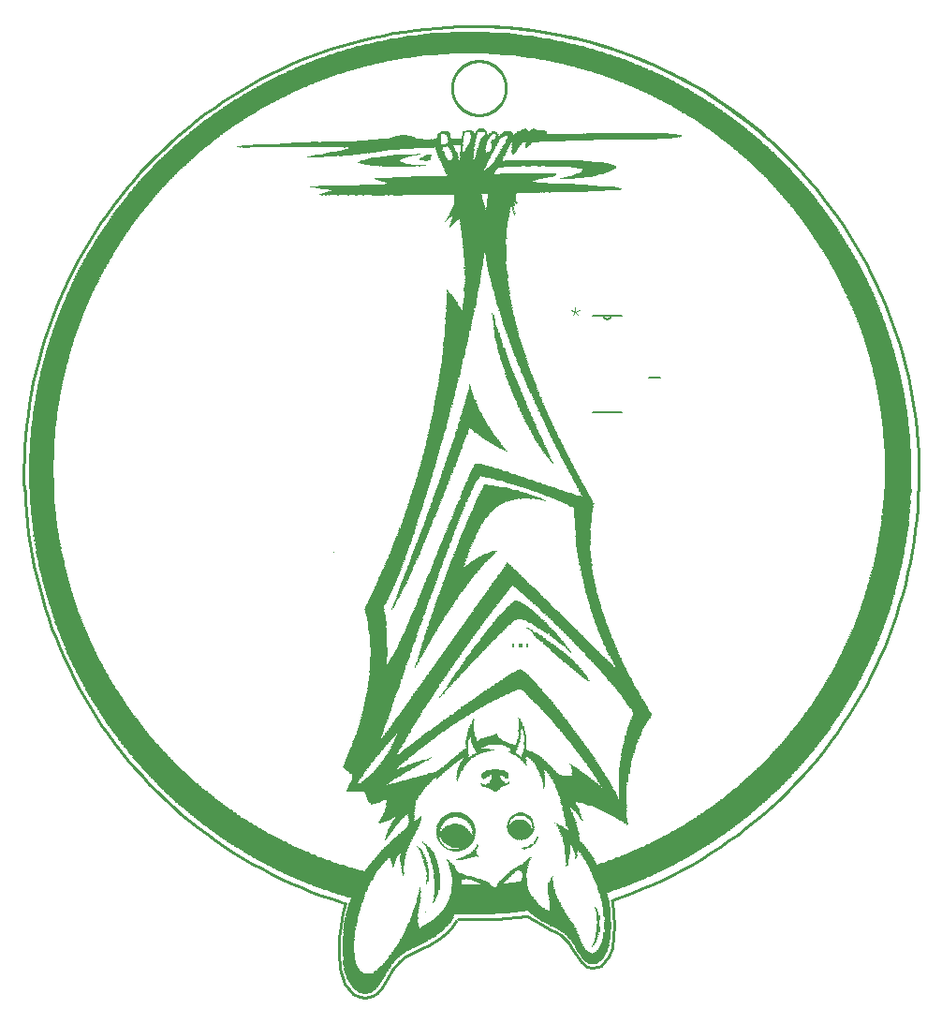
<source format=gto>
G75*
%MOIN*%
%OFA0B0*%
%FSLAX25Y25*%
%IPPOS*%
%LPD*%
%AMOC8*
5,1,8,0,0,1.08239X$1,22.5*
%
%ADD10R,0.00246X0.00246*%
%ADD11R,0.00492X0.00246*%
%ADD12R,0.00738X0.00246*%
%ADD13R,0.01476X0.00246*%
%ADD14R,0.01722X0.00246*%
%ADD15R,0.02707X0.00246*%
%ADD16R,0.03199X0.00246*%
%ADD17R,0.01230X0.00246*%
%ADD18R,0.07628X0.00246*%
%ADD19R,0.08120X0.00246*%
%ADD20R,0.07874X0.00246*%
%ADD21R,0.06398X0.00246*%
%ADD22R,0.06152X0.00246*%
%ADD23R,0.02215X0.00246*%
%ADD24R,0.01969X0.00246*%
%ADD25R,0.06644X0.00246*%
%ADD26R,0.08612X0.00246*%
%ADD27R,0.08858X0.00246*%
%ADD28R,0.09104X0.00246*%
%ADD29R,0.09350X0.00246*%
%ADD30R,0.10089X0.00246*%
%ADD31R,0.04429X0.00246*%
%ADD32R,0.04183X0.00246*%
%ADD33R,0.00984X0.00246*%
%ADD34R,0.02461X0.00246*%
%ADD35R,0.05167X0.00246*%
%ADD36R,0.03937X0.00246*%
%ADD37R,0.04675X0.00246*%
%ADD38R,0.02953X0.00246*%
%ADD39R,0.05906X0.00246*%
%ADD40R,0.03691X0.00246*%
%ADD41R,0.08366X0.00246*%
%ADD42R,0.04921X0.00246*%
%ADD43R,0.07136X0.00246*%
%ADD44R,0.06890X0.00246*%
%ADD45R,0.03445X0.00246*%
%ADD46R,0.14026X0.00246*%
%ADD47R,0.17470X0.00246*%
%ADD48R,0.20177X0.00246*%
%ADD49R,0.22392X0.00246*%
%ADD50R,0.24360X0.00246*%
%ADD51R,0.25098X0.00246*%
%ADD52R,0.24852X0.00246*%
%ADD53R,0.24606X0.00246*%
%ADD54R,0.25344X0.00246*%
%ADD55R,0.27805X0.00246*%
%ADD56R,0.27559X0.00246*%
%ADD57R,0.05659X0.00246*%
%ADD58R,0.25837X0.00246*%
%ADD59R,0.25591X0.00246*%
%ADD60R,0.26083X0.00246*%
%ADD61R,0.09843X0.00246*%
%ADD62R,0.10581X0.00246*%
%ADD63R,0.11565X0.00246*%
%ADD64R,0.10827X0.00246*%
%ADD65R,0.12057X0.00246*%
%ADD66R,0.11073X0.00246*%
%ADD67R,0.13041X0.00246*%
%ADD68R,0.05413X0.00246*%
%ADD69R,0.13780X0.00246*%
%ADD70R,0.14764X0.00246*%
%ADD71R,0.09596X0.00246*%
%ADD72R,0.15256X0.00246*%
%ADD73R,0.16240X0.00246*%
%ADD74R,0.16732X0.00246*%
%ADD75R,0.17717X0.00246*%
%ADD76R,0.18209X0.00246*%
%ADD77R,0.10335X0.00246*%
%ADD78R,0.19193X0.00246*%
%ADD79R,0.11319X0.00246*%
%ADD80R,0.19685X0.00246*%
%ADD81R,0.11811X0.00246*%
%ADD82R,0.20669X0.00246*%
%ADD83R,0.12549X0.00246*%
%ADD84R,0.21407X0.00246*%
%ADD85R,0.13287X0.00246*%
%ADD86R,0.21900X0.00246*%
%ADD87R,0.22884X0.00246*%
%ADD88R,0.23376X0.00246*%
%ADD89R,0.24114X0.00246*%
%ADD90R,0.15748X0.00246*%
%ADD91R,0.17224X0.00246*%
%ADD92R,0.26329X0.00246*%
%ADD93R,0.27067X0.00246*%
%ADD94R,0.18455X0.00246*%
%ADD95R,0.28543X0.00246*%
%ADD96R,0.19931X0.00246*%
%ADD97R,0.29281X0.00246*%
%ADD98R,0.20423X0.00246*%
%ADD99R,0.28789X0.00246*%
%ADD100R,0.28297X0.00246*%
%ADD101R,0.21654X0.00246*%
%ADD102R,0.28051X0.00246*%
%ADD103R,0.22146X0.00246*%
%ADD104R,0.27313X0.00246*%
%ADD105R,0.26821X0.00246*%
%ADD106R,0.26575X0.00246*%
%ADD107R,0.23868X0.00246*%
%ADD108R,0.23622X0.00246*%
%ADD109R,0.22638X0.00246*%
%ADD110R,0.23130X0.00246*%
%ADD111R,0.21161X0.00246*%
%ADD112R,0.20915X0.00246*%
%ADD113R,0.19439X0.00246*%
%ADD114R,0.18947X0.00246*%
%ADD115R,0.18701X0.00246*%
%ADD116R,0.17963X0.00246*%
%ADD117R,0.16978X0.00246*%
%ADD118R,0.16486X0.00246*%
%ADD119R,0.15994X0.00246*%
%ADD120R,0.15502X0.00246*%
%ADD121R,0.15010X0.00246*%
%ADD122R,0.14518X0.00246*%
%ADD123R,0.14272X0.00246*%
%ADD124R,0.13533X0.00246*%
%ADD125R,0.07382X0.00246*%
%ADD126R,0.12795X0.00246*%
%ADD127R,0.12303X0.00246*%
%ADD128R,0.46506X0.00246*%
%ADD129R,0.35925X0.00246*%
%ADD130R,0.34449X0.00246*%
%ADD131R,0.35433X0.00246*%
%ADD132R,0.43307X0.00246*%
%ADD133R,0.46752X0.00246*%
%ADD134R,0.45522X0.00246*%
%ADD135R,0.34941X0.00246*%
%ADD136R,0.78740X0.00246*%
%ADD137R,0.31496X0.00246*%
%ADD138R,0.40600X0.00246*%
%ADD139R,0.36417X0.00246*%
%ADD140R,0.36663X0.00246*%
%ADD141R,0.31988X0.00246*%
%ADD142R,0.31742X0.00246*%
%ADD143R,0.30266X0.00246*%
%ADD144R,0.31250X0.00246*%
%ADD145R,0.32234X0.00246*%
%ADD146R,0.32480X0.00246*%
%ADD147R,0.33465X0.00246*%
%ADD148R,0.33957X0.00246*%
%ADD149R,0.36909X0.00246*%
%ADD150R,0.38386X0.00246*%
%ADD151R,0.39370X0.00246*%
%ADD152R,0.43799X0.00246*%
%ADD153R,0.44783X0.00246*%
%ADD154R,0.93504X0.00246*%
%ADD155R,0.92028X0.00246*%
%ADD156R,0.90059X0.00246*%
%ADD157R,0.88583X0.00246*%
%ADD158R,0.86614X0.00246*%
%ADD159R,0.85138X0.00246*%
%ADD160R,0.83169X0.00246*%
%ADD161R,0.81693X0.00246*%
%ADD162R,0.79724X0.00246*%
%ADD163R,0.77756X0.00246*%
%ADD164R,0.75787X0.00246*%
%ADD165R,0.73819X0.00246*%
%ADD166R,0.71850X0.00246*%
%ADD167R,0.69882X0.00246*%
%ADD168R,0.67421X0.00246*%
%ADD169R,0.65453X0.00246*%
%ADD170R,0.62992X0.00246*%
%ADD171R,0.60531X0.00246*%
%ADD172R,0.58071X0.00246*%
%ADD173R,0.55118X0.00246*%
%ADD174R,0.52165X0.00246*%
%ADD175R,0.49213X0.00246*%
%ADD176R,0.46260X0.00246*%
%ADD177R,0.42815X0.00246*%
%ADD178R,0.38878X0.00246*%
%ADD179R,0.30512X0.00246*%
%ADD180R,0.37648X0.00246*%
%ADD181R,0.36171X0.00246*%
%ADD182R,0.35679X0.00246*%
%ADD183R,0.34695X0.00246*%
%ADD184R,0.34203X0.00246*%
%ADD185R,0.33219X0.00246*%
%ADD186R,0.32726X0.00246*%
%ADD187R,0.30758X0.00246*%
%ADD188R,0.30020X0.00246*%
%ADD189R,0.29774X0.00246*%
%ADD190R,0.29035X0.00246*%
%ADD191R,0.29528X0.00246*%
%ADD192R,0.57579X0.00246*%
%ADD193R,0.69144X0.00246*%
%ADD194R,0.76772X0.00246*%
%ADD195R,0.84646X0.00246*%
%ADD196R,0.91289X0.00246*%
%ADD197R,0.97195X0.00246*%
%ADD198R,1.00886X0.00246*%
%ADD199R,1.04331X0.00246*%
%ADD200R,1.07037X0.00246*%
%ADD201R,1.08268X0.00246*%
%ADD202R,1.07776X0.00246*%
%ADD203R,1.05561X0.00246*%
%ADD204R,0.99163X0.00246*%
%ADD205R,0.81447X0.00246*%
%ADD206R,0.67667X0.00246*%
%ADD207R,0.62008X0.00246*%
%ADD208R,0.57333X0.00246*%
%ADD209R,0.54134X0.00246*%
%ADD210R,0.53642X0.00246*%
%ADD211R,0.56102X0.00246*%
%ADD212R,0.57825X0.00246*%
%ADD213R,0.59301X0.00246*%
%ADD214R,0.58809X0.00246*%
%ADD215R,0.49459X0.00246*%
%ADD216R,0.43061X0.00246*%
%ADD217R,0.44291X0.00246*%
%ADD218R,0.43553X0.00246*%
%ADD219R,0.42569X0.00246*%
%ADD220R,0.41339X0.00246*%
%ADD221R,0.37402X0.00246*%
%ADD222R,0.74557X0.00246*%
%ADD223R,0.75049X0.00246*%
%ADD224R,0.72835X0.00246*%
%ADD225R,0.71112X0.00246*%
%ADD226R,0.53150X0.00246*%
%ADD227R,0.35187X0.00246*%
%ADD228R,0.31004X0.00246*%
%ADD229R,0.37894X0.00246*%
%ADD230R,0.61762X0.00246*%
%ADD231R,0.64469X0.00246*%
%ADD232R,0.58317X0.00246*%
%ADD233R,0.33711X0.00246*%
%ADD234R,0.41093X0.00246*%
%ADD235R,0.42077X0.00246*%
%ADD236R,0.95965X0.00246*%
%ADD237R,0.94488X0.00246*%
%ADD238R,0.93012X0.00246*%
%ADD239R,0.91535X0.00246*%
%ADD240R,0.89567X0.00246*%
%ADD241R,0.88091X0.00246*%
%ADD242R,0.82677X0.00246*%
%ADD243R,0.81201X0.00246*%
%ADD244R,0.79232X0.00246*%
%ADD245R,0.77264X0.00246*%
%ADD246R,0.75295X0.00246*%
%ADD247R,0.73327X0.00246*%
%ADD248R,0.71358X0.00246*%
%ADD249R,0.68898X0.00246*%
%ADD250R,0.66929X0.00246*%
%ADD251R,0.59547X0.00246*%
%ADD252R,0.57087X0.00246*%
%ADD253R,0.51181X0.00246*%
%ADD254R,0.48228X0.00246*%
%ADD255R,0.45276X0.00246*%
%ADD256C,0.01000*%
%ADD257C,0.00600*%
%ADD258C,0.00300*%
%ADD259R,0.00591X0.01181*%
%ADD260R,0.01181X0.01181*%
D10*
X0125868Y0022011D03*
X0125868Y0022257D03*
X0125868Y0022503D03*
X0126114Y0022749D03*
X0126114Y0022995D03*
X0126360Y0023241D03*
X0126360Y0023487D03*
X0126852Y0023487D03*
X0126852Y0023241D03*
X0126852Y0022995D03*
X0126852Y0022749D03*
X0126852Y0022503D03*
X0126360Y0022011D03*
X0126360Y0021765D03*
X0126114Y0021519D03*
X0126114Y0021273D03*
X0126606Y0021519D03*
X0126852Y0021273D03*
X0126852Y0021027D03*
X0126852Y0020781D03*
X0126360Y0020535D03*
X0127098Y0019550D03*
X0127345Y0019304D03*
X0127837Y0017582D03*
X0128083Y0017336D03*
X0128329Y0017090D03*
X0128575Y0016844D03*
X0128821Y0016598D03*
X0128821Y0016352D03*
X0129067Y0015613D03*
X0130789Y0016844D03*
X0131035Y0014383D03*
X0133004Y0014629D03*
X0133250Y0015121D03*
X0134234Y0015121D03*
X0134480Y0014137D03*
X0134234Y0013891D03*
X0133496Y0014137D03*
X0133496Y0013645D03*
X0135465Y0014383D03*
X0135711Y0014875D03*
X0135465Y0015121D03*
X0135711Y0015367D03*
X0137433Y0016352D03*
X0138171Y0017090D03*
X0137925Y0017336D03*
X0137679Y0017582D03*
X0137433Y0017828D03*
X0138417Y0018074D03*
X0139156Y0018566D03*
X0139402Y0019058D03*
X0139648Y0019304D03*
X0139648Y0019550D03*
X0139894Y0019796D03*
X0139402Y0019796D03*
X0139156Y0019304D03*
X0139402Y0020535D03*
X0139648Y0021027D03*
X0139648Y0021273D03*
X0139894Y0021519D03*
X0140140Y0020289D03*
X0138663Y0022011D03*
X0138663Y0022257D03*
X0138417Y0022503D03*
X0137925Y0022011D03*
X0138171Y0021765D03*
X0137187Y0021765D03*
X0136449Y0020289D03*
X0133004Y0020535D03*
X0132512Y0020781D03*
X0132020Y0021027D03*
X0131282Y0021765D03*
X0130789Y0022011D03*
X0130789Y0022257D03*
X0130543Y0022503D03*
X0130051Y0022011D03*
X0130051Y0022995D03*
X0130051Y0023241D03*
X0129805Y0023733D03*
X0129559Y0024226D03*
X0129559Y0024472D03*
X0129559Y0024718D03*
X0126852Y0023980D03*
X0126852Y0023733D03*
X0125868Y0024226D03*
X0125622Y0023487D03*
X0125622Y0023241D03*
X0125376Y0025456D03*
X0128575Y0028655D03*
X0128575Y0028901D03*
X0128575Y0029147D03*
X0128575Y0029393D03*
X0128083Y0029639D03*
X0128083Y0029885D03*
X0128083Y0030131D03*
X0128083Y0030377D03*
X0128083Y0030623D03*
X0128083Y0030869D03*
X0128083Y0031115D03*
X0128083Y0031361D03*
X0127591Y0031361D03*
X0127591Y0031115D03*
X0127591Y0030131D03*
X0127591Y0029885D03*
X0127591Y0029639D03*
X0128821Y0030869D03*
X0128821Y0031115D03*
X0125376Y0035544D03*
X0125622Y0036283D03*
X0125622Y0036529D03*
X0126360Y0037021D03*
X0126360Y0037267D03*
X0126852Y0036775D03*
X0126852Y0036529D03*
X0127098Y0038005D03*
X0126360Y0038497D03*
X0126114Y0038251D03*
X0125868Y0038005D03*
X0125868Y0038497D03*
X0125868Y0038743D03*
X0125868Y0039235D03*
X0126360Y0038989D03*
X0126360Y0039481D03*
X0126360Y0039728D03*
X0126852Y0039974D03*
X0126852Y0040220D03*
X0127345Y0040220D03*
X0127591Y0040712D03*
X0127098Y0040712D03*
X0127098Y0041204D03*
X0126606Y0041204D03*
X0126606Y0041450D03*
X0126852Y0041696D03*
X0126606Y0042188D03*
X0126606Y0042434D03*
X0126852Y0043172D03*
X0126606Y0040958D03*
X0126360Y0040712D03*
X0127345Y0039481D03*
X0127098Y0039235D03*
X0127591Y0039728D03*
X0128083Y0040220D03*
X0128575Y0040712D03*
X0128329Y0040958D03*
X0129313Y0040220D03*
X0129067Y0039974D03*
X0128821Y0039728D03*
X0129313Y0039481D03*
X0129805Y0039235D03*
X0129805Y0038989D03*
X0129805Y0038743D03*
X0129805Y0038497D03*
X0129805Y0038251D03*
X0129313Y0038251D03*
X0129313Y0038497D03*
X0129313Y0038743D03*
X0128821Y0038743D03*
X0128329Y0039235D03*
X0129805Y0040466D03*
X0129805Y0040712D03*
X0130297Y0040712D03*
X0130297Y0040958D03*
X0130297Y0041204D03*
X0130297Y0040466D03*
X0129559Y0041696D03*
X0129559Y0042680D03*
X0129559Y0042926D03*
X0129559Y0043172D03*
X0130297Y0043172D03*
X0130789Y0042926D03*
X0130789Y0042680D03*
X0131528Y0045879D03*
X0131528Y0046125D03*
X0131528Y0046371D03*
X0131528Y0046863D03*
X0131528Y0047109D03*
X0131528Y0047356D03*
X0132020Y0046863D03*
X0132020Y0046617D03*
X0132266Y0048094D03*
X0131774Y0048340D03*
X0131774Y0048586D03*
X0132758Y0048586D03*
X0132758Y0048832D03*
X0133004Y0049078D03*
X0133250Y0050062D03*
X0133004Y0050308D03*
X0133004Y0050554D03*
X0133250Y0050800D03*
X0133004Y0051046D03*
X0133496Y0051539D03*
X0133496Y0051785D03*
X0133496Y0052031D03*
X0133496Y0052277D03*
X0133496Y0052523D03*
X0133496Y0052769D03*
X0133742Y0053015D03*
X0133988Y0052523D03*
X0133988Y0052277D03*
X0134234Y0052769D03*
X0134480Y0052523D03*
X0134726Y0053015D03*
X0133742Y0051293D03*
X0133742Y0051046D03*
X0133496Y0050308D03*
X0132020Y0050308D03*
X0132020Y0050062D03*
X0131282Y0050062D03*
X0130789Y0050062D03*
X0130789Y0050308D03*
X0130789Y0050554D03*
X0130789Y0050800D03*
X0130789Y0051046D03*
X0130789Y0051293D03*
X0130543Y0051785D03*
X0130297Y0051539D03*
X0130051Y0051785D03*
X0130297Y0052277D03*
X0130543Y0052523D03*
X0130543Y0052769D03*
X0130789Y0053261D03*
X0131035Y0053507D03*
X0131035Y0053753D03*
X0131282Y0053999D03*
X0131774Y0053753D03*
X0132020Y0053999D03*
X0132512Y0053753D03*
X0132266Y0053261D03*
X0131528Y0053261D03*
X0130789Y0052277D03*
X0130297Y0050800D03*
X0129805Y0050800D03*
X0129805Y0051046D03*
X0129559Y0050554D03*
X0129313Y0050062D03*
X0129067Y0049816D03*
X0129067Y0049570D03*
X0128821Y0049078D03*
X0128821Y0048094D03*
X0128329Y0047848D03*
X0128575Y0047602D03*
X0128821Y0047109D03*
X0128821Y0046863D03*
X0128329Y0046863D03*
X0128329Y0047109D03*
X0128083Y0046617D03*
X0127837Y0046125D03*
X0127591Y0045879D03*
X0127591Y0045633D03*
X0128083Y0045633D03*
X0128083Y0045387D03*
X0128575Y0045633D03*
X0128575Y0045879D03*
X0128575Y0046125D03*
X0129805Y0049570D03*
X0129805Y0049816D03*
X0130051Y0050062D03*
X0130543Y0049570D03*
X0132266Y0054491D03*
X0132020Y0054983D03*
X0132266Y0055476D03*
X0132266Y0055722D03*
X0132512Y0055968D03*
X0132758Y0056214D03*
X0132758Y0056460D03*
X0133496Y0057444D03*
X0133742Y0057198D03*
X0134234Y0057444D03*
X0134480Y0057198D03*
X0134480Y0057690D03*
X0134726Y0057936D03*
X0134480Y0058182D03*
X0134480Y0058428D03*
X0134726Y0058674D03*
X0134726Y0059167D03*
X0134973Y0059413D03*
X0135219Y0059659D03*
X0135711Y0059413D03*
X0135465Y0059167D03*
X0136203Y0059167D03*
X0136203Y0059905D03*
X0136449Y0060397D03*
X0136695Y0060643D03*
X0136695Y0060889D03*
X0136203Y0060889D03*
X0135711Y0060397D03*
X0135711Y0060151D03*
X0136941Y0060151D03*
X0136941Y0059905D03*
X0137187Y0060397D03*
X0137187Y0060643D03*
X0137433Y0061135D03*
X0137433Y0061381D03*
X0137433Y0061627D03*
X0136695Y0061627D03*
X0137679Y0062611D03*
X0137925Y0062857D03*
X0138417Y0062365D03*
X0138910Y0062365D03*
X0139402Y0062365D03*
X0138910Y0061873D03*
X0138171Y0061873D03*
X0138171Y0061381D03*
X0139156Y0061135D03*
X0139402Y0060889D03*
X0139402Y0060643D03*
X0139648Y0060397D03*
X0140140Y0060889D03*
X0140386Y0061135D03*
X0140632Y0061381D03*
X0141124Y0061873D03*
X0140878Y0062119D03*
X0141616Y0062365D03*
X0141862Y0062857D03*
X0142354Y0062611D03*
X0142600Y0062119D03*
X0142600Y0061873D03*
X0142600Y0061627D03*
X0143093Y0061873D03*
X0143585Y0061873D03*
X0143585Y0061627D03*
X0143585Y0061381D03*
X0143585Y0061135D03*
X0143585Y0060643D03*
X0143093Y0061135D03*
X0142600Y0060889D03*
X0142600Y0060151D03*
X0143093Y0059905D03*
X0143093Y0059659D03*
X0143093Y0058920D03*
X0143053Y0058733D03*
X0146045Y0058428D03*
X0146537Y0058674D03*
X0146537Y0058920D03*
X0146537Y0059167D03*
X0146537Y0059413D03*
X0146537Y0059659D03*
X0146537Y0059905D03*
X0146045Y0059905D03*
X0146045Y0059659D03*
X0146045Y0059413D03*
X0145799Y0060643D03*
X0145799Y0060889D03*
X0145799Y0061381D03*
X0145799Y0061627D03*
X0145799Y0062119D03*
X0145799Y0062365D03*
X0146045Y0063104D03*
X0146045Y0063596D03*
X0146045Y0063842D03*
X0146291Y0064088D03*
X0146291Y0064334D03*
X0145799Y0064580D03*
X0145799Y0064826D03*
X0146537Y0064826D03*
X0147276Y0065318D03*
X0147276Y0065564D03*
X0147276Y0065810D03*
X0147522Y0066056D03*
X0147522Y0066302D03*
X0148014Y0066548D03*
X0148014Y0066794D03*
X0148506Y0066548D03*
X0148506Y0066302D03*
X0148506Y0066056D03*
X0148752Y0066794D03*
X0147276Y0066794D03*
X0148014Y0065318D03*
X0147768Y0065072D03*
X0148014Y0064826D03*
X0147768Y0064334D03*
X0147768Y0064088D03*
X0147276Y0063842D03*
X0147276Y0063596D03*
X0146784Y0063842D03*
X0146537Y0063350D03*
X0146784Y0063104D03*
X0146784Y0062611D03*
X0146784Y0062365D03*
X0147030Y0062119D03*
X0147030Y0061873D03*
X0146784Y0061381D03*
X0147030Y0060889D03*
X0146537Y0060643D03*
X0147276Y0062365D03*
X0147276Y0062611D03*
X0147276Y0062857D03*
X0145307Y0063596D03*
X0145553Y0064088D03*
X0144815Y0062857D03*
X0144569Y0062611D03*
X0144323Y0062365D03*
X0143831Y0062365D03*
X0142847Y0062857D03*
X0140632Y0063842D03*
X0140386Y0064580D03*
X0139894Y0065072D03*
X0139648Y0064826D03*
X0140386Y0065564D03*
X0140632Y0065318D03*
X0140632Y0065810D03*
X0141370Y0066548D03*
X0141616Y0066794D03*
X0142354Y0066548D03*
X0142354Y0067041D03*
X0142847Y0067287D03*
X0143093Y0067041D03*
X0143831Y0067041D03*
X0143831Y0067287D03*
X0144077Y0068025D03*
X0144323Y0068517D03*
X0144323Y0068763D03*
X0144077Y0069009D03*
X0144569Y0069501D03*
X0144815Y0069747D03*
X0145061Y0069993D03*
X0145553Y0070239D03*
X0145553Y0070485D03*
X0146045Y0070731D03*
X0146291Y0070978D03*
X0146537Y0071224D03*
X0147030Y0070978D03*
X0147276Y0071224D03*
X0147768Y0070978D03*
X0148260Y0071224D03*
X0148506Y0071716D03*
X0147768Y0071716D03*
X0147522Y0071962D03*
X0148014Y0072454D03*
X0148260Y0072700D03*
X0148506Y0072946D03*
X0148998Y0074915D03*
X0148752Y0075407D03*
X0149244Y0075407D03*
X0148998Y0076145D03*
X0148998Y0077129D03*
X0148506Y0077129D03*
X0148998Y0077621D03*
X0148506Y0077867D03*
X0148260Y0078113D03*
X0148014Y0078359D03*
X0147768Y0078606D03*
X0147276Y0078606D03*
X0147276Y0078113D03*
X0147276Y0077375D03*
X0147276Y0077129D03*
X0146784Y0076637D03*
X0146537Y0076391D03*
X0145799Y0076391D03*
X0145553Y0076637D03*
X0145307Y0076391D03*
X0145061Y0076145D03*
X0144815Y0075899D03*
X0144569Y0075653D03*
X0144323Y0075161D03*
X0144077Y0074915D03*
X0143831Y0074669D03*
X0143585Y0074915D03*
X0143585Y0074422D03*
X0143831Y0074176D03*
X0144077Y0073684D03*
X0143831Y0073438D03*
X0143339Y0073684D03*
X0143339Y0073930D03*
X0143093Y0074176D03*
X0143093Y0074422D03*
X0142600Y0073930D03*
X0142847Y0073684D03*
X0143093Y0073438D03*
X0143093Y0073192D03*
X0142847Y0072946D03*
X0142847Y0072700D03*
X0142600Y0072454D03*
X0142354Y0072208D03*
X0142108Y0071962D03*
X0141616Y0072208D03*
X0141862Y0072454D03*
X0142354Y0072946D03*
X0142600Y0073192D03*
X0143339Y0072700D03*
X0142847Y0071962D03*
X0142600Y0071716D03*
X0142354Y0071470D03*
X0141862Y0071470D03*
X0141862Y0071224D03*
X0141370Y0071470D03*
X0141370Y0070731D03*
X0141124Y0070485D03*
X0141370Y0069993D03*
X0141124Y0069501D03*
X0140632Y0069009D03*
X0140593Y0068822D03*
X0140632Y0068763D03*
X0140347Y0068330D03*
X0143339Y0068271D03*
X0144815Y0069009D03*
X0146045Y0069255D03*
X0146537Y0070239D03*
X0146537Y0070485D03*
X0149244Y0070485D03*
X0149736Y0070731D03*
X0150228Y0070485D03*
X0150228Y0070239D03*
X0149490Y0069501D03*
X0149244Y0069255D03*
X0149244Y0069009D03*
X0149736Y0069009D03*
X0149736Y0068763D03*
X0149490Y0068271D03*
X0151665Y0066115D03*
X0151911Y0065869D03*
X0152158Y0065623D03*
X0152443Y0065072D03*
X0152689Y0064580D03*
X0153181Y0064334D03*
X0152935Y0064088D03*
X0153181Y0063596D03*
X0153673Y0063596D03*
X0153673Y0063104D03*
X0153919Y0062857D03*
X0153673Y0062611D03*
X0153673Y0062365D03*
X0153919Y0062119D03*
X0154165Y0061873D03*
X0154165Y0061627D03*
X0154658Y0061627D03*
X0154411Y0061135D03*
X0154165Y0060889D03*
X0154165Y0060643D03*
X0154165Y0060397D03*
X0154411Y0060151D03*
X0154411Y0059905D03*
X0154411Y0059659D03*
X0155150Y0059659D03*
X0155150Y0059905D03*
X0155150Y0059167D03*
X0154658Y0058674D03*
X0155396Y0058428D03*
X0155150Y0057690D03*
X0155150Y0057444D03*
X0155150Y0057198D03*
X0155396Y0056952D03*
X0155396Y0056706D03*
X0155642Y0056214D03*
X0155642Y0055968D03*
X0155642Y0055722D03*
X0155150Y0055722D03*
X0155150Y0055476D03*
X0155150Y0055230D03*
X0155396Y0054983D03*
X0155396Y0054737D03*
X0155396Y0054491D03*
X0155396Y0054245D03*
X0155150Y0053999D03*
X0155150Y0053753D03*
X0155150Y0053507D03*
X0155110Y0053320D03*
X0155110Y0053074D03*
X0155110Y0052828D03*
X0152650Y0051352D03*
X0152650Y0051106D03*
X0152650Y0050859D03*
X0152689Y0050800D03*
X0152650Y0050613D03*
X0152689Y0050554D03*
X0152689Y0050308D03*
X0152443Y0049816D03*
X0152443Y0049570D03*
X0152689Y0049078D03*
X0152689Y0048832D03*
X0152197Y0048832D03*
X0152197Y0048586D03*
X0152197Y0048340D03*
X0152197Y0048094D03*
X0151951Y0047848D03*
X0151951Y0047602D03*
X0152443Y0047109D03*
X0152443Y0046863D03*
X0151951Y0046617D03*
X0151705Y0046125D03*
X0151705Y0045879D03*
X0151459Y0045387D03*
X0151951Y0044403D03*
X0151951Y0044157D03*
X0151951Y0043911D03*
X0151951Y0043665D03*
X0151459Y0043911D03*
X0151459Y0044157D03*
X0150967Y0044157D03*
X0150721Y0043665D03*
X0150721Y0043419D03*
X0151213Y0043419D03*
X0151213Y0043172D03*
X0151213Y0042926D03*
X0151213Y0042680D03*
X0151213Y0042434D03*
X0151213Y0042188D03*
X0151705Y0042188D03*
X0151705Y0041942D03*
X0151705Y0041696D03*
X0151705Y0041450D03*
X0151705Y0041204D03*
X0151213Y0041204D03*
X0151213Y0040958D03*
X0151213Y0040712D03*
X0151213Y0040466D03*
X0151213Y0040220D03*
X0151213Y0039974D03*
X0151213Y0039728D03*
X0151705Y0039728D03*
X0151705Y0039974D03*
X0151705Y0039235D03*
X0151705Y0038989D03*
X0151213Y0038743D03*
X0151459Y0038005D03*
X0151459Y0037759D03*
X0151459Y0037513D03*
X0151951Y0037267D03*
X0151705Y0036775D03*
X0151459Y0035791D03*
X0153427Y0037267D03*
X0153919Y0037513D03*
X0154411Y0037759D03*
X0154658Y0038005D03*
X0154904Y0037513D03*
X0154411Y0037267D03*
X0154411Y0037021D03*
X0154411Y0036775D03*
X0153919Y0036529D03*
X0155642Y0037513D03*
X0156380Y0038743D03*
X0157118Y0039481D03*
X0157856Y0039728D03*
X0158348Y0040220D03*
X0158102Y0040466D03*
X0158348Y0040712D03*
X0159825Y0041450D03*
X0160071Y0041696D03*
X0160317Y0041942D03*
X0161301Y0043419D03*
X0161547Y0043665D03*
X0161793Y0043419D03*
X0162285Y0043665D03*
X0162039Y0044157D03*
X0161793Y0044403D03*
X0162285Y0044649D03*
X0162285Y0045387D03*
X0162532Y0045633D03*
X0162532Y0045879D03*
X0162778Y0046125D03*
X0162778Y0046371D03*
X0163024Y0046617D03*
X0163270Y0046863D03*
X0163270Y0047109D03*
X0163516Y0047356D03*
X0163516Y0047602D03*
X0163516Y0048094D03*
X0163762Y0048586D03*
X0163762Y0048832D03*
X0164008Y0049078D03*
X0164254Y0049324D03*
X0164008Y0050062D03*
X0164008Y0047848D03*
X0164008Y0047602D03*
X0164254Y0047356D03*
X0164254Y0047109D03*
X0164254Y0046863D03*
X0164254Y0046617D03*
X0164254Y0046371D03*
X0164254Y0046125D03*
X0164254Y0045879D03*
X0164008Y0045633D03*
X0163516Y0046125D03*
X0163270Y0045879D03*
X0163270Y0045633D03*
X0163762Y0046863D03*
X0165484Y0045141D03*
X0165484Y0044895D03*
X0164992Y0044157D03*
X0164992Y0043911D03*
X0164992Y0043665D03*
X0164992Y0043419D03*
X0165238Y0043172D03*
X0165238Y0042926D03*
X0164992Y0042434D03*
X0164992Y0042188D03*
X0164500Y0041204D03*
X0164008Y0040958D03*
X0163762Y0041204D03*
X0164254Y0040712D03*
X0164008Y0040220D03*
X0163516Y0039728D03*
X0163270Y0040220D03*
X0163270Y0040712D03*
X0163024Y0041204D03*
X0163024Y0039481D03*
X0163270Y0039235D03*
X0162778Y0039235D03*
X0162778Y0038989D03*
X0162532Y0038743D03*
X0162532Y0038497D03*
X0162039Y0037759D03*
X0161055Y0037267D03*
X0161055Y0037021D03*
X0160809Y0036775D03*
X0160071Y0036283D03*
X0159825Y0035791D03*
X0158595Y0035298D03*
X0158595Y0034806D03*
X0157856Y0035298D03*
X0157364Y0035052D03*
X0157118Y0035298D03*
X0157364Y0034560D03*
X0157610Y0034314D03*
X0157118Y0034068D03*
X0155888Y0033084D03*
X0155150Y0032592D03*
X0154904Y0033084D03*
X0154658Y0032346D03*
X0153919Y0031854D03*
X0153919Y0033084D03*
X0151951Y0030869D03*
X0151459Y0030869D03*
X0151213Y0031115D03*
X0150967Y0030623D03*
X0150721Y0030377D03*
X0150721Y0030869D03*
X0149736Y0029885D03*
X0149244Y0029639D03*
X0148260Y0029147D03*
X0148014Y0028901D03*
X0147276Y0028409D03*
X0147030Y0028901D03*
X0146784Y0028163D03*
X0146045Y0027670D03*
X0145799Y0027424D03*
X0145307Y0027424D03*
X0145307Y0027670D03*
X0145307Y0027917D03*
X0144815Y0028409D03*
X0144815Y0028655D03*
X0145061Y0029393D03*
X0144569Y0029639D03*
X0144323Y0029393D03*
X0144077Y0029885D03*
X0143831Y0029639D03*
X0143585Y0029147D03*
X0143585Y0028901D03*
X0143339Y0028655D03*
X0143093Y0027670D03*
X0142600Y0027670D03*
X0142354Y0027178D03*
X0142847Y0026932D03*
X0143093Y0026686D03*
X0143093Y0026440D03*
X0143093Y0026194D03*
X0143339Y0025702D03*
X0143585Y0025456D03*
X0143831Y0025702D03*
X0144323Y0026194D03*
X0144569Y0026440D03*
X0143831Y0026440D03*
X0143339Y0026932D03*
X0142600Y0026440D03*
X0142354Y0026194D03*
X0142354Y0025948D03*
X0142108Y0025456D03*
X0141616Y0025948D03*
X0141124Y0025702D03*
X0140878Y0025456D03*
X0140632Y0024964D03*
X0140878Y0024718D03*
X0141124Y0024472D03*
X0141124Y0024226D03*
X0140632Y0024226D03*
X0140386Y0024472D03*
X0140140Y0024226D03*
X0140386Y0023980D03*
X0140632Y0023733D03*
X0140140Y0023733D03*
X0139648Y0023980D03*
X0139402Y0023733D03*
X0141370Y0023241D03*
X0141370Y0022995D03*
X0141370Y0022257D03*
X0141862Y0023733D03*
X0142354Y0023980D03*
X0142600Y0024472D03*
X0142847Y0024964D03*
X0143339Y0025210D03*
X0143093Y0025456D03*
X0141862Y0026440D03*
X0144569Y0027670D03*
X0144569Y0027917D03*
X0144815Y0027424D03*
X0144815Y0027178D03*
X0145307Y0026932D03*
X0144323Y0030377D03*
X0144569Y0030623D03*
X0145553Y0031607D03*
X0145307Y0031854D03*
X0146045Y0031607D03*
X0146537Y0031854D03*
X0146537Y0032100D03*
X0146291Y0032346D03*
X0146291Y0032592D03*
X0146291Y0032838D03*
X0146537Y0033084D03*
X0146537Y0033330D03*
X0146537Y0033576D03*
X0146784Y0033822D03*
X0147030Y0033576D03*
X0146784Y0034314D03*
X0147522Y0035791D03*
X0147768Y0036283D03*
X0148260Y0036037D03*
X0148506Y0036529D03*
X0148260Y0037021D03*
X0148260Y0037267D03*
X0148506Y0038005D03*
X0149490Y0039728D03*
X0149490Y0040220D03*
X0149982Y0040466D03*
X0149982Y0039974D03*
X0149736Y0040958D03*
X0150228Y0041204D03*
X0150474Y0041450D03*
X0150721Y0041204D03*
X0150967Y0041450D03*
X0150228Y0042188D03*
X0150228Y0042434D03*
X0150474Y0042680D03*
X0150474Y0042926D03*
X0151705Y0042926D03*
X0151705Y0042680D03*
X0151705Y0042434D03*
X0151705Y0043172D03*
X0152443Y0046125D03*
X0152689Y0047848D03*
X0152689Y0048094D03*
X0152689Y0048340D03*
X0157325Y0046184D03*
X0157610Y0046863D03*
X0158102Y0047356D03*
X0158102Y0047602D03*
X0158102Y0047848D03*
X0157856Y0048094D03*
X0157856Y0048340D03*
X0157856Y0048586D03*
X0158348Y0049078D03*
X0158841Y0049078D03*
X0158841Y0049570D03*
X0158841Y0049816D03*
X0159087Y0050062D03*
X0159087Y0050308D03*
X0159087Y0050554D03*
X0159087Y0050800D03*
X0159087Y0051046D03*
X0158841Y0051293D03*
X0158841Y0051539D03*
X0159333Y0051785D03*
X0159087Y0052277D03*
X0159087Y0052523D03*
X0159087Y0052769D03*
X0159087Y0053015D03*
X0158595Y0053015D03*
X0158595Y0052769D03*
X0158595Y0052523D03*
X0158595Y0052277D03*
X0158595Y0052031D03*
X0158102Y0051539D03*
X0158102Y0051293D03*
X0158348Y0051046D03*
X0158348Y0050800D03*
X0158348Y0050554D03*
X0158348Y0050308D03*
X0158595Y0050062D03*
X0158102Y0049816D03*
X0158102Y0049570D03*
X0158595Y0048586D03*
X0158595Y0048340D03*
X0154864Y0042739D03*
X0161055Y0038743D03*
X0165484Y0043665D03*
X0167207Y0052277D03*
X0166961Y0055230D03*
X0167207Y0056214D03*
X0165976Y0056214D03*
X0165238Y0057198D03*
X0164746Y0057198D03*
X0164746Y0057444D03*
X0164746Y0057690D03*
X0164254Y0057690D03*
X0164254Y0057444D03*
X0163762Y0057444D03*
X0163762Y0057198D03*
X0164008Y0056952D03*
X0164008Y0056706D03*
X0164008Y0056460D03*
X0164500Y0056706D03*
X0164500Y0056952D03*
X0163762Y0057690D03*
X0163516Y0057936D03*
X0163516Y0058182D03*
X0164008Y0058674D03*
X0164254Y0058920D03*
X0163762Y0059167D03*
X0163762Y0059413D03*
X0163270Y0059659D03*
X0163270Y0058920D03*
X0164500Y0058182D03*
X0164746Y0058428D03*
X0163024Y0060397D03*
X0162246Y0061440D03*
X0158595Y0060397D03*
X0158348Y0060151D03*
X0158348Y0059905D03*
X0158841Y0059659D03*
X0158595Y0059167D03*
X0158348Y0058920D03*
X0158348Y0058674D03*
X0157856Y0058182D03*
X0157856Y0057936D03*
X0157610Y0057444D03*
X0157610Y0057198D03*
X0157610Y0056706D03*
X0157856Y0056214D03*
X0157856Y0055968D03*
X0157856Y0055722D03*
X0157856Y0055476D03*
X0157856Y0054983D03*
X0157856Y0054737D03*
X0158348Y0054737D03*
X0158348Y0054983D03*
X0158595Y0055476D03*
X0158348Y0055722D03*
X0158348Y0055968D03*
X0159087Y0055968D03*
X0159087Y0055722D03*
X0159087Y0055476D03*
X0159579Y0054983D03*
X0159579Y0054737D03*
X0159579Y0054491D03*
X0159579Y0053999D03*
X0159579Y0053753D03*
X0158102Y0053753D03*
X0158102Y0053507D03*
X0158102Y0053261D03*
X0158102Y0053015D03*
X0158102Y0052769D03*
X0159333Y0056214D03*
X0159333Y0056460D03*
X0159333Y0056706D03*
X0159333Y0056952D03*
X0159087Y0057198D03*
X0159087Y0057444D03*
X0158348Y0057444D03*
X0158348Y0057198D03*
X0158348Y0057690D03*
X0157364Y0058182D03*
X0157364Y0058428D03*
X0157364Y0058674D03*
X0157610Y0058920D03*
X0157118Y0059659D03*
X0157118Y0059905D03*
X0157610Y0059905D03*
X0157364Y0060397D03*
X0157364Y0060643D03*
X0157364Y0060889D03*
X0157610Y0061135D03*
X0157364Y0061381D03*
X0156872Y0061135D03*
X0156872Y0060889D03*
X0156872Y0060643D03*
X0156872Y0060397D03*
X0157856Y0060397D03*
X0157856Y0060643D03*
X0157856Y0060889D03*
X0158348Y0061135D03*
X0158102Y0061873D03*
X0157610Y0061873D03*
X0157118Y0061873D03*
X0157118Y0062119D03*
X0157364Y0062365D03*
X0157118Y0062611D03*
X0157118Y0062857D03*
X0156872Y0063104D03*
X0156872Y0063350D03*
X0157118Y0063596D03*
X0156626Y0063842D03*
X0156626Y0064334D03*
X0156134Y0064826D03*
X0155888Y0065318D03*
X0155396Y0065072D03*
X0155150Y0065318D03*
X0155396Y0065810D03*
X0155150Y0066056D03*
X0154165Y0067041D03*
X0153880Y0067346D03*
X0153634Y0067592D03*
X0155642Y0064088D03*
X0156134Y0063350D03*
X0156134Y0063104D03*
X0156134Y0062857D03*
X0156380Y0062365D03*
X0156380Y0062119D03*
X0156626Y0061627D03*
X0156626Y0061381D03*
X0156626Y0062611D03*
X0157610Y0062857D03*
X0157856Y0062365D03*
X0154658Y0060889D03*
X0159087Y0058674D03*
X0164254Y0055722D03*
X0164500Y0055476D03*
X0164254Y0054983D03*
X0164254Y0054737D03*
X0164254Y0054491D03*
X0164254Y0053015D03*
X0164254Y0052769D03*
X0168683Y0055476D03*
X0170160Y0055230D03*
X0170652Y0055230D03*
X0171390Y0054983D03*
X0171882Y0054737D03*
X0172620Y0053753D03*
X0173358Y0054491D03*
X0173850Y0053753D03*
X0173850Y0053261D03*
X0174343Y0053999D03*
X0180002Y0051785D03*
X0180248Y0051539D03*
X0180494Y0052031D03*
X0180740Y0052769D03*
X0180986Y0053015D03*
X0181232Y0053261D03*
X0181478Y0053507D03*
X0181724Y0053753D03*
X0181971Y0053999D03*
X0181971Y0053261D03*
X0181724Y0052769D03*
X0182955Y0055230D03*
X0183939Y0055722D03*
X0184185Y0055968D03*
X0184185Y0055476D03*
X0184185Y0055230D03*
X0184923Y0056706D03*
X0185415Y0057444D03*
X0185908Y0057690D03*
X0186400Y0057936D03*
X0187138Y0058428D03*
X0187876Y0058428D03*
X0187876Y0058920D03*
X0188860Y0059167D03*
X0189106Y0059413D03*
X0189352Y0059659D03*
X0189598Y0059905D03*
X0190091Y0059905D03*
X0190337Y0060151D03*
X0190337Y0060397D03*
X0190337Y0060643D03*
X0190829Y0060643D03*
X0190829Y0060889D03*
X0190829Y0060397D03*
X0191321Y0060397D03*
X0191321Y0060643D03*
X0191567Y0060889D03*
X0191567Y0061135D03*
X0191321Y0061627D03*
X0191075Y0059905D03*
X0190583Y0059167D03*
X0190583Y0058920D03*
X0190583Y0058674D03*
X0190583Y0058428D03*
X0190583Y0058182D03*
X0190583Y0057936D03*
X0190583Y0057690D03*
X0190583Y0057444D03*
X0190337Y0056952D03*
X0190337Y0056706D03*
X0189598Y0056460D03*
X0189598Y0056214D03*
X0189598Y0055968D03*
X0189598Y0055722D03*
X0190337Y0055722D03*
X0190337Y0055476D03*
X0190337Y0054983D03*
X0190337Y0054737D03*
X0190337Y0053261D03*
X0190583Y0052277D03*
X0190583Y0052031D03*
X0190829Y0051046D03*
X0190829Y0050062D03*
X0190583Y0049816D03*
X0190583Y0049570D03*
X0190829Y0049324D03*
X0191075Y0049078D03*
X0191321Y0049324D03*
X0191321Y0049570D03*
X0191321Y0049816D03*
X0191567Y0049078D03*
X0191813Y0048832D03*
X0191813Y0048586D03*
X0192059Y0048340D03*
X0191567Y0047848D03*
X0191567Y0047602D03*
X0191567Y0047356D03*
X0192059Y0047356D03*
X0192059Y0047602D03*
X0192551Y0047356D03*
X0192797Y0047109D03*
X0192797Y0046371D03*
X0192551Y0046125D03*
X0192551Y0045387D03*
X0193289Y0045387D03*
X0193289Y0046125D03*
X0193535Y0046371D03*
X0194028Y0045879D03*
X0194274Y0045633D03*
X0194520Y0045387D03*
X0194766Y0045141D03*
X0194520Y0044649D03*
X0194028Y0045387D03*
X0191813Y0045141D03*
X0191075Y0044895D03*
X0190829Y0043665D03*
X0191321Y0043172D03*
X0191813Y0042680D03*
X0192797Y0041942D03*
X0193043Y0041696D03*
X0193289Y0041450D03*
X0193782Y0041204D03*
X0194028Y0040958D03*
X0194766Y0040466D03*
X0195012Y0040712D03*
X0195750Y0040712D03*
X0195750Y0040220D03*
X0195504Y0039974D03*
X0196734Y0039235D03*
X0197226Y0038989D03*
X0197719Y0039235D03*
X0198211Y0039235D03*
X0197965Y0038743D03*
X0198949Y0041450D03*
X0198949Y0041696D03*
X0199441Y0041696D03*
X0199441Y0041942D03*
X0199195Y0042188D03*
X0199687Y0042188D03*
X0199441Y0043172D03*
X0199441Y0043419D03*
X0199441Y0043665D03*
X0198949Y0043665D03*
X0198949Y0043419D03*
X0198703Y0042680D03*
X0198211Y0042680D03*
X0198211Y0042926D03*
X0198457Y0042188D03*
X0198457Y0041696D03*
X0196734Y0043419D03*
X0195996Y0043419D03*
X0193043Y0042926D03*
X0190829Y0047356D03*
X0190829Y0047602D03*
X0190583Y0048094D03*
X0190091Y0047848D03*
X0191321Y0048340D03*
X0198457Y0049078D03*
X0198949Y0049078D03*
X0199195Y0049324D03*
X0199195Y0049570D03*
X0199195Y0049816D03*
X0199195Y0050062D03*
X0199195Y0050308D03*
X0199687Y0049816D03*
X0199687Y0049570D03*
X0199687Y0049324D03*
X0199687Y0049078D03*
X0199687Y0048832D03*
X0199933Y0048586D03*
X0199933Y0048340D03*
X0199933Y0048094D03*
X0199933Y0047848D03*
X0199441Y0047848D03*
X0199441Y0048094D03*
X0199441Y0048340D03*
X0198703Y0048340D03*
X0198703Y0048586D03*
X0198703Y0048094D03*
X0198949Y0047602D03*
X0198949Y0047356D03*
X0199441Y0047356D03*
X0199441Y0047602D03*
X0200179Y0047356D03*
X0200425Y0047602D03*
X0200425Y0047848D03*
X0200425Y0048094D03*
X0200671Y0048586D03*
X0200671Y0048832D03*
X0200179Y0048832D03*
X0200179Y0049078D03*
X0200179Y0049570D03*
X0200179Y0049816D03*
X0199933Y0050062D03*
X0199933Y0050308D03*
X0200425Y0050308D03*
X0200425Y0050062D03*
X0200671Y0049570D03*
X0200671Y0049324D03*
X0201163Y0048340D03*
X0201410Y0047602D03*
X0201163Y0047356D03*
X0200671Y0047356D03*
X0200425Y0047109D03*
X0200425Y0046863D03*
X0200425Y0046617D03*
X0199933Y0046617D03*
X0199933Y0046863D03*
X0199687Y0046125D03*
X0199687Y0045879D03*
X0199195Y0045879D03*
X0199195Y0045633D03*
X0199195Y0045387D03*
X0199195Y0044895D03*
X0199687Y0044157D03*
X0200179Y0045879D03*
X0199195Y0046125D03*
X0201410Y0046863D03*
X0201902Y0046371D03*
X0202148Y0046125D03*
X0202148Y0045879D03*
X0202148Y0045387D03*
X0202886Y0044649D03*
X0202640Y0044403D03*
X0202394Y0044157D03*
X0202886Y0043911D03*
X0202640Y0043665D03*
X0203378Y0043419D03*
X0203870Y0042680D03*
X0204116Y0041696D03*
X0204608Y0041696D03*
X0204854Y0041450D03*
X0204362Y0041204D03*
X0204362Y0040958D03*
X0204362Y0040466D03*
X0204362Y0040220D03*
X0204854Y0040466D03*
X0205347Y0040466D03*
X0205593Y0040220D03*
X0205839Y0039974D03*
X0206085Y0039481D03*
X0205347Y0039728D03*
X0205100Y0039974D03*
X0204608Y0039481D03*
X0204116Y0039728D03*
X0205100Y0040958D03*
X0206577Y0038743D03*
X0206823Y0038497D03*
X0207069Y0038005D03*
X0206823Y0037513D03*
X0206331Y0037267D03*
X0206331Y0038251D03*
X0207315Y0037021D03*
X0208053Y0036283D03*
X0208299Y0035544D03*
X0208299Y0035052D03*
X0208791Y0034560D03*
X0208299Y0034068D03*
X0208545Y0033576D03*
X0208791Y0033330D03*
X0209037Y0033576D03*
X0209284Y0032838D03*
X0209530Y0032346D03*
X0209776Y0032100D03*
X0209776Y0031854D03*
X0210022Y0031607D03*
X0209284Y0031607D03*
X0208791Y0032100D03*
X0208791Y0032346D03*
X0208299Y0032838D03*
X0208299Y0033084D03*
X0207807Y0033084D03*
X0207807Y0033330D03*
X0207315Y0033084D03*
X0207315Y0032838D03*
X0207561Y0032592D03*
X0207315Y0032100D03*
X0207315Y0031854D03*
X0207561Y0031115D03*
X0208053Y0030869D03*
X0208053Y0030377D03*
X0208299Y0030131D03*
X0208545Y0029639D03*
X0209037Y0029885D03*
X0209037Y0030131D03*
X0209037Y0030377D03*
X0208545Y0030869D03*
X0208053Y0031361D03*
X0206823Y0032592D03*
X0206823Y0032838D03*
X0206577Y0033084D03*
X0205593Y0033822D03*
X0205593Y0034314D03*
X0205593Y0034560D03*
X0205347Y0034806D03*
X0205593Y0035052D03*
X0205347Y0035298D03*
X0205100Y0035052D03*
X0204854Y0034560D03*
X0204362Y0035052D03*
X0204608Y0035298D03*
X0203870Y0035298D03*
X0203624Y0035544D03*
X0202886Y0036037D03*
X0202640Y0036775D03*
X0202148Y0037021D03*
X0202148Y0036529D03*
X0203378Y0036775D03*
X0203624Y0037267D03*
X0200671Y0037267D03*
X0206823Y0035544D03*
X0210268Y0030869D03*
X0210514Y0030623D03*
X0210022Y0030377D03*
X0209776Y0030131D03*
X0209776Y0029885D03*
X0210022Y0029639D03*
X0210022Y0029147D03*
X0210514Y0029147D03*
X0211006Y0029639D03*
X0211252Y0029393D03*
X0211498Y0028901D03*
X0211990Y0028655D03*
X0211990Y0028409D03*
X0211498Y0027178D03*
X0211498Y0026194D03*
X0211252Y0025702D03*
X0211498Y0025456D03*
X0211744Y0025210D03*
X0212482Y0025456D03*
X0212728Y0024718D03*
X0213713Y0024718D03*
X0215435Y0024964D03*
X0216419Y0025210D03*
X0216665Y0025456D03*
X0216419Y0025702D03*
X0216419Y0026194D03*
X0216911Y0025702D03*
X0217404Y0026440D03*
X0217404Y0026932D03*
X0217404Y0027178D03*
X0217404Y0027424D03*
X0217158Y0027917D03*
X0217404Y0028409D03*
X0217650Y0028655D03*
X0218142Y0028655D03*
X0218142Y0028901D03*
X0218142Y0028409D03*
X0218388Y0028163D03*
X0218388Y0027917D03*
X0217896Y0027917D03*
X0217896Y0028163D03*
X0218880Y0028409D03*
X0219126Y0029147D03*
X0218880Y0029393D03*
X0219126Y0029639D03*
X0219126Y0029885D03*
X0218388Y0030131D03*
X0217896Y0029885D03*
X0217650Y0030131D03*
X0217650Y0030377D03*
X0217158Y0030377D03*
X0217158Y0030131D03*
X0217158Y0029885D03*
X0216911Y0029639D03*
X0216665Y0029885D03*
X0216419Y0029639D03*
X0216419Y0029393D03*
X0216911Y0028901D03*
X0216665Y0028655D03*
X0217158Y0029393D03*
X0217404Y0030869D03*
X0217650Y0031361D03*
X0217404Y0031607D03*
X0218142Y0030869D03*
X0218142Y0030623D03*
X0218880Y0030623D03*
X0219618Y0030623D03*
X0219618Y0030869D03*
X0219864Y0031115D03*
X0219864Y0031361D03*
X0220110Y0033330D03*
X0219618Y0033576D03*
X0219618Y0033822D03*
X0219618Y0034068D03*
X0219126Y0034068D03*
X0219126Y0034314D03*
X0219126Y0034560D03*
X0219372Y0034806D03*
X0219372Y0035052D03*
X0219372Y0035298D03*
X0219864Y0035298D03*
X0219864Y0035052D03*
X0219864Y0034806D03*
X0220356Y0035052D03*
X0220356Y0035298D03*
X0220356Y0035791D03*
X0220356Y0036037D03*
X0219864Y0036283D03*
X0219864Y0035544D03*
X0219126Y0035791D03*
X0219126Y0036037D03*
X0218634Y0035791D03*
X0218634Y0035544D03*
X0218634Y0035298D03*
X0218634Y0035052D03*
X0218142Y0034560D03*
X0218142Y0034314D03*
X0218634Y0033822D03*
X0218634Y0033576D03*
X0218142Y0033576D03*
X0215927Y0034806D03*
X0215927Y0035052D03*
X0215927Y0035298D03*
X0216173Y0035544D03*
X0216173Y0035791D03*
X0216173Y0036037D03*
X0215927Y0036283D03*
X0215681Y0036529D03*
X0215681Y0036775D03*
X0215681Y0037021D03*
X0215681Y0037267D03*
X0216173Y0037267D03*
X0216419Y0036775D03*
X0216419Y0038005D03*
X0216419Y0038251D03*
X0216419Y0038497D03*
X0216419Y0038743D03*
X0216419Y0038989D03*
X0216419Y0039235D03*
X0215927Y0039235D03*
X0215681Y0039728D03*
X0216173Y0039728D03*
X0216419Y0039974D03*
X0215927Y0040220D03*
X0216173Y0041204D03*
X0215927Y0041450D03*
X0215681Y0041942D03*
X0215681Y0042434D03*
X0215681Y0042680D03*
X0215435Y0042926D03*
X0215150Y0043970D03*
X0214904Y0044462D03*
X0217896Y0044403D03*
X0217896Y0044649D03*
X0217896Y0044895D03*
X0217404Y0046617D03*
X0217404Y0046863D03*
X0217404Y0047109D03*
X0217650Y0047356D03*
X0217650Y0047602D03*
X0217650Y0047848D03*
X0217650Y0048094D03*
X0217650Y0048340D03*
X0217650Y0048586D03*
X0217896Y0048832D03*
X0217896Y0049078D03*
X0218388Y0049078D03*
X0218388Y0048832D03*
X0218142Y0048340D03*
X0218142Y0048094D03*
X0218142Y0047848D03*
X0218634Y0048094D03*
X0218880Y0047848D03*
X0218880Y0047602D03*
X0218880Y0047356D03*
X0219372Y0047602D03*
X0219372Y0047848D03*
X0219372Y0048094D03*
X0219372Y0048340D03*
X0219126Y0049324D03*
X0219372Y0049816D03*
X0218880Y0050062D03*
X0218880Y0050308D03*
X0218880Y0050554D03*
X0218388Y0050554D03*
X0218388Y0050308D03*
X0218634Y0049816D03*
X0218142Y0049570D03*
X0217896Y0050554D03*
X0218142Y0051046D03*
X0218142Y0051293D03*
X0218142Y0051539D03*
X0218388Y0052031D03*
X0218388Y0052277D03*
X0218142Y0053261D03*
X0217896Y0053507D03*
X0217896Y0053753D03*
X0216665Y0053261D03*
X0215681Y0053261D03*
X0215435Y0053015D03*
X0215681Y0052523D03*
X0215681Y0052277D03*
X0215189Y0053753D03*
X0214943Y0054491D03*
X0214943Y0055230D03*
X0214697Y0055722D03*
X0214697Y0055968D03*
X0214205Y0055968D03*
X0214451Y0056460D03*
X0214451Y0056706D03*
X0213959Y0056706D03*
X0213959Y0056460D03*
X0213713Y0056952D03*
X0213467Y0057690D03*
X0213467Y0058182D03*
X0213221Y0058674D03*
X0213467Y0058920D03*
X0213713Y0059167D03*
X0213467Y0059413D03*
X0213221Y0059167D03*
X0212728Y0059413D03*
X0212482Y0059659D03*
X0212236Y0059905D03*
X0212236Y0060151D03*
X0212482Y0060397D03*
X0212482Y0060643D03*
X0211990Y0060889D03*
X0211990Y0061627D03*
X0211744Y0062119D03*
X0211498Y0062365D03*
X0211252Y0062119D03*
X0211252Y0061873D03*
X0211252Y0061627D03*
X0211006Y0062365D03*
X0211006Y0062857D03*
X0211744Y0062857D03*
X0211990Y0063104D03*
X0211744Y0063350D03*
X0212236Y0063842D03*
X0212236Y0064088D03*
X0211990Y0064580D03*
X0211498Y0065072D03*
X0211252Y0065318D03*
X0210760Y0065072D03*
X0210514Y0065318D03*
X0210760Y0065810D03*
X0211006Y0066056D03*
X0210760Y0066302D03*
X0210268Y0066056D03*
X0210268Y0065810D03*
X0210514Y0066794D03*
X0209776Y0067041D03*
X0209530Y0067533D03*
X0209530Y0067779D03*
X0209037Y0067779D03*
X0209037Y0068025D03*
X0208545Y0068025D03*
X0208299Y0068271D03*
X0208791Y0068763D03*
X0209037Y0069009D03*
X0209037Y0069255D03*
X0208299Y0069255D03*
X0208299Y0069009D03*
X0209284Y0068517D03*
X0209037Y0067533D03*
X0209037Y0067041D03*
X0208299Y0067533D03*
X0207315Y0066794D03*
X0207315Y0066548D03*
X0207561Y0066302D03*
X0207561Y0066056D03*
X0207315Y0065810D03*
X0208053Y0064826D03*
X0207807Y0064580D03*
X0208299Y0064580D03*
X0208545Y0064826D03*
X0209037Y0064580D03*
X0209530Y0064580D03*
X0209776Y0064826D03*
X0210022Y0064580D03*
X0208545Y0064088D03*
X0208545Y0063842D03*
X0208299Y0063596D03*
X0208053Y0063350D03*
X0208545Y0063104D03*
X0208299Y0062611D03*
X0208299Y0062365D03*
X0208299Y0062119D03*
X0208014Y0061686D03*
X0205593Y0062365D03*
X0205593Y0062611D03*
X0205593Y0062857D03*
X0205839Y0063104D03*
X0205839Y0063350D03*
X0205347Y0063350D03*
X0205347Y0063104D03*
X0205100Y0063596D03*
X0205100Y0063842D03*
X0205593Y0063842D03*
X0205593Y0064088D03*
X0205593Y0064334D03*
X0205593Y0064580D03*
X0205839Y0065072D03*
X0205839Y0065318D03*
X0205839Y0065564D03*
X0204854Y0065072D03*
X0204854Y0064580D03*
X0204362Y0064334D03*
X0204362Y0064088D03*
X0204608Y0063596D03*
X0204854Y0062857D03*
X0204854Y0062611D03*
X0204608Y0062365D03*
X0204608Y0062119D03*
X0205100Y0062119D03*
X0205100Y0061873D03*
X0204854Y0061381D03*
X0204854Y0061135D03*
X0204854Y0060889D03*
X0204854Y0060643D03*
X0204854Y0060397D03*
X0205347Y0060643D03*
X0205347Y0060889D03*
X0205347Y0061381D03*
X0205100Y0059905D03*
X0205100Y0059659D03*
X0204815Y0059226D03*
X0204815Y0058980D03*
X0199894Y0055289D03*
X0199648Y0055043D03*
X0199441Y0054491D03*
X0199687Y0054245D03*
X0199687Y0053753D03*
X0199687Y0053507D03*
X0199441Y0053261D03*
X0199687Y0053015D03*
X0199687Y0052769D03*
X0199933Y0052523D03*
X0199933Y0052277D03*
X0199933Y0052031D03*
X0199933Y0051785D03*
X0199933Y0051539D03*
X0199441Y0051539D03*
X0199441Y0051785D03*
X0199441Y0052031D03*
X0199441Y0052277D03*
X0198949Y0052031D03*
X0198949Y0051785D03*
X0198457Y0051785D03*
X0198949Y0051293D03*
X0198703Y0051046D03*
X0199441Y0051293D03*
X0200179Y0051046D03*
X0198457Y0050062D03*
X0198457Y0049816D03*
X0198457Y0049570D03*
X0198949Y0053015D03*
X0198949Y0053261D03*
X0199195Y0053507D03*
X0190091Y0059167D03*
X0189845Y0059413D03*
X0189598Y0059167D03*
X0192059Y0066056D03*
X0193782Y0067533D03*
X0193535Y0067779D03*
X0193782Y0068025D03*
X0194028Y0068271D03*
X0194274Y0068517D03*
X0194274Y0069009D03*
X0192059Y0070731D03*
X0191813Y0070485D03*
X0191321Y0069993D03*
X0190829Y0070239D03*
X0190583Y0069993D03*
X0191075Y0070485D03*
X0190583Y0070731D03*
X0190583Y0069009D03*
X0188860Y0068517D03*
X0188122Y0068517D03*
X0187384Y0068517D03*
X0185908Y0069501D03*
X0185908Y0069747D03*
X0185661Y0069993D03*
X0185415Y0070239D03*
X0185908Y0070239D03*
X0185908Y0070978D03*
X0185908Y0071716D03*
X0185415Y0072208D03*
X0185415Y0072454D03*
X0185169Y0072946D03*
X0184923Y0073192D03*
X0184677Y0072946D03*
X0184677Y0073438D03*
X0184185Y0073684D03*
X0183939Y0073930D03*
X0184185Y0074669D03*
X0184677Y0075407D03*
X0184923Y0075899D03*
X0185415Y0076637D03*
X0185661Y0076883D03*
X0185908Y0076637D03*
X0186400Y0076637D03*
X0187138Y0077621D03*
X0189106Y0077375D03*
X0190337Y0077375D03*
X0190337Y0076883D03*
X0190829Y0077129D03*
X0191075Y0076637D03*
X0190829Y0076391D03*
X0191321Y0076145D03*
X0191813Y0076145D03*
X0191813Y0075899D03*
X0192305Y0075653D03*
X0192551Y0075407D03*
X0192551Y0075161D03*
X0192305Y0074915D03*
X0192797Y0074915D03*
X0192797Y0074422D03*
X0192797Y0073438D03*
X0193043Y0072946D03*
X0192797Y0072454D03*
X0191567Y0073438D03*
X0191321Y0073192D03*
X0190829Y0073192D03*
X0190583Y0072946D03*
X0190583Y0073684D03*
X0190829Y0074176D03*
X0190583Y0074422D03*
X0188614Y0075407D03*
X0188368Y0075161D03*
X0188122Y0074915D03*
X0187630Y0075407D03*
X0185908Y0074422D03*
X0185415Y0074176D03*
X0185169Y0073930D03*
X0185169Y0073684D03*
X0185415Y0073438D03*
X0185661Y0073192D03*
X0185908Y0072946D03*
X0185908Y0073684D03*
X0184185Y0072454D03*
X0183939Y0071962D03*
X0183939Y0071716D03*
X0184431Y0071962D03*
X0184431Y0071224D03*
X0184677Y0070731D03*
X0184923Y0070485D03*
X0173073Y0066854D03*
X0173073Y0066607D03*
X0173112Y0066302D03*
X0172866Y0065810D03*
X0172620Y0065564D03*
X0172374Y0065318D03*
X0172128Y0064826D03*
X0171882Y0064580D03*
X0172374Y0064334D03*
X0172374Y0064088D03*
X0172374Y0063596D03*
X0172128Y0063350D03*
X0171636Y0063104D03*
X0171144Y0063596D03*
X0171390Y0064088D03*
X0170898Y0063104D03*
X0170406Y0063350D03*
X0170160Y0063104D03*
X0169667Y0062857D03*
X0169175Y0062611D03*
X0168929Y0061873D03*
X0166469Y0061627D03*
X0167699Y0064826D03*
X0168191Y0065072D03*
X0168683Y0065564D03*
X0168683Y0066056D03*
X0169175Y0066056D03*
X0169667Y0066302D03*
X0169913Y0066056D03*
X0170160Y0066548D03*
X0171144Y0067533D03*
X0171390Y0068025D03*
X0171144Y0068271D03*
X0171144Y0068517D03*
X0171636Y0068763D03*
X0171882Y0069009D03*
X0171390Y0069009D03*
X0171390Y0069255D03*
X0171636Y0069501D03*
X0171882Y0069747D03*
X0171882Y0069993D03*
X0172128Y0070485D03*
X0171882Y0070731D03*
X0171882Y0070978D03*
X0172128Y0071224D03*
X0172128Y0071470D03*
X0171882Y0071962D03*
X0171882Y0072208D03*
X0171636Y0072700D03*
X0171144Y0073192D03*
X0171144Y0073438D03*
X0170898Y0073930D03*
X0170898Y0074176D03*
X0171636Y0073930D03*
X0171882Y0073438D03*
X0171144Y0074915D03*
X0170898Y0075161D03*
X0170160Y0074915D03*
X0169667Y0075899D03*
X0169913Y0076145D03*
X0169175Y0076391D03*
X0168683Y0076391D03*
X0168683Y0076145D03*
X0168437Y0075899D03*
X0167945Y0076145D03*
X0167453Y0076637D03*
X0167207Y0077375D03*
X0167207Y0077867D03*
X0167699Y0077621D03*
X0166715Y0077621D03*
X0166469Y0077375D03*
X0166223Y0077129D03*
X0165976Y0076883D03*
X0166715Y0076883D03*
X0164746Y0077129D03*
X0164500Y0076637D03*
X0164008Y0077129D03*
X0164008Y0077867D03*
X0162778Y0077129D03*
X0162532Y0077375D03*
X0162285Y0077129D03*
X0161793Y0076883D03*
X0161793Y0076637D03*
X0161301Y0076637D03*
X0160809Y0076145D03*
X0160563Y0075899D03*
X0160317Y0075407D03*
X0160317Y0075161D03*
X0160071Y0074915D03*
X0160071Y0074422D03*
X0160071Y0074176D03*
X0160563Y0074176D03*
X0160317Y0073684D03*
X0159579Y0073684D03*
X0159579Y0073438D03*
X0159333Y0073192D03*
X0159087Y0073438D03*
X0158841Y0072946D03*
X0159087Y0072700D03*
X0158841Y0072454D03*
X0159087Y0071962D03*
X0159579Y0072208D03*
X0159579Y0072454D03*
X0159825Y0072700D03*
X0159825Y0072946D03*
X0159579Y0073930D03*
X0159333Y0074176D03*
X0160809Y0075161D03*
X0161055Y0075407D03*
X0161055Y0074669D03*
X0162039Y0075653D03*
X0163024Y0076145D03*
X0163516Y0076391D03*
X0162778Y0073192D03*
X0162285Y0072946D03*
X0162285Y0072454D03*
X0161793Y0071962D03*
X0161301Y0072208D03*
X0161055Y0071962D03*
X0161547Y0072454D03*
X0162285Y0071470D03*
X0162285Y0071224D03*
X0160809Y0071224D03*
X0160563Y0071470D03*
X0160317Y0071224D03*
X0160071Y0070978D03*
X0159579Y0070978D03*
X0159087Y0070978D03*
X0158595Y0070978D03*
X0158595Y0071224D03*
X0158595Y0070731D03*
X0159087Y0070239D03*
X0159087Y0069993D03*
X0158841Y0069501D03*
X0159087Y0069255D03*
X0159087Y0069009D03*
X0159087Y0068763D03*
X0159333Y0068517D03*
X0159579Y0068271D03*
X0159579Y0067779D03*
X0160278Y0066854D03*
X0160317Y0066794D03*
X0160563Y0066548D03*
X0161055Y0066056D03*
X0162039Y0067041D03*
X0162285Y0067287D03*
X0161547Y0067533D03*
X0161301Y0067779D03*
X0161547Y0068025D03*
X0161547Y0068271D03*
X0161793Y0068517D03*
X0161547Y0068763D03*
X0161055Y0068517D03*
X0160809Y0068763D03*
X0160563Y0068517D03*
X0160317Y0069255D03*
X0159825Y0069747D03*
X0159579Y0069255D03*
X0160071Y0070239D03*
X0160071Y0070485D03*
X0159579Y0070485D03*
X0163270Y0066302D03*
X0164500Y0065810D03*
X0162285Y0065318D03*
X0167453Y0065564D03*
X0168437Y0066548D03*
X0170898Y0069501D03*
X0170898Y0069747D03*
X0170898Y0069993D03*
X0171636Y0070485D03*
X0171390Y0071224D03*
X0171390Y0071470D03*
X0170160Y0070978D03*
X0169913Y0071224D03*
X0169421Y0071470D03*
X0169175Y0071716D03*
X0168929Y0071470D03*
X0169175Y0071224D03*
X0169421Y0070978D03*
X0168929Y0072208D03*
X0167699Y0073192D03*
X0167453Y0073438D03*
X0166715Y0073192D03*
X0166715Y0073684D03*
X0164746Y0072946D03*
X0169175Y0075407D03*
X0169175Y0075899D03*
X0175327Y0087464D03*
X0174589Y0087956D03*
X0176518Y0087031D03*
X0177295Y0087218D03*
X0178034Y0086480D03*
X0178280Y0086233D03*
X0178526Y0086480D03*
X0179018Y0085741D03*
X0179756Y0085741D03*
X0180740Y0086726D03*
X0180986Y0086972D03*
X0181232Y0087218D03*
X0180986Y0087710D03*
X0180986Y0088694D03*
X0180740Y0088940D03*
X0180986Y0089432D03*
X0181232Y0089186D03*
X0181478Y0088940D03*
X0181724Y0088694D03*
X0182217Y0088694D03*
X0181971Y0088202D03*
X0181971Y0087956D03*
X0181478Y0089678D03*
X0181232Y0089924D03*
X0180740Y0089924D03*
X0180986Y0090417D03*
X0180986Y0090663D03*
X0180740Y0091155D03*
X0180248Y0091155D03*
X0180002Y0090909D03*
X0180986Y0091647D03*
X0181478Y0091401D03*
X0181478Y0092385D03*
X0181478Y0092631D03*
X0181971Y0092877D03*
X0182463Y0092877D03*
X0182217Y0092385D03*
X0182709Y0092139D03*
X0182955Y0091893D03*
X0182955Y0091647D03*
X0182709Y0091401D03*
X0182709Y0091155D03*
X0182709Y0090909D03*
X0183201Y0090663D03*
X0183201Y0090417D03*
X0183693Y0090417D03*
X0183939Y0090663D03*
X0183939Y0090909D03*
X0183447Y0090909D03*
X0183447Y0091155D03*
X0183447Y0091401D03*
X0183693Y0091647D03*
X0183693Y0091893D03*
X0183447Y0092139D03*
X0180740Y0093123D03*
X0180494Y0092877D03*
X0180248Y0092385D03*
X0179756Y0092139D03*
X0178526Y0092385D03*
X0178280Y0092139D03*
X0178526Y0091647D03*
X0178034Y0091647D03*
X0178280Y0091155D03*
X0178772Y0091155D03*
X0178280Y0090417D03*
X0177049Y0091647D03*
X0176803Y0091401D03*
X0176557Y0091155D03*
X0176557Y0090909D03*
X0176311Y0091401D03*
X0175819Y0091647D03*
X0175819Y0091893D03*
X0176065Y0092385D03*
X0176065Y0092631D03*
X0176557Y0092385D03*
X0176557Y0091893D03*
X0175327Y0092139D03*
X0175081Y0091893D03*
X0174835Y0091647D03*
X0174835Y0091401D03*
X0174835Y0091155D03*
X0174835Y0090909D03*
X0174835Y0090663D03*
X0175327Y0091155D03*
X0175327Y0091401D03*
X0175573Y0090663D03*
X0175573Y0090417D03*
X0175327Y0090170D03*
X0177787Y0088694D03*
X0184392Y0088999D03*
X0190543Y0094905D03*
X0190337Y0095338D03*
X0190297Y0095397D03*
X0189845Y0095830D03*
X0189845Y0096076D03*
X0190337Y0096322D03*
X0190091Y0097060D03*
X0189598Y0097306D03*
X0189352Y0097060D03*
X0188860Y0096814D03*
X0188614Y0097060D03*
X0188368Y0097306D03*
X0188614Y0097798D03*
X0189106Y0098291D03*
X0189106Y0098537D03*
X0189598Y0098291D03*
X0189845Y0098537D03*
X0189845Y0098783D03*
X0190091Y0099029D03*
X0189598Y0099029D03*
X0189352Y0099275D03*
X0189352Y0099521D03*
X0189598Y0100013D03*
X0189598Y0100259D03*
X0189845Y0100505D03*
X0190091Y0100259D03*
X0190091Y0100013D03*
X0190337Y0100751D03*
X0191567Y0099767D03*
X0192305Y0099521D03*
X0192797Y0099275D03*
X0193289Y0099029D03*
X0193289Y0098783D03*
X0194520Y0098291D03*
X0195258Y0097798D03*
X0195996Y0097306D03*
X0196242Y0097060D03*
X0195996Y0096814D03*
X0194520Y0097060D03*
X0194274Y0097306D03*
X0193782Y0096814D03*
X0193782Y0096322D03*
X0194274Y0096568D03*
X0193782Y0095584D03*
X0193043Y0096322D03*
X0192797Y0096568D03*
X0192797Y0096814D03*
X0192305Y0097552D03*
X0191567Y0097552D03*
X0191321Y0098044D03*
X0190829Y0098044D03*
X0190091Y0097798D03*
X0190091Y0098291D03*
X0189598Y0096568D03*
X0189352Y0096322D03*
X0189106Y0096568D03*
X0187876Y0098044D03*
X0187630Y0098537D03*
X0186646Y0099029D03*
X0186400Y0099521D03*
X0185908Y0099521D03*
X0185661Y0100013D03*
X0185169Y0100259D03*
X0184923Y0100013D03*
X0185415Y0100505D03*
X0185169Y0100751D03*
X0185415Y0101243D03*
X0185415Y0101489D03*
X0185661Y0101735D03*
X0186154Y0101489D03*
X0186646Y0101735D03*
X0187384Y0101489D03*
X0187630Y0102474D03*
X0187630Y0102720D03*
X0187138Y0102720D03*
X0187138Y0102474D03*
X0187384Y0103458D03*
X0187384Y0103704D03*
X0187384Y0103950D03*
X0187630Y0104442D03*
X0188122Y0104688D03*
X0187630Y0105180D03*
X0188368Y0105919D03*
X0188368Y0106657D03*
X0188368Y0106903D03*
X0188368Y0107149D03*
X0188368Y0107395D03*
X0188614Y0107641D03*
X0188614Y0107887D03*
X0188614Y0108133D03*
X0189106Y0108133D03*
X0189352Y0108379D03*
X0188860Y0108625D03*
X0188614Y0109117D03*
X0189106Y0109117D03*
X0188860Y0109609D03*
X0188614Y0110348D03*
X0188368Y0110594D03*
X0188368Y0110840D03*
X0188122Y0111332D03*
X0187837Y0111637D03*
X0187837Y0111883D03*
X0188122Y0110348D03*
X0188122Y0108379D03*
X0187876Y0107395D03*
X0187876Y0107149D03*
X0189598Y0106411D03*
X0189845Y0106657D03*
X0189845Y0106903D03*
X0189845Y0105919D03*
X0189845Y0105672D03*
X0190091Y0104442D03*
X0190091Y0104196D03*
X0190337Y0103950D03*
X0189845Y0102966D03*
X0189845Y0102720D03*
X0189845Y0102474D03*
X0187876Y0103212D03*
X0187876Y0103458D03*
X0188122Y0103704D03*
X0184677Y0102474D03*
X0184431Y0102228D03*
X0184185Y0101981D03*
X0183693Y0101735D03*
X0182955Y0102228D03*
X0182709Y0103212D03*
X0182217Y0103458D03*
X0182217Y0102966D03*
X0181724Y0103704D03*
X0181478Y0103950D03*
X0181478Y0103458D03*
X0180494Y0104442D03*
X0180248Y0104688D03*
X0180740Y0104688D03*
X0180248Y0105180D03*
X0180002Y0105426D03*
X0179510Y0105426D03*
X0179510Y0105672D03*
X0179756Y0105919D03*
X0179018Y0105426D03*
X0179018Y0105180D03*
X0179264Y0104688D03*
X0179018Y0104442D03*
X0178526Y0104688D03*
X0178280Y0105180D03*
X0179756Y0104442D03*
X0183939Y0102720D03*
X0185661Y0100997D03*
X0186646Y0100013D03*
X0186892Y0100259D03*
X0185661Y0099029D03*
X0185415Y0099275D03*
X0178526Y0100259D03*
X0176557Y0100259D03*
X0176065Y0100505D03*
X0175327Y0100505D03*
X0175081Y0102228D03*
X0173604Y0102474D03*
X0172866Y0102474D03*
X0172866Y0102720D03*
X0172374Y0102720D03*
X0171882Y0102720D03*
X0171882Y0102966D03*
X0171882Y0103212D03*
X0171882Y0103704D03*
X0172374Y0103704D03*
X0172128Y0104196D03*
X0171882Y0104442D03*
X0171390Y0104196D03*
X0171144Y0104442D03*
X0171390Y0104688D03*
X0171390Y0104934D03*
X0171390Y0105180D03*
X0171390Y0105426D03*
X0171390Y0105672D03*
X0171390Y0105919D03*
X0171390Y0106411D03*
X0171882Y0106411D03*
X0171882Y0105919D03*
X0171882Y0105672D03*
X0172128Y0105180D03*
X0172128Y0104934D03*
X0170898Y0105426D03*
X0170898Y0105672D03*
X0170898Y0105919D03*
X0170898Y0106165D03*
X0170652Y0106411D03*
X0170406Y0106657D03*
X0170406Y0106903D03*
X0170898Y0106903D03*
X0170898Y0107149D03*
X0170898Y0107395D03*
X0170898Y0107641D03*
X0171390Y0107887D03*
X0171390Y0108133D03*
X0171636Y0108379D03*
X0171636Y0108625D03*
X0171636Y0108871D03*
X0171390Y0109363D03*
X0170898Y0109363D03*
X0170652Y0109117D03*
X0170652Y0108871D03*
X0170898Y0108625D03*
X0170898Y0108379D03*
X0170652Y0108133D03*
X0170406Y0108625D03*
X0170406Y0107395D03*
X0169913Y0107149D03*
X0169913Y0106903D03*
X0170160Y0106165D03*
X0170160Y0105919D03*
X0169667Y0105919D03*
X0169913Y0105426D03*
X0169913Y0105180D03*
X0169913Y0104934D03*
X0169913Y0104688D03*
X0169913Y0104196D03*
X0169913Y0103950D03*
X0169421Y0104196D03*
X0169421Y0104442D03*
X0169421Y0105180D03*
X0170406Y0105426D03*
X0170898Y0104196D03*
X0171144Y0103704D03*
X0171144Y0103458D03*
X0171144Y0103212D03*
X0171636Y0101981D03*
X0172128Y0101981D03*
X0172128Y0101735D03*
X0172128Y0102228D03*
X0171882Y0101243D03*
X0172374Y0100259D03*
X0172866Y0100259D03*
X0172620Y0098783D03*
X0172374Y0098291D03*
X0171144Y0097552D03*
X0170898Y0097798D03*
X0170652Y0097306D03*
X0170406Y0097552D03*
X0169913Y0097552D03*
X0169913Y0097306D03*
X0170160Y0097060D03*
X0170160Y0096814D03*
X0169667Y0096322D03*
X0169175Y0096322D03*
X0169175Y0096568D03*
X0169175Y0096814D03*
X0169175Y0097060D03*
X0169175Y0097306D03*
X0168683Y0097306D03*
X0168437Y0097552D03*
X0168191Y0097060D03*
X0168191Y0096814D03*
X0167945Y0096076D03*
X0168191Y0095584D03*
X0168191Y0095338D03*
X0168683Y0095584D03*
X0168929Y0095830D03*
X0168929Y0096076D03*
X0168437Y0094846D03*
X0168191Y0094600D03*
X0168191Y0094354D03*
X0167945Y0094846D03*
X0167453Y0094600D03*
X0167207Y0094846D03*
X0167207Y0095092D03*
X0166961Y0095338D03*
X0167453Y0095584D03*
X0166715Y0094846D03*
X0166715Y0094354D03*
X0166961Y0094107D03*
X0166961Y0093861D03*
X0167207Y0093615D03*
X0166715Y0093615D03*
X0166961Y0093123D03*
X0166961Y0092877D03*
X0166961Y0092385D03*
X0166961Y0092139D03*
X0166715Y0091647D03*
X0166223Y0091155D03*
X0165976Y0090909D03*
X0165976Y0090663D03*
X0166223Y0090417D03*
X0165976Y0089924D03*
X0165937Y0089737D03*
X0165937Y0089491D03*
X0165937Y0089245D03*
X0165976Y0091893D03*
X0165976Y0092139D03*
X0165976Y0092385D03*
X0165976Y0092631D03*
X0166469Y0092385D03*
X0166469Y0092877D03*
X0166469Y0093123D03*
X0166223Y0093369D03*
X0166469Y0094107D03*
X0167207Y0094354D03*
X0167699Y0094107D03*
X0167699Y0093861D03*
X0167453Y0093123D03*
X0166223Y0096568D03*
X0166715Y0097060D03*
X0167207Y0097552D03*
X0166961Y0097798D03*
X0167453Y0098044D03*
X0167699Y0098291D03*
X0167945Y0098537D03*
X0168191Y0098291D03*
X0167945Y0098044D03*
X0167699Y0097552D03*
X0166223Y0098044D03*
X0165976Y0097798D03*
X0165730Y0097552D03*
X0165976Y0097306D03*
X0165238Y0097798D03*
X0164992Y0097552D03*
X0165484Y0098044D03*
X0165730Y0098291D03*
X0166223Y0098783D03*
X0166715Y0098783D03*
X0166961Y0099275D03*
X0167207Y0099521D03*
X0167453Y0099767D03*
X0167699Y0099275D03*
X0168683Y0099275D03*
X0168683Y0099521D03*
X0169175Y0099521D03*
X0169175Y0099767D03*
X0169175Y0100013D03*
X0169175Y0100259D03*
X0169421Y0100505D03*
X0169667Y0100013D03*
X0169667Y0099767D03*
X0169175Y0099275D03*
X0169175Y0099029D03*
X0169175Y0098783D03*
X0169175Y0098291D03*
X0169421Y0097798D03*
X0168683Y0100259D03*
X0168437Y0100505D03*
X0168191Y0100259D03*
X0169421Y0101243D03*
X0169175Y0101735D03*
X0169175Y0102228D03*
X0169175Y0102474D03*
X0169175Y0102720D03*
X0169175Y0102966D03*
X0169175Y0103212D03*
X0169175Y0103458D03*
X0169175Y0103704D03*
X0169667Y0103458D03*
X0169667Y0103212D03*
X0169667Y0102966D03*
X0169667Y0102228D03*
X0172620Y0103212D03*
X0173112Y0103212D03*
X0173358Y0103458D03*
X0171636Y0106903D03*
X0171636Y0107149D03*
X0171636Y0107395D03*
X0171636Y0107641D03*
X0171636Y0110102D03*
X0171636Y0110348D03*
X0171597Y0110899D03*
X0171843Y0111391D03*
X0170406Y0113300D03*
X0169913Y0113054D03*
X0169667Y0113300D03*
X0169175Y0112562D03*
X0168437Y0112070D03*
X0167699Y0111578D03*
X0166469Y0110840D03*
X0165976Y0110594D03*
X0165730Y0110348D03*
X0164992Y0109856D03*
X0164500Y0110102D03*
X0164500Y0110840D03*
X0163762Y0111824D03*
X0163762Y0112070D03*
X0164746Y0112562D03*
X0165238Y0112316D03*
X0165976Y0112070D03*
X0165976Y0112808D03*
X0165730Y0114039D03*
X0166469Y0114531D03*
X0166715Y0114285D03*
X0167453Y0114285D03*
X0168191Y0114285D03*
X0167945Y0115269D03*
X0168191Y0115761D03*
X0169175Y0116253D03*
X0169667Y0116499D03*
X0169913Y0116253D03*
X0170406Y0116499D03*
X0170652Y0116253D03*
X0171390Y0116253D03*
X0170406Y0117237D03*
X0171144Y0117730D03*
X0171636Y0118222D03*
X0172620Y0118960D03*
X0173112Y0119206D03*
X0173358Y0119452D03*
X0173112Y0118714D03*
X0173112Y0118222D03*
X0174343Y0119698D03*
X0174097Y0119944D03*
X0175573Y0120928D03*
X0175819Y0120682D03*
X0176065Y0120436D03*
X0176065Y0120928D03*
X0176557Y0120682D03*
X0176557Y0121174D03*
X0177295Y0120190D03*
X0178034Y0122159D03*
X0177787Y0122405D03*
X0178034Y0122651D03*
X0178526Y0122897D03*
X0179018Y0123143D03*
X0179018Y0122651D03*
X0179510Y0122897D03*
X0179510Y0123635D03*
X0180002Y0123881D03*
X0180986Y0124373D03*
X0181478Y0124865D03*
X0181724Y0124619D03*
X0181971Y0124373D03*
X0182217Y0125111D03*
X0183447Y0125111D03*
X0183447Y0126096D03*
X0184185Y0126588D03*
X0184677Y0126588D03*
X0184923Y0127080D03*
X0185415Y0127080D03*
X0185415Y0126588D03*
X0185169Y0126096D03*
X0185908Y0126096D03*
X0185908Y0126342D03*
X0185908Y0126834D03*
X0185908Y0127326D03*
X0187138Y0128310D03*
X0188122Y0128556D03*
X0188614Y0128310D03*
X0188860Y0128556D03*
X0189106Y0128310D03*
X0189352Y0128064D03*
X0190337Y0127326D03*
X0190583Y0127080D03*
X0190829Y0126834D03*
X0190583Y0126342D03*
X0190829Y0126096D03*
X0191567Y0126096D03*
X0192551Y0124865D03*
X0192551Y0124619D03*
X0192797Y0124373D03*
X0193043Y0124127D03*
X0194274Y0123389D03*
X0194766Y0122405D03*
X0194520Y0122159D03*
X0194766Y0121667D03*
X0195258Y0122159D03*
X0195504Y0121913D03*
X0195750Y0121667D03*
X0196242Y0120436D03*
X0196488Y0120190D03*
X0196734Y0120436D03*
X0197226Y0119944D03*
X0197473Y0119698D03*
X0197473Y0119452D03*
X0196980Y0119206D03*
X0196980Y0118960D03*
X0196734Y0118714D03*
X0196734Y0118468D03*
X0196980Y0118222D03*
X0197719Y0118468D03*
X0197719Y0118714D03*
X0197965Y0118960D03*
X0198211Y0118714D03*
X0198457Y0118468D03*
X0198703Y0118222D03*
X0198457Y0117730D03*
X0198703Y0117483D03*
X0198949Y0117237D03*
X0199195Y0116991D03*
X0199441Y0116745D03*
X0199687Y0116991D03*
X0199933Y0116745D03*
X0200179Y0116499D03*
X0199687Y0116253D03*
X0199195Y0116253D03*
X0198949Y0116499D03*
X0198703Y0116745D03*
X0198457Y0116991D03*
X0198457Y0116253D03*
X0199441Y0117237D03*
X0199195Y0117483D03*
X0199195Y0117730D03*
X0200425Y0115269D03*
X0200671Y0115023D03*
X0200671Y0114777D03*
X0200425Y0114531D03*
X0200671Y0114285D03*
X0200917Y0114531D03*
X0201163Y0114777D03*
X0201410Y0114531D03*
X0201902Y0114285D03*
X0201902Y0114039D03*
X0201410Y0113793D03*
X0202148Y0113300D03*
X0202394Y0112808D03*
X0202640Y0113054D03*
X0202886Y0112808D03*
X0203132Y0112316D03*
X0201902Y0112808D03*
X0201656Y0112562D03*
X0200425Y0112808D03*
X0199933Y0112070D03*
X0199441Y0111824D03*
X0199195Y0111578D03*
X0198949Y0111824D03*
X0198703Y0112070D03*
X0197719Y0113546D03*
X0197473Y0113793D03*
X0197226Y0114039D03*
X0197226Y0113546D03*
X0197719Y0114777D03*
X0196242Y0115515D03*
X0196242Y0115761D03*
X0195750Y0116007D03*
X0195750Y0115269D03*
X0195012Y0116007D03*
X0194766Y0116253D03*
X0194766Y0116499D03*
X0194274Y0116745D03*
X0193782Y0116991D03*
X0193782Y0117237D03*
X0194028Y0117483D03*
X0193782Y0117730D03*
X0194274Y0117976D03*
X0193289Y0118714D03*
X0192797Y0118222D03*
X0192551Y0118468D03*
X0193043Y0117976D03*
X0193043Y0117730D03*
X0191813Y0119206D03*
X0191813Y0119698D03*
X0191321Y0119698D03*
X0190829Y0120190D03*
X0190829Y0120436D03*
X0190337Y0120682D03*
X0190091Y0120928D03*
X0190091Y0121667D03*
X0190337Y0121913D03*
X0189845Y0121913D03*
X0189352Y0121667D03*
X0189106Y0121913D03*
X0191321Y0121913D03*
X0191813Y0121420D03*
X0191321Y0120928D03*
X0192305Y0119944D03*
X0193535Y0119698D03*
X0194520Y0120682D03*
X0195750Y0117483D03*
X0201163Y0115269D03*
X0201410Y0110102D03*
X0200671Y0110102D03*
X0201656Y0108871D03*
X0201902Y0108133D03*
X0202886Y0107887D03*
X0203132Y0107641D03*
X0203378Y0107887D03*
X0203378Y0107149D03*
X0203132Y0106903D03*
X0202886Y0107149D03*
X0202640Y0107395D03*
X0203624Y0106165D03*
X0203870Y0105919D03*
X0204116Y0105672D03*
X0204362Y0105426D03*
X0204608Y0105180D03*
X0204854Y0104934D03*
X0204854Y0104688D03*
X0205100Y0104442D03*
X0205347Y0104934D03*
X0205593Y0104688D03*
X0205839Y0104196D03*
X0206823Y0104196D03*
X0207561Y0104196D03*
X0207561Y0103950D03*
X0207315Y0103212D03*
X0207315Y0102720D03*
X0207315Y0102228D03*
X0207561Y0101981D03*
X0206577Y0102720D03*
X0206331Y0103212D03*
X0208299Y0104442D03*
X0208545Y0104688D03*
X0209037Y0104688D03*
X0209284Y0104442D03*
X0208791Y0105180D03*
X0208299Y0105426D03*
X0208545Y0105672D03*
X0208053Y0106411D03*
X0207807Y0106657D03*
X0207561Y0106903D03*
X0207315Y0107149D03*
X0207315Y0107395D03*
X0207069Y0107641D03*
X0206577Y0107395D03*
X0206331Y0106903D03*
X0206331Y0106657D03*
X0206577Y0106411D03*
X0207069Y0106657D03*
X0207315Y0106411D03*
X0205593Y0106165D03*
X0205347Y0105672D03*
X0205593Y0105426D03*
X0205100Y0105180D03*
X0204854Y0105426D03*
X0204608Y0105672D03*
X0204362Y0105919D03*
X0204362Y0106165D03*
X0204854Y0106165D03*
X0204362Y0108379D03*
X0204362Y0108625D03*
X0204608Y0109363D03*
X0204608Y0110102D03*
X0204362Y0110348D03*
X0204362Y0110594D03*
X0204608Y0110840D03*
X0204854Y0110594D03*
X0205347Y0109856D03*
X0205347Y0109609D03*
X0205593Y0109117D03*
X0206085Y0108871D03*
X0206577Y0108379D03*
X0206577Y0108133D03*
X0210268Y0102720D03*
X0210268Y0102474D03*
X0210268Y0102228D03*
X0210760Y0101735D03*
X0211252Y0101735D03*
X0211006Y0101243D03*
X0211252Y0100997D03*
X0211498Y0100505D03*
X0210760Y0100505D03*
X0210760Y0100751D03*
X0210514Y0100997D03*
X0210514Y0101243D03*
X0210268Y0101489D03*
X0210268Y0100505D03*
X0209530Y0099767D03*
X0209530Y0099521D03*
X0209530Y0099029D03*
X0209776Y0098291D03*
X0210022Y0098044D03*
X0210268Y0097798D03*
X0211006Y0098044D03*
X0211252Y0098291D03*
X0211498Y0098044D03*
X0211498Y0097798D03*
X0211006Y0097306D03*
X0210760Y0097060D03*
X0211252Y0096814D03*
X0211498Y0097060D03*
X0211744Y0096322D03*
X0211498Y0096076D03*
X0211990Y0095830D03*
X0212236Y0096322D03*
X0212728Y0095830D03*
X0212728Y0095584D03*
X0212482Y0095338D03*
X0212482Y0094846D03*
X0212728Y0094354D03*
X0212974Y0094107D03*
X0213221Y0093861D03*
X0213467Y0093615D03*
X0213467Y0093369D03*
X0213467Y0094354D03*
X0213713Y0094846D03*
X0213959Y0094600D03*
X0214451Y0094846D03*
X0214451Y0095092D03*
X0214205Y0095584D03*
X0214697Y0095830D03*
X0214697Y0096076D03*
X0214697Y0096322D03*
X0214943Y0096568D03*
X0215189Y0096076D03*
X0215435Y0095830D03*
X0215681Y0095584D03*
X0215189Y0095338D03*
X0215189Y0095092D03*
X0215189Y0094846D03*
X0215681Y0094846D03*
X0215681Y0094600D03*
X0216173Y0094846D03*
X0216419Y0094107D03*
X0216665Y0093861D03*
X0216665Y0093615D03*
X0216173Y0093615D03*
X0216173Y0093369D03*
X0216173Y0093123D03*
X0216173Y0092877D03*
X0216665Y0092877D03*
X0216911Y0093123D03*
X0215189Y0092139D03*
X0214943Y0091893D03*
X0214697Y0092139D03*
X0214451Y0092385D03*
X0214451Y0091893D03*
X0214943Y0091155D03*
X0215927Y0089678D03*
X0216173Y0089432D03*
X0216173Y0089186D03*
X0216665Y0088694D03*
X0216911Y0088448D03*
X0216911Y0088202D03*
X0217404Y0087710D03*
X0217896Y0088694D03*
X0217896Y0089432D03*
X0217404Y0089432D03*
X0217404Y0089678D03*
X0217650Y0089924D03*
X0217650Y0090170D03*
X0218142Y0090170D03*
X0219126Y0089924D03*
X0219372Y0089678D03*
X0219126Y0089186D03*
X0219126Y0088940D03*
X0219372Y0088694D03*
X0219864Y0088940D03*
X0220110Y0088448D03*
X0220110Y0087710D03*
X0220110Y0087464D03*
X0220602Y0087710D03*
X0220848Y0087218D03*
X0220602Y0086726D03*
X0220602Y0086233D03*
X0221095Y0086480D03*
X0221341Y0085987D03*
X0221587Y0085741D03*
X0221833Y0085495D03*
X0222079Y0085003D03*
X0222079Y0084757D03*
X0222079Y0084019D03*
X0222571Y0084019D03*
X0222079Y0083527D03*
X0222079Y0083281D03*
X0222079Y0083035D03*
X0222325Y0082789D03*
X0222571Y0082543D03*
X0222571Y0082296D03*
X0222079Y0082296D03*
X0222079Y0082050D03*
X0222079Y0081804D03*
X0222079Y0081558D03*
X0222079Y0081312D03*
X0222325Y0080820D03*
X0222817Y0081312D03*
X0222817Y0081558D03*
X0223063Y0081066D03*
X0223801Y0081066D03*
X0223309Y0081804D03*
X0223309Y0082050D03*
X0223063Y0082543D03*
X0223063Y0082789D03*
X0222817Y0083281D03*
X0224293Y0082296D03*
X0225770Y0082296D03*
X0225770Y0082050D03*
X0225770Y0081804D03*
X0225770Y0081558D03*
X0225770Y0080820D03*
X0225770Y0082543D03*
X0226016Y0085495D03*
X0226016Y0085741D03*
X0226016Y0085987D03*
X0226016Y0086233D03*
X0226016Y0086480D03*
X0226262Y0087956D03*
X0226016Y0088940D03*
X0226262Y0089186D03*
X0226262Y0089432D03*
X0226262Y0089678D03*
X0226262Y0089924D03*
X0226262Y0090170D03*
X0226262Y0090417D03*
X0226016Y0090663D03*
X0226262Y0090909D03*
X0226262Y0091647D03*
X0226508Y0092139D03*
X0226508Y0092385D03*
X0226754Y0092631D03*
X0226262Y0092631D03*
X0226262Y0092877D03*
X0226262Y0093123D03*
X0226016Y0093369D03*
X0226508Y0093615D03*
X0227000Y0093615D03*
X0227000Y0093369D03*
X0227246Y0094107D03*
X0227246Y0094354D03*
X0226508Y0094107D03*
X0225524Y0094846D03*
X0225032Y0094846D03*
X0225032Y0095092D03*
X0225032Y0095338D03*
X0224785Y0095584D03*
X0224785Y0096076D03*
X0224785Y0096322D03*
X0224785Y0096814D03*
X0224293Y0096814D03*
X0224293Y0097060D03*
X0224539Y0097552D03*
X0224539Y0098537D03*
X0224539Y0099029D03*
X0224785Y0099275D03*
X0225278Y0099029D03*
X0225278Y0099767D03*
X0225032Y0100997D03*
X0225032Y0101243D03*
X0225278Y0102228D03*
X0226262Y0104442D03*
X0226262Y0104688D03*
X0225770Y0104688D03*
X0226262Y0105426D03*
X0226262Y0105672D03*
X0226262Y0105919D03*
X0226262Y0106411D03*
X0226754Y0106411D03*
X0226754Y0106657D03*
X0227000Y0106903D03*
X0227000Y0107149D03*
X0226508Y0107149D03*
X0226754Y0107887D03*
X0227246Y0108379D03*
X0227246Y0109117D03*
X0227246Y0109363D03*
X0227738Y0110594D03*
X0228230Y0110594D03*
X0228476Y0111086D03*
X0228476Y0111332D03*
X0228723Y0111578D03*
X0229215Y0111824D03*
X0229215Y0112316D03*
X0228723Y0112562D03*
X0228723Y0112808D03*
X0228476Y0112316D03*
X0229215Y0113300D03*
X0229215Y0113546D03*
X0228969Y0114039D03*
X0228969Y0114285D03*
X0228476Y0114285D03*
X0228476Y0114039D03*
X0228230Y0114777D03*
X0227984Y0115023D03*
X0227738Y0115269D03*
X0227492Y0115515D03*
X0227246Y0116007D03*
X0227984Y0116007D03*
X0228230Y0115761D03*
X0228723Y0116007D03*
X0228969Y0115515D03*
X0228969Y0115269D03*
X0228723Y0115023D03*
X0229215Y0114777D03*
X0231921Y0115023D03*
X0231921Y0115269D03*
X0231921Y0115515D03*
X0231921Y0115761D03*
X0231921Y0116007D03*
X0231921Y0116499D03*
X0232413Y0116007D03*
X0232413Y0115761D03*
X0232413Y0115515D03*
X0232660Y0115023D03*
X0232906Y0114777D03*
X0232906Y0114531D03*
X0233398Y0114531D03*
X0233398Y0114285D03*
X0233890Y0114531D03*
X0234136Y0113546D03*
X0233890Y0113300D03*
X0233890Y0113054D03*
X0234136Y0112808D03*
X0234136Y0112562D03*
X0234136Y0112316D03*
X0234136Y0111824D03*
X0234628Y0112808D03*
X0234382Y0113054D03*
X0232413Y0114285D03*
X0233152Y0115515D03*
X0233152Y0115761D03*
X0232906Y0116007D03*
X0232660Y0116253D03*
X0232660Y0116499D03*
X0231675Y0118222D03*
X0231429Y0118468D03*
X0230937Y0118468D03*
X0230691Y0118714D03*
X0230445Y0118960D03*
X0230445Y0119206D03*
X0230937Y0119206D03*
X0231183Y0118960D03*
X0230691Y0119698D03*
X0230445Y0120190D03*
X0229953Y0119944D03*
X0229953Y0119698D03*
X0229953Y0120436D03*
X0229953Y0120682D03*
X0229215Y0122405D03*
X0228723Y0122405D03*
X0228476Y0122159D03*
X0228230Y0122405D03*
X0228230Y0122651D03*
X0228476Y0122897D03*
X0228230Y0123143D03*
X0228230Y0123389D03*
X0228723Y0123389D03*
X0228969Y0122897D03*
X0228230Y0124127D03*
X0227984Y0124619D03*
X0227000Y0126096D03*
X0226754Y0126342D03*
X0226754Y0126588D03*
X0226262Y0126096D03*
X0226262Y0127818D03*
X0226262Y0128064D03*
X0224539Y0130033D03*
X0224047Y0130279D03*
X0224293Y0130771D03*
X0224539Y0131017D03*
X0224539Y0131263D03*
X0224293Y0131509D03*
X0224293Y0131755D03*
X0224047Y0132001D03*
X0223801Y0131755D03*
X0223309Y0131755D03*
X0223309Y0131509D03*
X0223063Y0131263D03*
X0223063Y0131017D03*
X0222817Y0130771D03*
X0222817Y0130525D03*
X0223063Y0130279D03*
X0223309Y0130525D03*
X0223555Y0130771D03*
X0223801Y0131263D03*
X0222817Y0131755D03*
X0222325Y0131509D03*
X0221833Y0131017D03*
X0222079Y0130771D03*
X0222325Y0130525D03*
X0222325Y0130279D03*
X0223309Y0129787D03*
X0223309Y0129294D03*
X0223063Y0129048D03*
X0223063Y0128802D03*
X0222817Y0128556D03*
X0223063Y0128310D03*
X0223309Y0128064D03*
X0222079Y0128556D03*
X0222079Y0128802D03*
X0222325Y0129048D03*
X0222817Y0129294D03*
X0220848Y0130279D03*
X0220356Y0130279D03*
X0221587Y0131509D03*
X0224047Y0132493D03*
X0223801Y0132985D03*
X0222817Y0135200D03*
X0222325Y0135200D03*
X0222571Y0135692D03*
X0222325Y0135938D03*
X0222325Y0136184D03*
X0222079Y0135692D03*
X0221587Y0135446D03*
X0221095Y0135692D03*
X0220602Y0135200D03*
X0220602Y0134954D03*
X0220602Y0134708D03*
X0220110Y0134708D03*
X0220110Y0134462D03*
X0220356Y0135446D03*
X0220356Y0135692D03*
X0219372Y0135938D03*
X0219126Y0136430D03*
X0219372Y0136922D03*
X0219372Y0137169D03*
X0219126Y0137415D03*
X0219126Y0137907D03*
X0219372Y0138645D03*
X0219372Y0138891D03*
X0219372Y0139137D03*
X0219126Y0139383D03*
X0219126Y0139629D03*
X0218634Y0139629D03*
X0218634Y0139383D03*
X0218880Y0139137D03*
X0218388Y0139137D03*
X0217896Y0139137D03*
X0218142Y0138645D03*
X0218142Y0139629D03*
X0217650Y0139629D03*
X0217404Y0140367D03*
X0217404Y0141598D03*
X0216911Y0141598D03*
X0216911Y0141844D03*
X0216911Y0142090D03*
X0217650Y0142090D03*
X0218142Y0142336D03*
X0218880Y0142582D03*
X0218634Y0143074D03*
X0218634Y0143320D03*
X0219126Y0143320D03*
X0219126Y0143566D03*
X0218880Y0143812D03*
X0219126Y0144058D03*
X0218634Y0144058D03*
X0218634Y0144304D03*
X0218142Y0144304D03*
X0218142Y0144058D03*
X0218142Y0143812D03*
X0217896Y0143320D03*
X0217650Y0143566D03*
X0218142Y0144550D03*
X0218388Y0145043D03*
X0218142Y0145535D03*
X0218388Y0146273D03*
X0218142Y0146765D03*
X0217896Y0147749D03*
X0217650Y0148487D03*
X0217404Y0148733D03*
X0217404Y0148980D03*
X0217158Y0149226D03*
X0217158Y0149472D03*
X0216911Y0149718D03*
X0216665Y0149964D03*
X0216665Y0150210D03*
X0216419Y0150702D03*
X0216419Y0150948D03*
X0216665Y0151194D03*
X0216665Y0151440D03*
X0216665Y0151686D03*
X0216173Y0151440D03*
X0216173Y0151932D03*
X0216419Y0152424D03*
X0216419Y0152670D03*
X0216173Y0153655D03*
X0215435Y0155869D03*
X0215435Y0156115D03*
X0215189Y0156607D03*
X0215189Y0156854D03*
X0215189Y0157100D03*
X0215189Y0157346D03*
X0214697Y0157592D03*
X0214697Y0157838D03*
X0214943Y0158330D03*
X0214943Y0158576D03*
X0214697Y0159314D03*
X0214697Y0159560D03*
X0214205Y0159560D03*
X0214205Y0159806D03*
X0214205Y0160052D03*
X0213713Y0160052D03*
X0213713Y0159806D03*
X0213467Y0160298D03*
X0213959Y0160544D03*
X0214451Y0160544D03*
X0214451Y0160791D03*
X0214451Y0161037D03*
X0213959Y0162513D03*
X0211498Y0163005D03*
X0211498Y0163251D03*
X0210760Y0163251D03*
X0210760Y0163005D03*
X0210760Y0163497D03*
X0212482Y0165466D03*
X0212482Y0165712D03*
X0212728Y0166450D03*
X0212728Y0166696D03*
X0212728Y0166942D03*
X0212728Y0167188D03*
X0212728Y0167434D03*
X0212236Y0167188D03*
X0212236Y0166942D03*
X0212236Y0166696D03*
X0213221Y0166942D03*
X0213467Y0167434D03*
X0213467Y0167680D03*
X0213221Y0168172D03*
X0213221Y0168419D03*
X0213221Y0168665D03*
X0213221Y0168911D03*
X0213221Y0169157D03*
X0213221Y0169403D03*
X0213221Y0169649D03*
X0213221Y0169895D03*
X0213221Y0170141D03*
X0213221Y0170387D03*
X0213221Y0170633D03*
X0213221Y0170879D03*
X0212728Y0170879D03*
X0212728Y0170633D03*
X0212728Y0170387D03*
X0212728Y0170141D03*
X0212728Y0169895D03*
X0212236Y0169895D03*
X0212236Y0170141D03*
X0212236Y0170387D03*
X0212236Y0170633D03*
X0212236Y0170879D03*
X0212236Y0171125D03*
X0212728Y0171125D03*
X0212974Y0171371D03*
X0212974Y0171617D03*
X0212974Y0171863D03*
X0212728Y0173094D03*
X0212728Y0173340D03*
X0212728Y0173586D03*
X0212728Y0173832D03*
X0212236Y0173832D03*
X0212236Y0174078D03*
X0212236Y0174324D03*
X0212236Y0174570D03*
X0212236Y0174816D03*
X0212236Y0175062D03*
X0212482Y0175308D03*
X0212482Y0175554D03*
X0212482Y0175800D03*
X0212482Y0176046D03*
X0212974Y0176539D03*
X0212974Y0176785D03*
X0212974Y0177031D03*
X0212728Y0177277D03*
X0212974Y0178015D03*
X0212974Y0178261D03*
X0212974Y0178507D03*
X0212974Y0178753D03*
X0212974Y0178999D03*
X0212974Y0179245D03*
X0212236Y0179245D03*
X0212236Y0178999D03*
X0212236Y0178753D03*
X0212236Y0179491D03*
X0212236Y0179737D03*
X0212236Y0179983D03*
X0212728Y0180476D03*
X0213221Y0180476D03*
X0213221Y0180722D03*
X0213221Y0180968D03*
X0212728Y0181214D03*
X0212728Y0181460D03*
X0212482Y0181706D03*
X0212482Y0181952D03*
X0213221Y0181952D03*
X0213221Y0182198D03*
X0213221Y0181706D03*
X0213467Y0182936D03*
X0213221Y0183428D03*
X0213221Y0183674D03*
X0214205Y0186627D03*
X0214205Y0186873D03*
X0214205Y0187365D03*
X0214205Y0187611D03*
X0214451Y0187857D03*
X0214205Y0188350D03*
X0213221Y0189334D03*
X0213221Y0189580D03*
X0213221Y0190072D03*
X0212482Y0190318D03*
X0212236Y0190564D03*
X0212236Y0190810D03*
X0212482Y0191056D03*
X0212728Y0190810D03*
X0211990Y0190072D03*
X0211990Y0189826D03*
X0211498Y0189826D03*
X0211498Y0190072D03*
X0211498Y0189580D03*
X0211006Y0189088D03*
X0210760Y0190072D03*
X0210760Y0190318D03*
X0211252Y0190810D03*
X0210760Y0191056D03*
X0210022Y0190072D03*
X0209530Y0192533D03*
X0208791Y0193763D03*
X0207807Y0195731D03*
X0208545Y0197208D03*
X0208545Y0197454D03*
X0208299Y0197700D03*
X0208545Y0197946D03*
X0208299Y0198438D03*
X0208545Y0198684D03*
X0208299Y0198930D03*
X0207807Y0198684D03*
X0207561Y0198192D03*
X0207315Y0197946D03*
X0207561Y0197700D03*
X0207807Y0197946D03*
X0207069Y0198192D03*
X0206823Y0198438D03*
X0207069Y0198684D03*
X0206823Y0198930D03*
X0206577Y0198684D03*
X0207315Y0199422D03*
X0207069Y0199669D03*
X0207561Y0200161D03*
X0207807Y0199915D03*
X0207315Y0200653D03*
X0207069Y0200899D03*
X0207069Y0201391D03*
X0206823Y0201637D03*
X0206823Y0201883D03*
X0206331Y0201883D03*
X0206331Y0201637D03*
X0206577Y0201145D03*
X0206331Y0200899D03*
X0205839Y0201145D03*
X0205839Y0201391D03*
X0205593Y0201883D03*
X0205839Y0202129D03*
X0206085Y0202375D03*
X0206577Y0202375D03*
X0206331Y0202867D03*
X0205593Y0202621D03*
X0205593Y0202375D03*
X0205100Y0202375D03*
X0204854Y0202621D03*
X0204608Y0202375D03*
X0204362Y0202129D03*
X0204116Y0202621D03*
X0204608Y0203113D03*
X0204362Y0203359D03*
X0204362Y0203606D03*
X0204362Y0203852D03*
X0204362Y0204098D03*
X0204362Y0204344D03*
X0204362Y0204590D03*
X0204362Y0204836D03*
X0204362Y0205082D03*
X0203870Y0205082D03*
X0203870Y0204836D03*
X0203378Y0204836D03*
X0203378Y0205082D03*
X0202886Y0205082D03*
X0202640Y0205574D03*
X0203132Y0205820D03*
X0203132Y0206066D03*
X0203132Y0206312D03*
X0202886Y0206558D03*
X0202640Y0206804D03*
X0202640Y0207050D03*
X0203132Y0207543D03*
X0203132Y0207789D03*
X0203624Y0207789D03*
X0203624Y0208035D03*
X0203378Y0208281D03*
X0203132Y0208773D03*
X0202886Y0209019D03*
X0202640Y0209265D03*
X0202640Y0209511D03*
X0202394Y0209757D03*
X0202640Y0210003D03*
X0202394Y0210495D03*
X0202148Y0210987D03*
X0201902Y0211233D03*
X0201902Y0211480D03*
X0201656Y0211726D03*
X0201656Y0211972D03*
X0201410Y0212218D03*
X0200917Y0212218D03*
X0200917Y0212464D03*
X0201163Y0212710D03*
X0200917Y0213202D03*
X0200671Y0213694D03*
X0200671Y0213940D03*
X0200179Y0213940D03*
X0200179Y0214186D03*
X0200425Y0214432D03*
X0200425Y0214678D03*
X0199933Y0214678D03*
X0199687Y0214432D03*
X0199687Y0214186D03*
X0199195Y0214186D03*
X0199441Y0213694D03*
X0199933Y0213694D03*
X0198949Y0213202D03*
X0198949Y0212956D03*
X0199441Y0212710D03*
X0199195Y0212464D03*
X0199933Y0212464D03*
X0199933Y0212218D03*
X0200425Y0212218D03*
X0200425Y0212464D03*
X0200425Y0212710D03*
X0200425Y0211972D03*
X0200425Y0211726D03*
X0200425Y0211480D03*
X0199933Y0211480D03*
X0199933Y0211726D03*
X0200917Y0211972D03*
X0201163Y0211726D03*
X0201163Y0211480D03*
X0201163Y0211233D03*
X0201410Y0210987D03*
X0201656Y0210495D03*
X0201656Y0210249D03*
X0201656Y0210003D03*
X0201902Y0209757D03*
X0201902Y0209511D03*
X0201410Y0209511D03*
X0201410Y0209265D03*
X0201656Y0208773D03*
X0201902Y0208527D03*
X0202394Y0208527D03*
X0202394Y0208773D03*
X0202394Y0208281D03*
X0202394Y0208035D03*
X0202394Y0207789D03*
X0201656Y0208035D03*
X0201163Y0208527D03*
X0200917Y0208773D03*
X0200917Y0209019D03*
X0200671Y0209265D03*
X0200671Y0209511D03*
X0200917Y0209757D03*
X0201163Y0210249D03*
X0201163Y0210495D03*
X0200671Y0210495D03*
X0200671Y0210741D03*
X0200179Y0210741D03*
X0200179Y0210249D03*
X0198457Y0213694D03*
X0198457Y0213940D03*
X0198703Y0214432D03*
X0198703Y0214924D03*
X0198457Y0215417D03*
X0198457Y0215663D03*
X0198949Y0215909D03*
X0198949Y0216155D03*
X0198949Y0216401D03*
X0198949Y0216647D03*
X0198949Y0216893D03*
X0199195Y0217139D03*
X0199441Y0216647D03*
X0199687Y0216155D03*
X0199687Y0215909D03*
X0199195Y0215417D03*
X0199441Y0215170D03*
X0200179Y0215170D03*
X0198457Y0216401D03*
X0198457Y0216893D03*
X0197965Y0216893D03*
X0197965Y0216401D03*
X0197719Y0216155D03*
X0197719Y0215909D03*
X0197473Y0216893D03*
X0198703Y0217385D03*
X0198703Y0217631D03*
X0197965Y0214924D03*
X0194766Y0213202D03*
X0194766Y0212956D03*
X0194766Y0212710D03*
X0194766Y0212464D03*
X0194520Y0212218D03*
X0194520Y0211726D03*
X0194520Y0211480D03*
X0194766Y0211233D03*
X0194766Y0210987D03*
X0194766Y0210741D03*
X0195012Y0210495D03*
X0195258Y0210249D03*
X0194766Y0210249D03*
X0194766Y0210003D03*
X0194520Y0209757D03*
X0194274Y0210249D03*
X0194520Y0210495D03*
X0194274Y0210741D03*
X0194028Y0210495D03*
X0193782Y0211480D03*
X0193535Y0211972D03*
X0193535Y0212464D03*
X0193782Y0212710D03*
X0193782Y0212956D03*
X0194274Y0212956D03*
X0194274Y0213202D03*
X0194520Y0213694D03*
X0193782Y0214186D03*
X0194028Y0214924D03*
X0193782Y0215170D03*
X0193782Y0215417D03*
X0193289Y0216155D03*
X0193289Y0216401D03*
X0193043Y0216893D03*
X0191321Y0216893D03*
X0190829Y0216647D03*
X0191075Y0216401D03*
X0191321Y0215663D03*
X0191321Y0215417D03*
X0191567Y0215170D03*
X0191567Y0214924D03*
X0192059Y0214924D03*
X0192305Y0214678D03*
X0191813Y0214432D03*
X0194028Y0212464D03*
X0195504Y0211480D03*
X0195750Y0210987D03*
X0195996Y0210249D03*
X0196242Y0210003D03*
X0195258Y0208773D03*
X0195258Y0208527D03*
X0195504Y0208281D03*
X0196488Y0207296D03*
X0196980Y0207296D03*
X0196980Y0207050D03*
X0196980Y0206804D03*
X0196980Y0206558D03*
X0197226Y0206312D03*
X0197473Y0206066D03*
X0197965Y0206066D03*
X0198457Y0205328D03*
X0198703Y0204836D03*
X0198211Y0204836D03*
X0198211Y0204590D03*
X0197965Y0205082D03*
X0198703Y0204098D03*
X0198949Y0203606D03*
X0199894Y0202434D03*
X0203132Y0204344D03*
X0203624Y0204344D03*
X0203624Y0204098D03*
X0203870Y0203606D03*
X0204854Y0204098D03*
X0205100Y0203606D03*
X0205347Y0203359D03*
X0205593Y0203852D03*
X0205593Y0204098D03*
X0205347Y0204590D03*
X0205100Y0204836D03*
X0204854Y0205082D03*
X0204608Y0205574D03*
X0204362Y0205820D03*
X0204608Y0206066D03*
X0204116Y0206312D03*
X0204362Y0206558D03*
X0203870Y0207050D03*
X0203870Y0207296D03*
X0203870Y0207543D03*
X0203624Y0206312D03*
X0203624Y0205820D03*
X0203624Y0205574D03*
X0202394Y0206066D03*
X0204854Y0201883D03*
X0204608Y0201637D03*
X0205347Y0201637D03*
X0205347Y0200653D03*
X0205839Y0200653D03*
X0206085Y0200407D03*
X0206085Y0200161D03*
X0205593Y0200161D03*
X0205839Y0199422D03*
X0209037Y0197208D03*
X0209776Y0196224D03*
X0211252Y0192533D03*
X0212728Y0189088D03*
X0207315Y0186873D03*
X0205839Y0187365D03*
X0204608Y0188104D03*
X0204116Y0188350D03*
X0203870Y0188596D03*
X0202886Y0189088D03*
X0202886Y0189334D03*
X0202148Y0190318D03*
X0201656Y0189826D03*
X0201163Y0189580D03*
X0201163Y0190318D03*
X0201163Y0190564D03*
X0198949Y0190564D03*
X0196980Y0191302D03*
X0195504Y0191794D03*
X0194766Y0192041D03*
X0195012Y0192779D03*
X0196488Y0194747D03*
X0195012Y0195239D03*
X0194274Y0195485D03*
X0192305Y0195485D03*
X0192305Y0196224D03*
X0191321Y0196470D03*
X0190829Y0195978D03*
X0190583Y0196716D03*
X0189845Y0196962D03*
X0189106Y0197208D03*
X0188368Y0194747D03*
X0188122Y0194501D03*
X0187384Y0194501D03*
X0186646Y0194747D03*
X0185661Y0194993D03*
X0185415Y0197454D03*
X0184923Y0197946D03*
X0184677Y0198684D03*
X0183201Y0199176D03*
X0182463Y0199422D03*
X0182217Y0196224D03*
X0181478Y0196224D03*
X0183201Y0195731D03*
X0182217Y0193025D03*
X0182217Y0188596D03*
X0182463Y0188350D03*
X0182955Y0188596D03*
X0183693Y0188842D03*
X0181724Y0188104D03*
X0179264Y0186873D03*
X0179264Y0186381D03*
X0178526Y0185889D03*
X0177787Y0185397D03*
X0177787Y0185151D03*
X0177541Y0184905D03*
X0177295Y0184659D03*
X0177049Y0185397D03*
X0177295Y0185643D03*
X0177295Y0185889D03*
X0175327Y0182936D03*
X0175573Y0182690D03*
X0175327Y0182444D03*
X0174835Y0182444D03*
X0174835Y0182936D03*
X0173850Y0180722D03*
X0173358Y0180968D03*
X0173112Y0180722D03*
X0173112Y0180476D03*
X0173112Y0180230D03*
X0173358Y0179983D03*
X0173604Y0180230D03*
X0173850Y0179737D03*
X0173358Y0178999D03*
X0173112Y0178753D03*
X0172866Y0179737D03*
X0174343Y0180476D03*
X0171636Y0183182D03*
X0171882Y0183428D03*
X0170898Y0184167D03*
X0170898Y0184413D03*
X0171144Y0184659D03*
X0171144Y0184905D03*
X0171144Y0185151D03*
X0170406Y0183428D03*
X0169667Y0181706D03*
X0169421Y0181214D03*
X0169421Y0180968D03*
X0169421Y0180722D03*
X0169175Y0180476D03*
X0169667Y0180476D03*
X0169913Y0180968D03*
X0170160Y0181214D03*
X0169913Y0179983D03*
X0169913Y0179737D03*
X0170160Y0179491D03*
X0170160Y0179245D03*
X0169667Y0179245D03*
X0168929Y0179245D03*
X0168683Y0179491D03*
X0168929Y0179983D03*
X0168191Y0178015D03*
X0167945Y0177523D03*
X0167699Y0177031D03*
X0167945Y0176785D03*
X0167945Y0176539D03*
X0168191Y0176293D03*
X0167945Y0175800D03*
X0167945Y0175554D03*
X0168191Y0175308D03*
X0167453Y0175062D03*
X0167453Y0175554D03*
X0167207Y0175800D03*
X0167453Y0176539D03*
X0166715Y0174324D03*
X0167207Y0173340D03*
X0166223Y0173340D03*
X0165976Y0172602D03*
X0166223Y0171863D03*
X0165730Y0171617D03*
X0165730Y0171371D03*
X0165976Y0171125D03*
X0165730Y0170633D03*
X0165238Y0170633D03*
X0165238Y0170879D03*
X0165976Y0170141D03*
X0165976Y0169895D03*
X0165976Y0169649D03*
X0165730Y0169403D03*
X0165238Y0169649D03*
X0164746Y0169649D03*
X0164008Y0167680D03*
X0164254Y0167434D03*
X0164254Y0166942D03*
X0163762Y0166942D03*
X0163762Y0166696D03*
X0163516Y0166450D03*
X0163516Y0166204D03*
X0164008Y0165958D03*
X0164008Y0165712D03*
X0164008Y0165466D03*
X0164008Y0165220D03*
X0163762Y0164728D03*
X0163270Y0164974D03*
X0163270Y0165220D03*
X0163270Y0165712D03*
X0163024Y0164728D03*
X0162778Y0164481D03*
X0162532Y0163743D03*
X0162532Y0163497D03*
X0163762Y0163497D03*
X0164254Y0164235D03*
X0167453Y0165466D03*
X0167945Y0165466D03*
X0167945Y0165712D03*
X0168683Y0165466D03*
X0169175Y0165712D03*
X0169667Y0165712D03*
X0170160Y0165712D03*
X0170406Y0165958D03*
X0170160Y0166204D03*
X0170652Y0166696D03*
X0171144Y0167188D03*
X0171636Y0167434D03*
X0172128Y0166942D03*
X0172374Y0167434D03*
X0172374Y0167680D03*
X0172866Y0167680D03*
X0173358Y0167926D03*
X0173112Y0168419D03*
X0173604Y0168665D03*
X0174343Y0169157D03*
X0174343Y0167926D03*
X0175327Y0166942D03*
X0174835Y0166450D03*
X0173850Y0165220D03*
X0173358Y0165220D03*
X0173112Y0164974D03*
X0172866Y0164728D03*
X0172866Y0163989D03*
X0172374Y0163251D03*
X0171882Y0163005D03*
X0171636Y0162759D03*
X0171144Y0162759D03*
X0170898Y0163005D03*
X0171144Y0163251D03*
X0170898Y0162267D03*
X0170898Y0162021D03*
X0170898Y0161283D03*
X0170652Y0161037D03*
X0170406Y0160791D03*
X0170160Y0161037D03*
X0169913Y0161283D03*
X0169421Y0161037D03*
X0168929Y0161037D03*
X0169175Y0160544D03*
X0169175Y0159806D03*
X0168929Y0159560D03*
X0169175Y0159314D03*
X0168929Y0159068D03*
X0168929Y0158822D03*
X0168437Y0159068D03*
X0168191Y0158084D03*
X0167945Y0157592D03*
X0167699Y0157346D03*
X0167207Y0157592D03*
X0167207Y0156854D03*
X0166961Y0156115D03*
X0166469Y0155377D03*
X0166223Y0155131D03*
X0165976Y0155377D03*
X0165484Y0155377D03*
X0165238Y0155131D03*
X0164992Y0154639D03*
X0165238Y0154393D03*
X0165484Y0154147D03*
X0164992Y0153901D03*
X0165238Y0153655D03*
X0164500Y0153163D03*
X0164746Y0152917D03*
X0164254Y0152670D03*
X0164008Y0152178D03*
X0164008Y0151932D03*
X0163270Y0151932D03*
X0163270Y0151440D03*
X0163024Y0150948D03*
X0163270Y0150702D03*
X0162285Y0149472D03*
X0162039Y0149226D03*
X0161793Y0148980D03*
X0161793Y0148733D03*
X0161547Y0148487D03*
X0161301Y0148241D03*
X0161055Y0147749D03*
X0161055Y0147503D03*
X0161055Y0147257D03*
X0160071Y0147503D03*
X0159579Y0147503D03*
X0159333Y0147257D03*
X0159087Y0147011D03*
X0159087Y0146765D03*
X0159087Y0146519D03*
X0159087Y0146273D03*
X0159579Y0146273D03*
X0159579Y0146027D03*
X0159579Y0145781D03*
X0160071Y0145781D03*
X0160071Y0145535D03*
X0159825Y0145289D03*
X0159087Y0145289D03*
X0159087Y0145043D03*
X0159087Y0144796D03*
X0159087Y0144550D03*
X0158841Y0143566D03*
X0158595Y0143320D03*
X0158348Y0142828D03*
X0158102Y0142582D03*
X0158102Y0142336D03*
X0157610Y0142336D03*
X0157118Y0142336D03*
X0157118Y0142090D03*
X0156626Y0142090D03*
X0156626Y0142336D03*
X0156626Y0142582D03*
X0156380Y0142828D03*
X0156380Y0143074D03*
X0156380Y0143320D03*
X0156380Y0143812D03*
X0156134Y0144058D03*
X0156134Y0144304D03*
X0156134Y0144550D03*
X0155642Y0144304D03*
X0155888Y0143566D03*
X0155396Y0143074D03*
X0155396Y0142828D03*
X0155150Y0142582D03*
X0154904Y0142090D03*
X0155396Y0141844D03*
X0155888Y0142336D03*
X0155888Y0142582D03*
X0156134Y0141844D03*
X0156872Y0142828D03*
X0157118Y0143074D03*
X0157610Y0143074D03*
X0157610Y0143320D03*
X0157364Y0143566D03*
X0158102Y0143566D03*
X0157856Y0142828D03*
X0157364Y0141598D03*
X0157118Y0140859D03*
X0156380Y0139629D03*
X0155888Y0139383D03*
X0155396Y0139629D03*
X0154904Y0139629D03*
X0154658Y0139383D03*
X0154658Y0139137D03*
X0154165Y0139137D03*
X0154165Y0138891D03*
X0154165Y0138645D03*
X0154165Y0138399D03*
X0154658Y0138399D03*
X0154658Y0137907D03*
X0155150Y0137907D03*
X0155150Y0137415D03*
X0154658Y0137415D03*
X0154411Y0137169D03*
X0154165Y0137661D03*
X0153673Y0137907D03*
X0153673Y0138153D03*
X0153427Y0137415D03*
X0153673Y0137169D03*
X0154165Y0136676D03*
X0154411Y0136184D03*
X0153919Y0135938D03*
X0154165Y0135692D03*
X0153673Y0135446D03*
X0153427Y0135692D03*
X0153181Y0135446D03*
X0153181Y0135200D03*
X0153181Y0134954D03*
X0153181Y0134708D03*
X0153427Y0134462D03*
X0153181Y0133970D03*
X0152689Y0133970D03*
X0152443Y0134216D03*
X0152443Y0133724D03*
X0152197Y0133478D03*
X0152197Y0133231D03*
X0152689Y0133231D03*
X0152443Y0132739D03*
X0152443Y0132493D03*
X0151951Y0131755D03*
X0151419Y0130830D03*
X0151459Y0130771D03*
X0151173Y0130338D03*
X0151173Y0130092D03*
X0150927Y0129846D03*
X0147522Y0131017D03*
X0147030Y0130525D03*
X0147030Y0130279D03*
X0146784Y0131017D03*
X0147768Y0131755D03*
X0148014Y0132001D03*
X0147522Y0132001D03*
X0147768Y0132739D03*
X0148014Y0132985D03*
X0148260Y0132493D03*
X0148752Y0133970D03*
X0149244Y0136430D03*
X0149736Y0136430D03*
X0149736Y0136676D03*
X0149490Y0136922D03*
X0149490Y0137169D03*
X0149490Y0137415D03*
X0149982Y0137415D03*
X0149982Y0137661D03*
X0149736Y0137907D03*
X0149736Y0138153D03*
X0149244Y0138153D03*
X0149244Y0138399D03*
X0149244Y0138645D03*
X0150228Y0138645D03*
X0150228Y0138399D03*
X0150474Y0138891D03*
X0150474Y0139137D03*
X0150721Y0139383D03*
X0150228Y0139629D03*
X0149490Y0139629D03*
X0151213Y0140859D03*
X0151459Y0141598D03*
X0151459Y0141844D03*
X0151459Y0142090D03*
X0151213Y0142336D03*
X0151705Y0143812D03*
X0151705Y0144058D03*
X0151705Y0144304D03*
X0151213Y0144304D03*
X0151213Y0144058D03*
X0151213Y0144550D03*
X0151213Y0144796D03*
X0151705Y0145289D03*
X0151951Y0144796D03*
X0152443Y0144796D03*
X0152443Y0144550D03*
X0152197Y0144058D03*
X0152197Y0143812D03*
X0152197Y0143566D03*
X0152443Y0145289D03*
X0152443Y0145535D03*
X0152935Y0145535D03*
X0153427Y0147011D03*
X0153181Y0147503D03*
X0153181Y0147749D03*
X0153427Y0147995D03*
X0153427Y0148241D03*
X0153673Y0148487D03*
X0153673Y0148733D03*
X0153427Y0148980D03*
X0153181Y0149472D03*
X0152935Y0149718D03*
X0152689Y0150210D03*
X0152689Y0150456D03*
X0153181Y0150702D03*
X0153181Y0150948D03*
X0152443Y0151194D03*
X0151951Y0151686D03*
X0152197Y0151932D03*
X0152197Y0152178D03*
X0152443Y0152424D03*
X0152443Y0152670D03*
X0152443Y0152917D03*
X0152197Y0153163D03*
X0152197Y0153655D03*
X0152197Y0153901D03*
X0152443Y0154147D03*
X0152443Y0154393D03*
X0153181Y0155869D03*
X0153181Y0156115D03*
X0153427Y0156361D03*
X0153427Y0156607D03*
X0153673Y0156854D03*
X0153673Y0157100D03*
X0153673Y0157346D03*
X0153919Y0157592D03*
X0153919Y0157838D03*
X0154411Y0158084D03*
X0154411Y0158330D03*
X0154165Y0158576D03*
X0154658Y0159560D03*
X0154904Y0160298D03*
X0155150Y0160544D03*
X0155150Y0160791D03*
X0155396Y0161037D03*
X0155396Y0161283D03*
X0155888Y0161283D03*
X0155888Y0161775D03*
X0156380Y0161775D03*
X0156380Y0162021D03*
X0156380Y0161283D03*
X0156380Y0161037D03*
X0156380Y0160791D03*
X0156380Y0160544D03*
X0156380Y0160298D03*
X0156872Y0160298D03*
X0156626Y0159806D03*
X0156626Y0159560D03*
X0156134Y0159560D03*
X0155642Y0160052D03*
X0155642Y0160544D03*
X0157118Y0161283D03*
X0157364Y0161037D03*
X0157364Y0160791D03*
X0157364Y0160544D03*
X0157856Y0160052D03*
X0157610Y0159806D03*
X0157610Y0159560D03*
X0157856Y0159314D03*
X0157610Y0158822D03*
X0157364Y0158084D03*
X0157118Y0157838D03*
X0157118Y0157592D03*
X0157118Y0157346D03*
X0156872Y0156854D03*
X0155150Y0155377D03*
X0155396Y0154639D03*
X0155642Y0154393D03*
X0156134Y0154639D03*
X0155396Y0153655D03*
X0155150Y0153409D03*
X0155150Y0153163D03*
X0155396Y0152670D03*
X0155150Y0152178D03*
X0154904Y0151194D03*
X0154658Y0150948D03*
X0154658Y0150702D03*
X0153919Y0150702D03*
X0153427Y0150210D03*
X0154165Y0149964D03*
X0154165Y0149718D03*
X0153919Y0149226D03*
X0153673Y0147749D03*
X0152197Y0149718D03*
X0151459Y0151194D03*
X0151705Y0152178D03*
X0151705Y0152424D03*
X0150474Y0149718D03*
X0150228Y0149226D03*
X0150474Y0148980D03*
X0149982Y0148487D03*
X0149736Y0147995D03*
X0149982Y0147503D03*
X0150228Y0147749D03*
X0149490Y0147257D03*
X0149490Y0147011D03*
X0149244Y0146519D03*
X0149244Y0146027D03*
X0149244Y0145781D03*
X0149982Y0146519D03*
X0150474Y0146027D03*
X0148506Y0144796D03*
X0148506Y0144550D03*
X0148506Y0144304D03*
X0148506Y0143812D03*
X0148014Y0144058D03*
X0147768Y0143320D03*
X0147768Y0143074D03*
X0148260Y0142828D03*
X0148260Y0142582D03*
X0148014Y0142336D03*
X0148014Y0142090D03*
X0148506Y0142090D03*
X0148506Y0141844D03*
X0147522Y0141844D03*
X0147030Y0141844D03*
X0147276Y0142336D03*
X0146537Y0140859D03*
X0146291Y0140367D03*
X0146045Y0139875D03*
X0146045Y0139383D03*
X0146045Y0139137D03*
X0146045Y0138891D03*
X0146045Y0138645D03*
X0145553Y0138645D03*
X0145553Y0138399D03*
X0145307Y0138153D03*
X0146291Y0138153D03*
X0146291Y0137907D03*
X0146537Y0138645D03*
X0146537Y0138891D03*
X0146537Y0139137D03*
X0146537Y0139383D03*
X0146537Y0139875D03*
X0144569Y0136676D03*
X0144569Y0136430D03*
X0144323Y0135692D03*
X0144077Y0135446D03*
X0144077Y0135200D03*
X0144077Y0134954D03*
X0144569Y0134954D03*
X0144569Y0134708D03*
X0144323Y0134216D03*
X0144323Y0133970D03*
X0143585Y0134708D03*
X0142600Y0132247D03*
X0142354Y0132001D03*
X0142354Y0131755D03*
X0141862Y0131755D03*
X0141862Y0131509D03*
X0141616Y0131263D03*
X0142108Y0131017D03*
X0142108Y0130771D03*
X0142354Y0130525D03*
X0142354Y0130279D03*
X0141616Y0130279D03*
X0141370Y0130033D03*
X0140878Y0130033D03*
X0140878Y0130279D03*
X0140632Y0130525D03*
X0140632Y0130771D03*
X0141124Y0130525D03*
X0140140Y0130525D03*
X0140140Y0130279D03*
X0140140Y0130033D03*
X0139402Y0130279D03*
X0139402Y0130525D03*
X0139402Y0130771D03*
X0139894Y0131263D03*
X0139894Y0132001D03*
X0139894Y0132247D03*
X0139894Y0132493D03*
X0139894Y0132739D03*
X0139894Y0132985D03*
X0139894Y0133231D03*
X0139894Y0133478D03*
X0139894Y0133724D03*
X0139402Y0133724D03*
X0139402Y0133478D03*
X0139402Y0133231D03*
X0139402Y0132985D03*
X0139402Y0132739D03*
X0139402Y0132493D03*
X0140632Y0132739D03*
X0140632Y0132985D03*
X0140632Y0133231D03*
X0140632Y0133478D03*
X0140632Y0133724D03*
X0140632Y0131755D03*
X0142600Y0131263D03*
X0142600Y0131017D03*
X0143093Y0131263D03*
X0145553Y0127572D03*
X0146045Y0127572D03*
X0146045Y0127818D03*
X0146291Y0127080D03*
X0146291Y0126834D03*
X0146045Y0126342D03*
X0145307Y0126096D03*
X0145307Y0125850D03*
X0145307Y0125604D03*
X0145307Y0125357D03*
X0145307Y0125111D03*
X0145307Y0124865D03*
X0145307Y0124619D03*
X0145799Y0125357D03*
X0145799Y0125604D03*
X0145307Y0126834D03*
X0144323Y0121420D03*
X0143831Y0121420D03*
X0143831Y0121174D03*
X0143339Y0121174D03*
X0143339Y0120928D03*
X0144077Y0120682D03*
X0144077Y0120436D03*
X0143831Y0119944D03*
X0143831Y0119698D03*
X0143339Y0119698D03*
X0143339Y0119452D03*
X0143585Y0119206D03*
X0143585Y0118960D03*
X0143339Y0118222D03*
X0143339Y0117976D03*
X0143093Y0117483D03*
X0142847Y0117237D03*
X0142600Y0116007D03*
X0142354Y0115269D03*
X0141616Y0114039D03*
X0141124Y0114285D03*
X0141616Y0113300D03*
X0141370Y0113054D03*
X0141370Y0112808D03*
X0141370Y0112562D03*
X0140386Y0112070D03*
X0140386Y0111824D03*
X0140386Y0111578D03*
X0140140Y0111086D03*
X0140632Y0110840D03*
X0140632Y0110594D03*
X0140386Y0110348D03*
X0140386Y0109856D03*
X0140140Y0109117D03*
X0139648Y0109363D03*
X0139402Y0109117D03*
X0139402Y0108871D03*
X0139402Y0108625D03*
X0139402Y0108379D03*
X0139894Y0108379D03*
X0139402Y0107149D03*
X0139156Y0106165D03*
X0138910Y0105919D03*
X0138417Y0106165D03*
X0137679Y0106165D03*
X0137679Y0105919D03*
X0137925Y0105426D03*
X0137925Y0105180D03*
X0137925Y0104934D03*
X0137925Y0104688D03*
X0137433Y0104688D03*
X0137433Y0104442D03*
X0137433Y0104934D03*
X0138417Y0104934D03*
X0138417Y0104688D03*
X0138417Y0104442D03*
X0138417Y0104196D03*
X0138171Y0103458D03*
X0138171Y0103212D03*
X0138171Y0102966D03*
X0138171Y0102720D03*
X0138417Y0102474D03*
X0137679Y0102720D03*
X0138663Y0103212D03*
X0139402Y0102228D03*
X0139894Y0101981D03*
X0140140Y0101735D03*
X0140386Y0101981D03*
X0140140Y0102228D03*
X0139648Y0101735D03*
X0138910Y0100259D03*
X0138171Y0099767D03*
X0137679Y0099767D03*
X0137433Y0100013D03*
X0137679Y0099275D03*
X0137679Y0099029D03*
X0137433Y0098537D03*
X0136695Y0098291D03*
X0136449Y0098044D03*
X0135957Y0098291D03*
X0135465Y0097798D03*
X0135957Y0097552D03*
X0136203Y0097060D03*
X0136449Y0097306D03*
X0135711Y0097060D03*
X0135465Y0096568D03*
X0135711Y0096322D03*
X0135465Y0096076D03*
X0134726Y0095584D03*
X0134726Y0095338D03*
X0134480Y0095092D03*
X0134480Y0094846D03*
X0133988Y0094354D03*
X0133742Y0094600D03*
X0133742Y0094846D03*
X0133742Y0095092D03*
X0133742Y0095338D03*
X0133988Y0095584D03*
X0133496Y0096076D03*
X0133496Y0096322D03*
X0133496Y0094107D03*
X0133496Y0093861D03*
X0132266Y0092385D03*
X0132512Y0092139D03*
X0132020Y0092139D03*
X0132020Y0091893D03*
X0131774Y0091401D03*
X0131774Y0091155D03*
X0132758Y0089186D03*
X0133742Y0089186D03*
X0133742Y0089432D03*
X0134234Y0089678D03*
X0134480Y0089186D03*
X0134234Y0088940D03*
X0134726Y0089924D03*
X0135465Y0090909D03*
X0135957Y0091155D03*
X0135957Y0091401D03*
X0135711Y0091647D03*
X0135957Y0091893D03*
X0136449Y0091647D03*
X0136695Y0092139D03*
X0136449Y0092385D03*
X0136941Y0092631D03*
X0136695Y0092877D03*
X0136941Y0093123D03*
X0137187Y0092877D03*
X0137433Y0093615D03*
X0137679Y0093861D03*
X0137925Y0094107D03*
X0138417Y0093861D03*
X0138663Y0094354D03*
X0138910Y0094600D03*
X0139156Y0095092D03*
X0138910Y0095584D03*
X0138417Y0094846D03*
X0137925Y0093369D03*
X0138663Y0093123D03*
X0140140Y0095584D03*
X0140632Y0095830D03*
X0140632Y0096076D03*
X0140632Y0096322D03*
X0140386Y0096568D03*
X0140632Y0096814D03*
X0140632Y0097060D03*
X0140140Y0097306D03*
X0140632Y0097798D03*
X0141370Y0098537D03*
X0141124Y0098783D03*
X0141616Y0098783D03*
X0142108Y0098537D03*
X0142847Y0098537D03*
X0143093Y0098783D03*
X0143093Y0099029D03*
X0143339Y0099275D03*
X0143339Y0099521D03*
X0143339Y0099767D03*
X0143831Y0099767D03*
X0143831Y0100013D03*
X0144323Y0100013D03*
X0144323Y0099767D03*
X0144569Y0099521D03*
X0144077Y0099521D03*
X0144077Y0099275D03*
X0144323Y0099029D03*
X0143831Y0099029D03*
X0143831Y0098783D03*
X0144077Y0098537D03*
X0143585Y0098291D03*
X0143339Y0098537D03*
X0143339Y0098044D03*
X0143585Y0097552D03*
X0143585Y0097306D03*
X0143339Y0097060D03*
X0144077Y0096814D03*
X0144323Y0096568D03*
X0144323Y0097306D03*
X0144077Y0097552D03*
X0144323Y0097798D03*
X0145307Y0098537D03*
X0146045Y0098537D03*
X0146045Y0099029D03*
X0146537Y0098783D03*
X0146537Y0098537D03*
X0147276Y0097798D03*
X0147522Y0097552D03*
X0147768Y0097306D03*
X0148260Y0097552D03*
X0148506Y0098044D03*
X0148752Y0098291D03*
X0148998Y0098537D03*
X0149244Y0098783D03*
X0149736Y0099275D03*
X0149736Y0100013D03*
X0149736Y0100751D03*
X0150721Y0100505D03*
X0150967Y0100259D03*
X0150721Y0100013D03*
X0151459Y0100751D03*
X0152197Y0100505D03*
X0152689Y0100997D03*
X0152935Y0101243D03*
X0153673Y0101735D03*
X0152443Y0104196D03*
X0152689Y0104442D03*
X0153427Y0104934D03*
X0155396Y0106411D03*
X0155888Y0106903D03*
X0156626Y0107395D03*
X0157364Y0107887D03*
X0157610Y0108133D03*
X0157856Y0108379D03*
X0158595Y0108871D03*
X0159333Y0109363D03*
X0159579Y0109609D03*
X0159825Y0109856D03*
X0160317Y0110102D03*
X0160563Y0110348D03*
X0161547Y0111086D03*
X0162532Y0111824D03*
X0163270Y0109117D03*
X0160809Y0107149D03*
X0160317Y0106657D03*
X0160071Y0106411D03*
X0159579Y0106165D03*
X0158595Y0105426D03*
X0158102Y0105180D03*
X0157610Y0104688D03*
X0156626Y0103950D03*
X0156134Y0103704D03*
X0156587Y0097611D03*
X0155888Y0097306D03*
X0155150Y0096814D03*
X0154411Y0096814D03*
X0154165Y0096322D03*
X0153673Y0096568D03*
X0151951Y0095092D03*
X0151459Y0095830D03*
X0150967Y0095584D03*
X0150228Y0095092D03*
X0150721Y0094600D03*
X0150721Y0094354D03*
X0151213Y0094600D03*
X0150228Y0094107D03*
X0149982Y0094354D03*
X0149490Y0094107D03*
X0149244Y0093861D03*
X0148752Y0093861D03*
X0148260Y0094600D03*
X0148752Y0094846D03*
X0147522Y0094354D03*
X0147522Y0093861D03*
X0147030Y0093369D03*
X0146784Y0093123D03*
X0146784Y0092877D03*
X0147030Y0092631D03*
X0147276Y0092385D03*
X0147276Y0092877D03*
X0147522Y0093123D03*
X0147768Y0092631D03*
X0146784Y0092385D03*
X0146291Y0091893D03*
X0145553Y0091893D03*
X0145307Y0091647D03*
X0144815Y0091155D03*
X0144323Y0090663D03*
X0143831Y0090417D03*
X0143093Y0089924D03*
X0142847Y0090170D03*
X0142354Y0089924D03*
X0142354Y0089432D03*
X0142108Y0089186D03*
X0142847Y0088202D03*
X0143585Y0088202D03*
X0144569Y0087956D03*
X0145799Y0088940D03*
X0146291Y0088694D03*
X0146537Y0089186D03*
X0147522Y0088694D03*
X0149736Y0089678D03*
X0151951Y0090663D03*
X0152689Y0090663D03*
X0152935Y0090909D03*
X0153427Y0090663D03*
X0155642Y0089924D03*
X0155642Y0089678D03*
X0156380Y0089678D03*
X0156872Y0089678D03*
X0157118Y0089924D03*
X0157118Y0090170D03*
X0156380Y0090170D03*
X0156380Y0090417D03*
X0156380Y0091893D03*
X0158102Y0092385D03*
X0158595Y0092631D03*
X0159087Y0092631D03*
X0159087Y0092385D03*
X0159333Y0092139D03*
X0159087Y0091893D03*
X0159333Y0091647D03*
X0159825Y0091647D03*
X0160071Y0091893D03*
X0160563Y0092139D03*
X0160809Y0092385D03*
X0160563Y0092631D03*
X0160563Y0093123D03*
X0160317Y0093369D03*
X0160071Y0093123D03*
X0159825Y0093369D03*
X0160071Y0093615D03*
X0160563Y0093615D03*
X0160563Y0093861D03*
X0160809Y0094107D03*
X0161055Y0093861D03*
X0160809Y0093369D03*
X0161055Y0093123D03*
X0161301Y0093369D03*
X0161547Y0092877D03*
X0161793Y0093123D03*
X0162039Y0093369D03*
X0161793Y0093615D03*
X0161793Y0093861D03*
X0161547Y0094107D03*
X0161301Y0094354D03*
X0162039Y0094600D03*
X0162285Y0094846D03*
X0162039Y0095092D03*
X0162532Y0095338D03*
X0162532Y0094600D03*
X0163024Y0094600D03*
X0163270Y0094846D03*
X0163270Y0094354D03*
X0162532Y0094107D03*
X0164008Y0094846D03*
X0164254Y0095584D03*
X0164500Y0095830D03*
X0164746Y0096076D03*
X0164992Y0096322D03*
X0164500Y0096568D03*
X0164254Y0096322D03*
X0164008Y0096076D03*
X0163516Y0096322D03*
X0163270Y0096076D03*
X0164254Y0096814D03*
X0164746Y0096814D03*
X0164746Y0095584D03*
X0159579Y0092877D03*
X0159333Y0093123D03*
X0158841Y0091401D03*
X0158841Y0090909D03*
X0159087Y0090663D03*
X0158841Y0090417D03*
X0158555Y0089983D03*
X0159333Y0091155D03*
X0156134Y0088940D03*
X0155642Y0088448D03*
X0154904Y0088202D03*
X0154658Y0087710D03*
X0154411Y0087218D03*
X0154165Y0086972D03*
X0154165Y0086726D03*
X0153673Y0086726D03*
X0153427Y0086233D03*
X0153181Y0085987D03*
X0152443Y0084511D03*
X0151951Y0084511D03*
X0151459Y0084265D03*
X0151459Y0084019D03*
X0151705Y0083773D03*
X0151213Y0083773D03*
X0151213Y0083035D03*
X0151213Y0082789D03*
X0150721Y0080082D03*
X0149982Y0080328D03*
X0150228Y0079344D03*
X0149982Y0078606D03*
X0149982Y0078359D03*
X0149982Y0078113D03*
X0149982Y0077867D03*
X0149982Y0077621D03*
X0150474Y0077375D03*
X0150474Y0076145D03*
X0149982Y0076145D03*
X0149982Y0075653D03*
X0150967Y0074915D03*
X0151459Y0074915D03*
X0151705Y0074669D03*
X0151705Y0074422D03*
X0151459Y0073930D03*
X0152197Y0073684D03*
X0152443Y0074176D03*
X0152443Y0074422D03*
X0152197Y0074669D03*
X0151951Y0075161D03*
X0152197Y0075407D03*
X0152689Y0075653D03*
X0152935Y0075899D03*
X0152935Y0076145D03*
X0153142Y0076696D03*
X0152689Y0075161D03*
X0151213Y0072946D03*
X0151459Y0072700D03*
X0151213Y0072208D03*
X0151213Y0071962D03*
X0151213Y0071716D03*
X0151213Y0071470D03*
X0145799Y0075653D03*
X0145307Y0075899D03*
X0145553Y0076145D03*
X0144815Y0076637D03*
X0144569Y0076391D03*
X0144323Y0076637D03*
X0144077Y0076145D03*
X0143093Y0076637D03*
X0142600Y0076637D03*
X0142354Y0076145D03*
X0141862Y0076391D03*
X0141616Y0075899D03*
X0141124Y0075653D03*
X0140878Y0075407D03*
X0140632Y0076637D03*
X0140140Y0076883D03*
X0140140Y0077129D03*
X0140140Y0077375D03*
X0140386Y0077621D03*
X0140386Y0077867D03*
X0140386Y0078113D03*
X0140386Y0078359D03*
X0140386Y0078852D03*
X0140632Y0079590D03*
X0139894Y0077621D03*
X0139648Y0077129D03*
X0139648Y0076637D03*
X0138910Y0075653D03*
X0138663Y0075161D03*
X0138417Y0074915D03*
X0138663Y0074669D03*
X0139156Y0074669D03*
X0137187Y0081558D03*
X0137433Y0082050D03*
X0138663Y0082296D03*
X0139402Y0082543D03*
X0138910Y0083035D03*
X0138910Y0083773D03*
X0140878Y0086726D03*
X0140878Y0087464D03*
X0142847Y0087464D03*
X0143093Y0086726D03*
X0144815Y0092877D03*
X0145061Y0093123D03*
X0145553Y0093615D03*
X0146291Y0093861D03*
X0146784Y0093615D03*
X0145307Y0095092D03*
X0145307Y0095338D03*
X0145553Y0095830D03*
X0145799Y0095584D03*
X0146045Y0095830D03*
X0146291Y0096076D03*
X0147276Y0096568D03*
X0147768Y0098044D03*
X0144815Y0100013D03*
X0144569Y0100259D03*
X0145307Y0100997D03*
X0145553Y0101243D03*
X0145307Y0101735D03*
X0145553Y0102228D03*
X0145553Y0102720D03*
X0145553Y0102966D03*
X0145553Y0103212D03*
X0145307Y0103950D03*
X0145307Y0104196D03*
X0144569Y0104196D03*
X0144569Y0103950D03*
X0144077Y0103950D03*
X0144077Y0103704D03*
X0144077Y0104196D03*
X0144323Y0104688D03*
X0144569Y0105426D03*
X0144569Y0105919D03*
X0144077Y0106165D03*
X0143339Y0106165D03*
X0143093Y0105919D03*
X0142847Y0105672D03*
X0143339Y0105426D03*
X0142354Y0104442D03*
X0141862Y0105180D03*
X0141370Y0104934D03*
X0141370Y0104688D03*
X0141370Y0104442D03*
X0140878Y0104442D03*
X0140632Y0104688D03*
X0140386Y0104442D03*
X0140386Y0104934D03*
X0140386Y0105180D03*
X0140632Y0105426D03*
X0140386Y0105672D03*
X0140878Y0106165D03*
X0140878Y0106411D03*
X0141370Y0106411D03*
X0141616Y0106657D03*
X0141616Y0106903D03*
X0141370Y0107149D03*
X0141862Y0107395D03*
X0142108Y0108133D03*
X0142354Y0108379D03*
X0142354Y0108625D03*
X0142600Y0108133D03*
X0143093Y0108871D03*
X0143831Y0109363D03*
X0144077Y0109609D03*
X0144323Y0110102D03*
X0144323Y0110348D03*
X0144323Y0110594D03*
X0144323Y0110840D03*
X0144569Y0111086D03*
X0143831Y0110348D03*
X0143585Y0110102D03*
X0144569Y0109117D03*
X0144323Y0108625D03*
X0142108Y0106657D03*
X0141862Y0106411D03*
X0141124Y0105672D03*
X0139894Y0104688D03*
X0138663Y0105180D03*
X0138663Y0105426D03*
X0141370Y0103950D03*
X0141616Y0103704D03*
X0141370Y0103458D03*
X0143339Y0102720D03*
X0143585Y0102966D03*
X0143585Y0103212D03*
X0144323Y0102966D03*
X0144815Y0102966D03*
X0144815Y0102720D03*
X0144815Y0102474D03*
X0144077Y0102474D03*
X0146291Y0102720D03*
X0146291Y0102966D03*
X0146537Y0103458D03*
X0147030Y0103704D03*
X0147276Y0104196D03*
X0146784Y0104196D03*
X0147522Y0104934D03*
X0148014Y0105426D03*
X0147768Y0105672D03*
X0147522Y0105919D03*
X0147276Y0106165D03*
X0148260Y0105919D03*
X0148506Y0106165D03*
X0149244Y0108133D03*
X0149244Y0108379D03*
X0149244Y0108625D03*
X0149736Y0108379D03*
X0149244Y0109609D03*
X0149736Y0110102D03*
X0150228Y0109856D03*
X0150721Y0109856D03*
X0150967Y0110102D03*
X0151213Y0110840D03*
X0151459Y0111086D03*
X0151213Y0111824D03*
X0151459Y0112070D03*
X0151705Y0112316D03*
X0151705Y0112562D03*
X0151705Y0112808D03*
X0151705Y0113054D03*
X0151951Y0113300D03*
X0152443Y0112808D03*
X0151951Y0111824D03*
X0151213Y0112316D03*
X0151213Y0112562D03*
X0151213Y0112808D03*
X0151213Y0113054D03*
X0151213Y0113300D03*
X0151213Y0113546D03*
X0152689Y0114039D03*
X0153181Y0113793D03*
X0153427Y0114285D03*
X0153673Y0114777D03*
X0153427Y0115269D03*
X0153427Y0115515D03*
X0153427Y0115761D03*
X0153427Y0116007D03*
X0153919Y0115761D03*
X0154165Y0116007D03*
X0154411Y0115761D03*
X0154165Y0115269D03*
X0155150Y0116991D03*
X0155642Y0117730D03*
X0155396Y0118222D03*
X0155396Y0118468D03*
X0155150Y0118714D03*
X0155396Y0119452D03*
X0155888Y0119944D03*
X0156134Y0119698D03*
X0156134Y0119452D03*
X0156626Y0119206D03*
X0156380Y0118960D03*
X0156134Y0118714D03*
X0156134Y0118468D03*
X0156872Y0119698D03*
X0157118Y0119944D03*
X0157610Y0120682D03*
X0157364Y0120928D03*
X0157118Y0121174D03*
X0157118Y0121420D03*
X0157118Y0121913D03*
X0157610Y0121913D03*
X0157856Y0121667D03*
X0158102Y0121913D03*
X0157856Y0121174D03*
X0159087Y0123389D03*
X0159087Y0123881D03*
X0159087Y0124127D03*
X0159579Y0124619D03*
X0160071Y0124619D03*
X0159825Y0124127D03*
X0159825Y0125111D03*
X0160071Y0125357D03*
X0160317Y0125604D03*
X0160563Y0125111D03*
X0161055Y0125850D03*
X0161055Y0126342D03*
X0161301Y0126834D03*
X0161055Y0127080D03*
X0161301Y0127572D03*
X0161055Y0127818D03*
X0161547Y0127326D03*
X0162039Y0127326D03*
X0162039Y0127818D03*
X0161547Y0126588D03*
X0159579Y0125850D03*
X0159333Y0125357D03*
X0159333Y0125111D03*
X0159087Y0124865D03*
X0156380Y0126588D03*
X0156134Y0126342D03*
X0155888Y0126834D03*
X0155888Y0127080D03*
X0156134Y0127326D03*
X0156134Y0127818D03*
X0156134Y0128064D03*
X0156626Y0128556D03*
X0156872Y0128064D03*
X0157118Y0128802D03*
X0157118Y0129048D03*
X0157364Y0129294D03*
X0157364Y0129541D03*
X0158102Y0129541D03*
X0158102Y0129787D03*
X0158348Y0130033D03*
X0158102Y0130279D03*
X0158348Y0130525D03*
X0158102Y0129294D03*
X0158102Y0129048D03*
X0158348Y0128310D03*
X0158348Y0128064D03*
X0155642Y0126588D03*
X0155396Y0126342D03*
X0155150Y0126096D03*
X0154411Y0124619D03*
X0154411Y0124373D03*
X0154165Y0124127D03*
X0154411Y0123635D03*
X0153427Y0123635D03*
X0153427Y0123881D03*
X0152935Y0122897D03*
X0152935Y0122651D03*
X0152197Y0122405D03*
X0152443Y0121913D03*
X0152443Y0121667D03*
X0151951Y0121667D03*
X0151459Y0121420D03*
X0151459Y0121174D03*
X0151213Y0120928D03*
X0151459Y0120682D03*
X0151951Y0120682D03*
X0151951Y0120436D03*
X0152197Y0120190D03*
X0152443Y0120682D03*
X0152197Y0120928D03*
X0152197Y0121174D03*
X0150967Y0120682D03*
X0151213Y0120190D03*
X0150474Y0119944D03*
X0150228Y0119698D03*
X0150228Y0119452D03*
X0149982Y0118468D03*
X0149982Y0118222D03*
X0150474Y0118222D03*
X0150474Y0118468D03*
X0149244Y0118222D03*
X0148506Y0116745D03*
X0148260Y0116499D03*
X0148506Y0116253D03*
X0148260Y0115761D03*
X0148260Y0115515D03*
X0148014Y0115269D03*
X0148014Y0115023D03*
X0148506Y0114531D03*
X0147522Y0114531D03*
X0147030Y0114285D03*
X0146784Y0114777D03*
X0147030Y0115023D03*
X0147522Y0115515D03*
X0147522Y0115761D03*
X0148014Y0116007D03*
X0146291Y0113793D03*
X0146291Y0113546D03*
X0146537Y0113054D03*
X0145799Y0113054D03*
X0145799Y0112808D03*
X0145553Y0112562D03*
X0145061Y0112316D03*
X0146045Y0112316D03*
X0140878Y0111086D03*
X0139894Y0110594D03*
X0139402Y0110102D03*
X0139648Y0111824D03*
X0132758Y0112070D03*
X0132758Y0112316D03*
X0132512Y0112562D03*
X0132512Y0112808D03*
X0132266Y0113300D03*
X0132758Y0113546D03*
X0132266Y0112070D03*
X0132266Y0111824D03*
X0132512Y0111332D03*
X0132512Y0111086D03*
X0132512Y0110840D03*
X0130789Y0107149D03*
X0130789Y0106903D03*
X0130297Y0106657D03*
X0130297Y0106165D03*
X0130051Y0105672D03*
X0129805Y0105426D03*
X0129805Y0105180D03*
X0129559Y0104688D03*
X0129805Y0104442D03*
X0130297Y0104442D03*
X0130297Y0104688D03*
X0130543Y0105180D03*
X0128821Y0102720D03*
X0128575Y0101981D03*
X0128329Y0101243D03*
X0128575Y0100997D03*
X0128575Y0100751D03*
X0128575Y0100505D03*
X0128575Y0100259D03*
X0128329Y0100013D03*
X0128329Y0099767D03*
X0128329Y0099521D03*
X0128575Y0099029D03*
X0128821Y0098783D03*
X0128821Y0098537D03*
X0128329Y0098537D03*
X0128083Y0099029D03*
X0127591Y0099521D03*
X0127837Y0100013D03*
X0127837Y0100259D03*
X0128083Y0100751D03*
X0127345Y0099029D03*
X0127591Y0098537D03*
X0127098Y0098537D03*
X0126606Y0097060D03*
X0126852Y0096814D03*
X0126852Y0096568D03*
X0126360Y0096568D03*
X0126114Y0095830D03*
X0126360Y0094846D03*
X0126360Y0094600D03*
X0126114Y0093615D03*
X0128821Y0092385D03*
X0128821Y0091893D03*
X0128575Y0089924D03*
X0128821Y0089678D03*
X0128821Y0089432D03*
X0129067Y0088940D03*
X0128821Y0088694D03*
X0128575Y0088940D03*
X0128083Y0088694D03*
X0127837Y0088202D03*
X0127837Y0087956D03*
X0127591Y0087710D03*
X0127837Y0087218D03*
X0127837Y0086972D03*
X0127591Y0086726D03*
X0127098Y0086726D03*
X0127345Y0087218D03*
X0128575Y0087956D03*
X0128575Y0088202D03*
X0129313Y0088202D03*
X0129559Y0088448D03*
X0129805Y0088694D03*
X0129559Y0088940D03*
X0130051Y0089432D03*
X0130297Y0089186D03*
X0130297Y0088940D03*
X0129805Y0089678D03*
X0130051Y0087956D03*
X0130297Y0087710D03*
X0130789Y0087956D03*
X0131035Y0086972D03*
X0131282Y0086726D03*
X0130051Y0086726D03*
X0129559Y0087464D03*
X0129559Y0087710D03*
X0128821Y0087218D03*
X0128821Y0086972D03*
X0132758Y0086480D03*
X0133004Y0086233D03*
X0133742Y0085003D03*
X0133742Y0084511D03*
X0133742Y0084265D03*
X0133742Y0084019D03*
X0134234Y0084511D03*
X0134973Y0082296D03*
X0134726Y0081804D03*
X0135711Y0081804D03*
X0136203Y0090909D03*
X0139648Y0096322D03*
X0143339Y0094354D03*
X0143831Y0094107D03*
X0143831Y0093615D03*
X0144323Y0094354D03*
X0142847Y0099275D03*
X0142847Y0099521D03*
X0142600Y0099767D03*
X0142600Y0100013D03*
X0142600Y0100259D03*
X0142354Y0100505D03*
X0142108Y0100259D03*
X0142600Y0100751D03*
X0149736Y0101981D03*
X0150228Y0102474D03*
X0154411Y0088448D03*
X0149244Y0078606D03*
X0148506Y0078606D03*
X0144815Y0074915D03*
X0144569Y0074669D03*
X0144323Y0074422D03*
X0144569Y0074176D03*
X0144323Y0073930D03*
X0145061Y0074669D03*
X0142600Y0065564D03*
X0139648Y0061381D03*
X0138663Y0063104D03*
X0138910Y0063350D03*
X0138663Y0063596D03*
X0138910Y0064088D03*
X0137679Y0059905D03*
X0138417Y0059413D03*
X0138417Y0058920D03*
X0137925Y0058182D03*
X0137679Y0058428D03*
X0137433Y0058674D03*
X0136941Y0059167D03*
X0137433Y0057690D03*
X0136449Y0056952D03*
X0136203Y0056706D03*
X0136203Y0056460D03*
X0136695Y0056460D03*
X0136203Y0055722D03*
X0135465Y0055722D03*
X0135465Y0055476D03*
X0135465Y0056706D03*
X0135711Y0056952D03*
X0132758Y0055230D03*
X0132758Y0054983D03*
X0146537Y0056706D03*
X0146537Y0056952D03*
X0146537Y0057198D03*
X0146784Y0057444D03*
X0146784Y0057690D03*
X0146744Y0056027D03*
X0146784Y0055968D03*
X0146744Y0055781D03*
X0148014Y0035544D03*
X0145799Y0032592D03*
X0129313Y0037513D03*
X0173319Y0062424D03*
X0196695Y0086785D03*
X0196695Y0087031D03*
X0196695Y0087277D03*
X0196980Y0087956D03*
X0196980Y0088202D03*
X0196980Y0088694D03*
X0196980Y0088940D03*
X0196488Y0088940D03*
X0196488Y0089186D03*
X0196488Y0089432D03*
X0196242Y0089678D03*
X0196242Y0089924D03*
X0196242Y0090170D03*
X0196242Y0090663D03*
X0195996Y0090909D03*
X0195996Y0091647D03*
X0196242Y0091893D03*
X0196242Y0092139D03*
X0195750Y0092139D03*
X0195750Y0092385D03*
X0195258Y0092385D03*
X0195258Y0092631D03*
X0195750Y0093369D03*
X0195750Y0093615D03*
X0195258Y0093615D03*
X0195258Y0093861D03*
X0195012Y0094107D03*
X0195012Y0094354D03*
X0194520Y0094107D03*
X0194520Y0093861D03*
X0194766Y0093615D03*
X0194766Y0093369D03*
X0194274Y0094354D03*
X0195750Y0094354D03*
X0195750Y0094107D03*
X0196242Y0094107D03*
X0196242Y0093861D03*
X0196242Y0093615D03*
X0196242Y0093369D03*
X0196488Y0093123D03*
X0196488Y0092877D03*
X0196980Y0093369D03*
X0196980Y0093615D03*
X0196734Y0094107D03*
X0197226Y0094354D03*
X0197226Y0094846D03*
X0197719Y0094107D03*
X0197965Y0093861D03*
X0197473Y0093861D03*
X0197719Y0093369D03*
X0197719Y0093123D03*
X0198211Y0092877D03*
X0198211Y0092631D03*
X0198457Y0092385D03*
X0198703Y0092139D03*
X0198949Y0091647D03*
X0199195Y0091401D03*
X0199195Y0091155D03*
X0199441Y0090909D03*
X0199441Y0090663D03*
X0199933Y0090417D03*
X0200179Y0090170D03*
X0200671Y0090170D03*
X0200671Y0089924D03*
X0200671Y0090417D03*
X0200425Y0090663D03*
X0200671Y0091155D03*
X0200425Y0091401D03*
X0200425Y0091647D03*
X0200179Y0091893D03*
X0199687Y0091647D03*
X0199441Y0091893D03*
X0199933Y0091155D03*
X0200917Y0091893D03*
X0200425Y0092385D03*
X0200425Y0092631D03*
X0200179Y0092877D03*
X0199933Y0093123D03*
X0199933Y0093369D03*
X0199441Y0093369D03*
X0198949Y0093861D03*
X0198949Y0094107D03*
X0198457Y0093615D03*
X0198457Y0093369D03*
X0198457Y0093123D03*
X0197965Y0092385D03*
X0196734Y0092139D03*
X0196734Y0091893D03*
X0196980Y0090909D03*
X0196980Y0090663D03*
X0196980Y0090417D03*
X0196734Y0089678D03*
X0200179Y0089432D03*
X0200425Y0089186D03*
X0200425Y0088940D03*
X0200671Y0088694D03*
X0200671Y0088448D03*
X0201163Y0087956D03*
X0201410Y0087710D03*
X0201410Y0087464D03*
X0201163Y0087218D03*
X0201656Y0086726D03*
X0201410Y0086480D03*
X0201656Y0085987D03*
X0202148Y0084511D03*
X0202148Y0084265D03*
X0203132Y0083773D03*
X0203132Y0083281D03*
X0203132Y0083035D03*
X0203132Y0082789D03*
X0203624Y0082789D03*
X0203624Y0083035D03*
X0203624Y0083281D03*
X0203624Y0083527D03*
X0202640Y0083281D03*
X0202640Y0083035D03*
X0202640Y0082543D03*
X0203132Y0082296D03*
X0203132Y0082050D03*
X0202886Y0081558D03*
X0203624Y0082296D03*
X0204116Y0082543D03*
X0203378Y0079590D03*
X0203624Y0078852D03*
X0204116Y0076883D03*
X0204116Y0076637D03*
X0204608Y0076637D03*
X0205100Y0076145D03*
X0205100Y0075899D03*
X0204608Y0075653D03*
X0204608Y0075407D03*
X0204608Y0075161D03*
X0205100Y0074915D03*
X0205593Y0074915D03*
X0205593Y0075161D03*
X0206085Y0075161D03*
X0206577Y0075653D03*
X0206577Y0075899D03*
X0206331Y0076391D03*
X0205839Y0076145D03*
X0205839Y0075899D03*
X0205347Y0076391D03*
X0204362Y0075899D03*
X0204854Y0074422D03*
X0204854Y0074176D03*
X0204854Y0073930D03*
X0205100Y0073438D03*
X0205593Y0073438D03*
X0205593Y0073192D03*
X0205593Y0073684D03*
X0205593Y0073930D03*
X0205347Y0074176D03*
X0205347Y0074422D03*
X0205347Y0072700D03*
X0205593Y0072454D03*
X0205593Y0072208D03*
X0205100Y0071716D03*
X0205100Y0071224D03*
X0205347Y0070978D03*
X0205593Y0071470D03*
X0204608Y0071470D03*
X0204362Y0071716D03*
X0204116Y0071470D03*
X0203624Y0071470D03*
X0203132Y0071470D03*
X0202886Y0071224D03*
X0203132Y0070731D03*
X0203378Y0070485D03*
X0203378Y0070239D03*
X0203624Y0069993D03*
X0203132Y0069747D03*
X0202886Y0070485D03*
X0203378Y0072208D03*
X0203378Y0072454D03*
X0203132Y0072700D03*
X0203132Y0072946D03*
X0202640Y0073192D03*
X0202148Y0073438D03*
X0201902Y0073192D03*
X0201656Y0073684D03*
X0200878Y0074235D03*
X0202148Y0072454D03*
X0204116Y0072208D03*
X0204608Y0071962D03*
X0203624Y0068763D03*
X0203624Y0068517D03*
X0203624Y0068271D03*
X0203624Y0068025D03*
X0206577Y0066794D03*
X0208791Y0070485D03*
X0208791Y0070978D03*
X0208791Y0071224D03*
X0208299Y0071224D03*
X0208299Y0070978D03*
X0208545Y0071962D03*
X0208545Y0072208D03*
X0208299Y0072946D03*
X0207561Y0075161D03*
X0207561Y0075407D03*
X0207315Y0075899D03*
X0207315Y0076145D03*
X0207069Y0076391D03*
X0206823Y0077129D03*
X0208299Y0078113D03*
X0208299Y0078606D03*
X0208299Y0079098D03*
X0208299Y0079344D03*
X0208791Y0079344D03*
X0208791Y0079590D03*
X0208791Y0079098D03*
X0208791Y0078852D03*
X0209037Y0077867D03*
X0208791Y0077621D03*
X0209037Y0077375D03*
X0209530Y0076883D03*
X0209530Y0076637D03*
X0209776Y0076391D03*
X0210228Y0075466D03*
X0207561Y0079098D03*
X0207807Y0079590D03*
X0207561Y0079836D03*
X0207315Y0080082D03*
X0207561Y0080328D03*
X0207069Y0080574D03*
X0206823Y0080328D03*
X0208053Y0079836D03*
X0208299Y0080328D03*
X0208299Y0080574D03*
X0208545Y0080082D03*
X0208791Y0082050D03*
X0208791Y0082296D03*
X0208299Y0082296D03*
X0209530Y0082050D03*
X0210760Y0081558D03*
X0211744Y0081558D03*
X0212236Y0081066D03*
X0215927Y0080574D03*
X0216173Y0079590D03*
X0216665Y0079344D03*
X0217404Y0079344D03*
X0217158Y0080082D03*
X0218388Y0078606D03*
X0218880Y0078359D03*
X0219864Y0078606D03*
X0220356Y0078113D03*
X0219864Y0077867D03*
X0223063Y0076637D03*
X0223063Y0075899D03*
X0223801Y0075653D03*
X0223801Y0076391D03*
X0225524Y0076391D03*
X0225524Y0076637D03*
X0226016Y0076637D03*
X0226016Y0076391D03*
X0226016Y0076145D03*
X0226016Y0075899D03*
X0225770Y0075407D03*
X0225524Y0074915D03*
X0225770Y0074669D03*
X0225524Y0074422D03*
X0225278Y0074669D03*
X0224785Y0074915D03*
X0226262Y0074915D03*
X0226262Y0074422D03*
X0226508Y0073930D03*
X0226469Y0073743D03*
X0226016Y0076883D03*
X0226016Y0077129D03*
X0226016Y0077375D03*
X0226016Y0077621D03*
X0226016Y0077867D03*
X0223555Y0087218D03*
X0223555Y0087464D03*
X0223555Y0087710D03*
X0223555Y0087956D03*
X0223555Y0088202D03*
X0223555Y0088448D03*
X0223801Y0092631D03*
X0224047Y0094600D03*
X0224047Y0094846D03*
X0224539Y0094600D03*
X0225032Y0094600D03*
X0225278Y0095830D03*
X0225278Y0096076D03*
X0225278Y0096568D03*
X0225278Y0096814D03*
X0224047Y0095584D03*
X0226016Y0092385D03*
X0226016Y0092139D03*
X0227738Y0096322D03*
X0228230Y0098537D03*
X0228230Y0098783D03*
X0228230Y0099029D03*
X0228230Y0099275D03*
X0228723Y0100013D03*
X0228723Y0100505D03*
X0228969Y0100751D03*
X0229215Y0101243D03*
X0229215Y0101489D03*
X0229461Y0101981D03*
X0229215Y0102228D03*
X0229461Y0102474D03*
X0229707Y0102720D03*
X0229707Y0102966D03*
X0229953Y0103458D03*
X0230199Y0103950D03*
X0230199Y0104196D03*
X0230691Y0105180D03*
X0227246Y0105426D03*
X0227246Y0105672D03*
X0227246Y0105919D03*
X0227246Y0106165D03*
X0227246Y0106411D03*
X0227246Y0106657D03*
X0226754Y0105919D03*
X0226754Y0105180D03*
X0228723Y0101981D03*
X0228723Y0101735D03*
X0228476Y0101489D03*
X0228476Y0101243D03*
X0228476Y0100997D03*
X0228230Y0100505D03*
X0232167Y0108379D03*
X0231921Y0108871D03*
X0231921Y0109117D03*
X0232413Y0108871D03*
X0232660Y0109363D03*
X0232906Y0109609D03*
X0232413Y0109609D03*
X0232167Y0110102D03*
X0232660Y0110102D03*
X0228969Y0110594D03*
X0228969Y0110840D03*
X0228969Y0111086D03*
X0228723Y0110348D03*
X0226754Y0116745D03*
X0226754Y0116991D03*
X0227000Y0117730D03*
X0226262Y0117976D03*
X0226016Y0117730D03*
X0225770Y0117976D03*
X0225032Y0118960D03*
X0225278Y0119206D03*
X0224785Y0119698D03*
X0225032Y0119944D03*
X0225278Y0120190D03*
X0225278Y0120436D03*
X0225278Y0120682D03*
X0224785Y0120928D03*
X0224293Y0120190D03*
X0224293Y0119944D03*
X0223801Y0121420D03*
X0223309Y0121667D03*
X0223555Y0121913D03*
X0223309Y0122405D03*
X0222817Y0122897D03*
X0222325Y0122651D03*
X0222325Y0122405D03*
X0221833Y0122897D03*
X0221587Y0123389D03*
X0221833Y0123635D03*
X0221587Y0123881D03*
X0221341Y0123635D03*
X0221095Y0123881D03*
X0221341Y0124127D03*
X0221095Y0124619D03*
X0220848Y0124865D03*
X0220602Y0124619D03*
X0220356Y0124865D03*
X0219864Y0125357D03*
X0219618Y0125604D03*
X0219372Y0125850D03*
X0218880Y0126588D03*
X0219126Y0126834D03*
X0219372Y0127080D03*
X0218880Y0127326D03*
X0219126Y0127572D03*
X0218880Y0127818D03*
X0219372Y0127818D03*
X0218388Y0127572D03*
X0218142Y0127326D03*
X0218388Y0127080D03*
X0218634Y0126834D03*
X0217896Y0127572D03*
X0217650Y0127818D03*
X0216665Y0129048D03*
X0216419Y0129294D03*
X0215927Y0129787D03*
X0215435Y0130525D03*
X0215435Y0131263D03*
X0214943Y0131263D03*
X0214697Y0131509D03*
X0214943Y0131755D03*
X0213221Y0133478D03*
X0212974Y0133724D03*
X0212728Y0133478D03*
X0212482Y0133724D03*
X0211498Y0134954D03*
X0211252Y0135200D03*
X0211252Y0135446D03*
X0210514Y0135692D03*
X0209530Y0136676D03*
X0209284Y0136922D03*
X0208545Y0137661D03*
X0207807Y0138399D03*
X0207561Y0138891D03*
X0207561Y0139137D03*
X0207069Y0139383D03*
X0207807Y0139629D03*
X0205593Y0140859D03*
X0205100Y0141352D03*
X0205839Y0141598D03*
X0206085Y0143812D03*
X0206331Y0144058D03*
X0206331Y0144304D03*
X0206577Y0144550D03*
X0207069Y0144058D03*
X0206823Y0143812D03*
X0205839Y0144304D03*
X0205347Y0145781D03*
X0205100Y0146027D03*
X0204854Y0146273D03*
X0204362Y0146273D03*
X0204362Y0146027D03*
X0204116Y0145781D03*
X0203870Y0146027D03*
X0203870Y0146273D03*
X0203870Y0146765D03*
X0204854Y0145781D03*
X0203870Y0143812D03*
X0203624Y0143074D03*
X0203624Y0142828D03*
X0203132Y0143320D03*
X0201163Y0145043D03*
X0200671Y0145535D03*
X0199441Y0147011D03*
X0199687Y0147257D03*
X0199441Y0147503D03*
X0198703Y0147503D03*
X0197719Y0148980D03*
X0197473Y0149472D03*
X0197226Y0149226D03*
X0196734Y0149472D03*
X0195504Y0150702D03*
X0194766Y0151440D03*
X0193782Y0152424D03*
X0193782Y0152670D03*
X0193535Y0152917D03*
X0193043Y0153409D03*
X0192797Y0153163D03*
X0192305Y0153409D03*
X0191813Y0154639D03*
X0191567Y0154885D03*
X0191321Y0154639D03*
X0190829Y0154639D03*
X0190829Y0154885D03*
X0191075Y0155131D03*
X0190583Y0155377D03*
X0190337Y0155131D03*
X0190091Y0155377D03*
X0189352Y0156607D03*
X0189106Y0156854D03*
X0189352Y0157346D03*
X0189845Y0157100D03*
X0189845Y0156854D03*
X0188860Y0156361D03*
X0188614Y0156607D03*
X0188368Y0156854D03*
X0188122Y0157100D03*
X0188614Y0157346D03*
X0187876Y0158084D03*
X0187384Y0158576D03*
X0187876Y0158822D03*
X0186892Y0158822D03*
X0186400Y0158576D03*
X0186154Y0158822D03*
X0185661Y0159314D03*
X0185415Y0159068D03*
X0184923Y0158822D03*
X0184677Y0159068D03*
X0184677Y0159314D03*
X0183693Y0157346D03*
X0183201Y0157346D03*
X0182955Y0157100D03*
X0183201Y0156854D03*
X0182709Y0156854D03*
X0182709Y0156361D03*
X0182709Y0155623D03*
X0182463Y0155377D03*
X0182217Y0155131D03*
X0181971Y0154885D03*
X0181724Y0155131D03*
X0181478Y0154885D03*
X0181232Y0155131D03*
X0180986Y0155377D03*
X0180740Y0155131D03*
X0180740Y0154885D03*
X0180986Y0154639D03*
X0181232Y0154393D03*
X0181478Y0154147D03*
X0180986Y0153901D03*
X0180740Y0154147D03*
X0180248Y0153409D03*
X0180740Y0153163D03*
X0180494Y0152917D03*
X0180248Y0152670D03*
X0180002Y0152917D03*
X0179756Y0152178D03*
X0179510Y0151686D03*
X0179264Y0151194D03*
X0179018Y0151440D03*
X0178772Y0150948D03*
X0178772Y0150702D03*
X0177787Y0149472D03*
X0177295Y0148980D03*
X0176803Y0149472D03*
X0176803Y0148241D03*
X0176803Y0147995D03*
X0176557Y0147503D03*
X0176311Y0147257D03*
X0176065Y0147011D03*
X0175819Y0146765D03*
X0175573Y0147011D03*
X0175819Y0147257D03*
X0175573Y0147503D03*
X0175327Y0147257D03*
X0175081Y0147503D03*
X0174835Y0147257D03*
X0174835Y0147011D03*
X0175081Y0146765D03*
X0175327Y0146519D03*
X0175573Y0146273D03*
X0175081Y0146027D03*
X0175081Y0145535D03*
X0174835Y0145289D03*
X0174343Y0145289D03*
X0174097Y0144550D03*
X0173850Y0144304D03*
X0173850Y0144058D03*
X0173358Y0143566D03*
X0173112Y0143812D03*
X0173112Y0144058D03*
X0173112Y0144550D03*
X0172866Y0145289D03*
X0172866Y0143074D03*
X0172128Y0141598D03*
X0171390Y0141352D03*
X0170898Y0141352D03*
X0171144Y0140859D03*
X0171390Y0140613D03*
X0171144Y0140367D03*
X0170898Y0140613D03*
X0170652Y0139629D03*
X0170406Y0139383D03*
X0170160Y0139629D03*
X0169913Y0139383D03*
X0169421Y0139629D03*
X0169175Y0139137D03*
X0169667Y0138891D03*
X0169667Y0138645D03*
X0169421Y0138153D03*
X0169421Y0137907D03*
X0168929Y0138153D03*
X0168929Y0138399D03*
X0168929Y0137661D03*
X0168683Y0137415D03*
X0168437Y0137169D03*
X0168191Y0136430D03*
X0167945Y0135938D03*
X0167453Y0136430D03*
X0167207Y0135938D03*
X0167207Y0135692D03*
X0167207Y0135446D03*
X0167207Y0135200D03*
X0166961Y0134954D03*
X0166469Y0133724D03*
X0165976Y0133724D03*
X0165976Y0133478D03*
X0165730Y0133231D03*
X0165730Y0132985D03*
X0165484Y0133478D03*
X0164992Y0133231D03*
X0164992Y0132985D03*
X0165238Y0132247D03*
X0165238Y0132001D03*
X0164500Y0131509D03*
X0164254Y0130771D03*
X0164008Y0130525D03*
X0164008Y0130279D03*
X0163762Y0129787D03*
X0163516Y0129541D03*
X0163270Y0130033D03*
X0163270Y0130279D03*
X0163270Y0130771D03*
X0163024Y0131509D03*
X0163024Y0129787D03*
X0163024Y0128802D03*
X0165484Y0127326D03*
X0165730Y0126834D03*
X0165484Y0126588D03*
X0164992Y0126588D03*
X0164746Y0126342D03*
X0164500Y0126096D03*
X0164992Y0125850D03*
X0164746Y0125604D03*
X0164500Y0125357D03*
X0164254Y0125111D03*
X0164008Y0124865D03*
X0164500Y0124619D03*
X0164746Y0124865D03*
X0165238Y0125357D03*
X0165484Y0125604D03*
X0165730Y0126096D03*
X0165976Y0126342D03*
X0166223Y0127080D03*
X0166223Y0127326D03*
X0166715Y0127572D03*
X0166469Y0127818D03*
X0166715Y0128064D03*
X0167207Y0128064D03*
X0167207Y0128310D03*
X0167453Y0128556D03*
X0167699Y0128064D03*
X0167945Y0128310D03*
X0168191Y0128556D03*
X0168437Y0128802D03*
X0168437Y0129048D03*
X0167945Y0129048D03*
X0168191Y0129541D03*
X0168191Y0129787D03*
X0167945Y0130033D03*
X0167699Y0129787D03*
X0167453Y0129541D03*
X0167207Y0129787D03*
X0166961Y0128802D03*
X0166715Y0128556D03*
X0166469Y0128802D03*
X0166223Y0128064D03*
X0168437Y0130033D03*
X0168683Y0129787D03*
X0168683Y0130525D03*
X0168683Y0130771D03*
X0168929Y0131017D03*
X0168929Y0131263D03*
X0168437Y0131263D03*
X0168437Y0131509D03*
X0168683Y0131755D03*
X0168683Y0132001D03*
X0168929Y0132247D03*
X0169175Y0132001D03*
X0169421Y0132247D03*
X0169667Y0132001D03*
X0169421Y0131509D03*
X0169913Y0131017D03*
X0169913Y0130525D03*
X0169913Y0130279D03*
X0169421Y0130033D03*
X0169175Y0130525D03*
X0168191Y0130771D03*
X0167945Y0130525D03*
X0170406Y0131017D03*
X0170406Y0131509D03*
X0170652Y0131755D03*
X0170898Y0131509D03*
X0170898Y0132001D03*
X0171390Y0132001D03*
X0171636Y0132247D03*
X0171882Y0132493D03*
X0172128Y0132739D03*
X0172374Y0132985D03*
X0172374Y0133478D03*
X0172866Y0133478D03*
X0173112Y0133724D03*
X0172866Y0133970D03*
X0173358Y0133970D03*
X0173604Y0134216D03*
X0173850Y0134462D03*
X0174097Y0134708D03*
X0174097Y0135692D03*
X0173358Y0135692D03*
X0172866Y0135446D03*
X0172866Y0135200D03*
X0172620Y0134708D03*
X0172128Y0134708D03*
X0172128Y0134954D03*
X0171636Y0134954D03*
X0171636Y0135200D03*
X0171390Y0135692D03*
X0171882Y0135938D03*
X0172128Y0136184D03*
X0172374Y0136922D03*
X0173604Y0138153D03*
X0174097Y0137907D03*
X0174097Y0138645D03*
X0174097Y0138891D03*
X0174097Y0139137D03*
X0175081Y0140121D03*
X0174835Y0140367D03*
X0175327Y0140859D03*
X0175819Y0140367D03*
X0175819Y0140121D03*
X0176065Y0139875D03*
X0175573Y0139875D03*
X0176065Y0140613D03*
X0175819Y0141598D03*
X0176065Y0141844D03*
X0176557Y0142090D03*
X0176557Y0142582D03*
X0176803Y0142828D03*
X0177049Y0143074D03*
X0177295Y0143320D03*
X0177787Y0143074D03*
X0178034Y0143566D03*
X0177787Y0143812D03*
X0177787Y0144058D03*
X0178280Y0144058D03*
X0178772Y0145289D03*
X0179018Y0145535D03*
X0179756Y0145781D03*
X0180002Y0146027D03*
X0180002Y0146765D03*
X0180986Y0147749D03*
X0181724Y0148241D03*
X0181971Y0148487D03*
X0181971Y0147749D03*
X0182955Y0149718D03*
X0183201Y0149964D03*
X0183939Y0149964D03*
X0183939Y0150702D03*
X0183939Y0150948D03*
X0185169Y0151932D03*
X0185415Y0152424D03*
X0185661Y0152670D03*
X0186154Y0152424D03*
X0185908Y0151932D03*
X0186154Y0151686D03*
X0186646Y0153163D03*
X0189106Y0152178D03*
X0189352Y0151686D03*
X0190583Y0151194D03*
X0190583Y0150948D03*
X0190583Y0150456D03*
X0190829Y0150210D03*
X0191075Y0149964D03*
X0190583Y0149964D03*
X0191567Y0150210D03*
X0191813Y0149964D03*
X0192059Y0149718D03*
X0192305Y0149964D03*
X0192551Y0149718D03*
X0192797Y0149472D03*
X0193043Y0149226D03*
X0192797Y0148980D03*
X0193043Y0148733D03*
X0193289Y0148487D03*
X0193535Y0148241D03*
X0193782Y0147995D03*
X0194274Y0148241D03*
X0194520Y0147995D03*
X0194766Y0147749D03*
X0195012Y0147503D03*
X0195258Y0147257D03*
X0195504Y0147011D03*
X0196242Y0146273D03*
X0195996Y0146027D03*
X0196242Y0145781D03*
X0197473Y0145289D03*
X0197473Y0145043D03*
X0197965Y0144796D03*
X0199195Y0143320D03*
X0199441Y0143074D03*
X0199687Y0142828D03*
X0200179Y0142336D03*
X0199933Y0142090D03*
X0199687Y0141844D03*
X0199441Y0141598D03*
X0199195Y0141844D03*
X0199687Y0141106D03*
X0200179Y0141352D03*
X0200425Y0141598D03*
X0200179Y0141844D03*
X0200425Y0142090D03*
X0200671Y0141844D03*
X0201163Y0141106D03*
X0200917Y0140859D03*
X0200671Y0140613D03*
X0200425Y0140859D03*
X0200179Y0140367D03*
X0201163Y0139629D03*
X0201410Y0139875D03*
X0201656Y0140121D03*
X0202148Y0140121D03*
X0202394Y0139875D03*
X0202394Y0139629D03*
X0202394Y0139137D03*
X0202148Y0138891D03*
X0202394Y0138645D03*
X0203132Y0138891D03*
X0202886Y0139383D03*
X0203378Y0137907D03*
X0203624Y0137661D03*
X0204854Y0136676D03*
X0206045Y0135505D03*
X0206291Y0135259D03*
X0206537Y0135013D03*
X0204854Y0133724D03*
X0204608Y0133970D03*
X0204116Y0133970D03*
X0203870Y0134462D03*
X0203624Y0134216D03*
X0203132Y0133970D03*
X0203132Y0133724D03*
X0203378Y0133478D03*
X0203132Y0133231D03*
X0203378Y0132985D03*
X0203624Y0133231D03*
X0203624Y0132493D03*
X0203870Y0132001D03*
X0204116Y0131755D03*
X0204608Y0132001D03*
X0205100Y0131509D03*
X0205347Y0131263D03*
X0205593Y0131017D03*
X0205839Y0131263D03*
X0205839Y0131509D03*
X0206331Y0131509D03*
X0206331Y0131755D03*
X0206085Y0132001D03*
X0206085Y0132493D03*
X0206823Y0132001D03*
X0207069Y0131755D03*
X0207069Y0131509D03*
X0207807Y0131017D03*
X0207807Y0130771D03*
X0208053Y0130279D03*
X0208299Y0130033D03*
X0208545Y0130279D03*
X0208791Y0130033D03*
X0208545Y0129787D03*
X0209037Y0129787D03*
X0209284Y0129541D03*
X0209530Y0129294D03*
X0209776Y0129048D03*
X0209776Y0128556D03*
X0209284Y0128556D03*
X0209284Y0128310D03*
X0209284Y0128802D03*
X0208791Y0129294D03*
X0208545Y0128556D03*
X0208053Y0128556D03*
X0208545Y0128064D03*
X0209037Y0127818D03*
X0209284Y0127572D03*
X0209530Y0127326D03*
X0209776Y0127572D03*
X0210022Y0127326D03*
X0210022Y0127080D03*
X0210268Y0126834D03*
X0210514Y0126588D03*
X0210760Y0126834D03*
X0210760Y0127080D03*
X0210514Y0127326D03*
X0210268Y0127572D03*
X0210760Y0127818D03*
X0210514Y0128064D03*
X0210268Y0128310D03*
X0211006Y0126342D03*
X0211498Y0126096D03*
X0211498Y0125850D03*
X0211744Y0125604D03*
X0211990Y0125850D03*
X0211990Y0126096D03*
X0212482Y0125111D03*
X0207807Y0129294D03*
X0207315Y0129787D03*
X0207069Y0129541D03*
X0206577Y0129787D03*
X0206085Y0130279D03*
X0205100Y0131017D03*
X0205347Y0131755D03*
X0204854Y0132985D03*
X0204362Y0133231D03*
X0204362Y0133478D03*
X0202886Y0134216D03*
X0203132Y0134708D03*
X0203378Y0134954D03*
X0202886Y0135446D03*
X0202394Y0135692D03*
X0202148Y0135446D03*
X0201902Y0135692D03*
X0201902Y0135938D03*
X0201656Y0136184D03*
X0201163Y0135938D03*
X0201163Y0135692D03*
X0200917Y0135446D03*
X0200917Y0135200D03*
X0200671Y0134954D03*
X0200671Y0134708D03*
X0201163Y0134462D03*
X0201410Y0134954D03*
X0201902Y0134708D03*
X0201902Y0134462D03*
X0201656Y0133970D03*
X0201902Y0133724D03*
X0202148Y0133478D03*
X0202394Y0133724D03*
X0202394Y0133970D03*
X0202640Y0133478D03*
X0201656Y0135446D03*
X0201410Y0136676D03*
X0200671Y0137169D03*
X0200179Y0137169D03*
X0199933Y0136676D03*
X0199687Y0136184D03*
X0199441Y0135938D03*
X0199933Y0135446D03*
X0200425Y0135692D03*
X0200425Y0136430D03*
X0199195Y0136676D03*
X0199687Y0137661D03*
X0196980Y0138153D03*
X0196734Y0138399D03*
X0196734Y0139383D03*
X0197226Y0139629D03*
X0196734Y0140121D03*
X0195504Y0140859D03*
X0198171Y0141657D03*
X0201410Y0140613D03*
X0202394Y0147011D03*
X0202148Y0147749D03*
X0202640Y0147995D03*
X0202394Y0148241D03*
X0202394Y0148487D03*
X0201902Y0148487D03*
X0201902Y0148241D03*
X0200671Y0147749D03*
X0200425Y0148980D03*
X0200425Y0149226D03*
X0200425Y0149718D03*
X0200179Y0149964D03*
X0200425Y0150210D03*
X0200671Y0149964D03*
X0201163Y0149718D03*
X0201410Y0149472D03*
X0199933Y0149718D03*
X0200179Y0150702D03*
X0199933Y0150948D03*
X0199441Y0151440D03*
X0198949Y0150702D03*
X0198457Y0149964D03*
X0198703Y0152178D03*
X0198211Y0152670D03*
X0197965Y0152424D03*
X0197965Y0152178D03*
X0197473Y0153409D03*
X0196734Y0153163D03*
X0196734Y0153901D03*
X0196242Y0153901D03*
X0196488Y0154393D03*
X0195504Y0154393D03*
X0195258Y0154639D03*
X0194766Y0155131D03*
X0195258Y0155623D03*
X0195504Y0155377D03*
X0194520Y0155869D03*
X0194274Y0156361D03*
X0193535Y0156361D03*
X0193535Y0157100D03*
X0193535Y0157346D03*
X0193043Y0157592D03*
X0192551Y0157838D03*
X0192305Y0158084D03*
X0192059Y0157838D03*
X0191813Y0158822D03*
X0191567Y0159068D03*
X0191075Y0158576D03*
X0190583Y0159560D03*
X0190091Y0160544D03*
X0189352Y0161283D03*
X0189106Y0161529D03*
X0188860Y0161775D03*
X0188614Y0162021D03*
X0188368Y0161775D03*
X0188614Y0161529D03*
X0188614Y0161037D03*
X0187630Y0161529D03*
X0187384Y0162021D03*
X0187630Y0162759D03*
X0188122Y0162267D03*
X0186646Y0162759D03*
X0186646Y0163251D03*
X0187138Y0163497D03*
X0186400Y0163989D03*
X0186400Y0164235D03*
X0186154Y0164481D03*
X0185661Y0164235D03*
X0185661Y0164728D03*
X0185661Y0164974D03*
X0185169Y0165220D03*
X0185169Y0165466D03*
X0184677Y0165712D03*
X0184431Y0165958D03*
X0184185Y0165712D03*
X0184431Y0165466D03*
X0184185Y0164974D03*
X0184185Y0164728D03*
X0183693Y0165466D03*
X0183447Y0165712D03*
X0183201Y0165958D03*
X0183447Y0166204D03*
X0183939Y0166204D03*
X0183654Y0167001D03*
X0184677Y0163989D03*
X0186154Y0163743D03*
X0182217Y0163989D03*
X0181971Y0164235D03*
X0181971Y0163497D03*
X0181478Y0163497D03*
X0180986Y0162759D03*
X0180740Y0162267D03*
X0180494Y0162021D03*
X0180248Y0161775D03*
X0180002Y0161529D03*
X0180002Y0161037D03*
X0179510Y0160791D03*
X0179756Y0160544D03*
X0179756Y0159806D03*
X0180002Y0159560D03*
X0179510Y0159560D03*
X0179264Y0159806D03*
X0179018Y0160052D03*
X0177787Y0158330D03*
X0178034Y0158084D03*
X0178034Y0157838D03*
X0177787Y0157346D03*
X0177787Y0157100D03*
X0177787Y0156854D03*
X0177049Y0157100D03*
X0176803Y0156607D03*
X0177295Y0155869D03*
X0177295Y0155623D03*
X0176311Y0155131D03*
X0176065Y0155869D03*
X0175327Y0154885D03*
X0174835Y0154147D03*
X0175081Y0153901D03*
X0174589Y0153901D03*
X0174343Y0153655D03*
X0174097Y0152917D03*
X0174097Y0152670D03*
X0173850Y0152178D03*
X0173604Y0151932D03*
X0173358Y0151440D03*
X0174097Y0150702D03*
X0173358Y0149718D03*
X0172620Y0149964D03*
X0172128Y0149718D03*
X0171882Y0149964D03*
X0171636Y0149472D03*
X0172128Y0149226D03*
X0171882Y0148980D03*
X0171882Y0148733D03*
X0172128Y0148241D03*
X0172128Y0147995D03*
X0171144Y0148733D03*
X0171144Y0148980D03*
X0170652Y0148241D03*
X0170406Y0147995D03*
X0170160Y0147749D03*
X0169913Y0147011D03*
X0169913Y0146765D03*
X0170160Y0146519D03*
X0170160Y0146273D03*
X0169667Y0146273D03*
X0169421Y0146519D03*
X0169175Y0145781D03*
X0169667Y0145781D03*
X0168191Y0144796D03*
X0167945Y0144304D03*
X0168191Y0143812D03*
X0167945Y0143320D03*
X0167945Y0143074D03*
X0167945Y0142828D03*
X0167453Y0142336D03*
X0166961Y0142828D03*
X0167207Y0143320D03*
X0167453Y0143812D03*
X0166715Y0142336D03*
X0166715Y0142090D03*
X0166223Y0142090D03*
X0166223Y0141844D03*
X0165976Y0141352D03*
X0165484Y0141106D03*
X0165730Y0140859D03*
X0165976Y0140613D03*
X0166223Y0140367D03*
X0165976Y0139875D03*
X0165730Y0140121D03*
X0165484Y0139875D03*
X0165238Y0140121D03*
X0164992Y0140367D03*
X0164746Y0139875D03*
X0164254Y0139137D03*
X0164254Y0138891D03*
X0163762Y0138645D03*
X0164008Y0138399D03*
X0164254Y0138153D03*
X0163270Y0137907D03*
X0162532Y0136184D03*
X0162778Y0135938D03*
X0162039Y0135938D03*
X0161793Y0135692D03*
X0161301Y0135200D03*
X0161055Y0134708D03*
X0160809Y0134462D03*
X0161301Y0134216D03*
X0161301Y0133970D03*
X0161547Y0134462D03*
X0161793Y0134708D03*
X0161793Y0134954D03*
X0162285Y0134708D03*
X0162285Y0134462D03*
X0162039Y0133970D03*
X0160317Y0133478D03*
X0160317Y0132739D03*
X0160317Y0132493D03*
X0160317Y0132001D03*
X0159825Y0132001D03*
X0159579Y0132247D03*
X0159825Y0132739D03*
X0153427Y0136430D03*
X0152935Y0135938D03*
X0152935Y0135692D03*
X0152689Y0134954D03*
X0154165Y0139383D03*
X0154411Y0139875D03*
X0154411Y0140121D03*
X0154411Y0140367D03*
X0154411Y0140613D03*
X0155396Y0138891D03*
X0155888Y0145043D03*
X0156380Y0145043D03*
X0156380Y0145289D03*
X0156380Y0146273D03*
X0157118Y0147749D03*
X0156872Y0147995D03*
X0157118Y0148487D03*
X0157118Y0148733D03*
X0157364Y0149226D03*
X0157364Y0149472D03*
X0157856Y0149718D03*
X0157856Y0149964D03*
X0157856Y0150210D03*
X0157856Y0150456D03*
X0157856Y0150702D03*
X0158102Y0150948D03*
X0158348Y0150210D03*
X0158348Y0149964D03*
X0158348Y0149718D03*
X0158102Y0149472D03*
X0157856Y0148980D03*
X0157856Y0148733D03*
X0157856Y0148487D03*
X0157610Y0148241D03*
X0157610Y0147995D03*
X0157856Y0147749D03*
X0158348Y0147749D03*
X0158348Y0148733D03*
X0158348Y0148980D03*
X0161055Y0148733D03*
X0161547Y0149226D03*
X0161547Y0149472D03*
X0161055Y0149472D03*
X0160317Y0146273D03*
X0160317Y0146027D03*
X0158348Y0151932D03*
X0158348Y0152178D03*
X0158841Y0153655D03*
X0159087Y0153901D03*
X0159087Y0154147D03*
X0159579Y0154147D03*
X0159579Y0154393D03*
X0159333Y0154639D03*
X0159333Y0154885D03*
X0160071Y0154639D03*
X0160317Y0154147D03*
X0160317Y0153901D03*
X0160071Y0153655D03*
X0159579Y0153901D03*
X0160317Y0155377D03*
X0159825Y0155623D03*
X0159825Y0156361D03*
X0160317Y0157346D03*
X0161055Y0159806D03*
X0161547Y0159806D03*
X0161547Y0160052D03*
X0161547Y0160298D03*
X0162039Y0160298D03*
X0162039Y0160052D03*
X0162039Y0159806D03*
X0162285Y0160791D03*
X0162285Y0161037D03*
X0161793Y0161283D03*
X0162039Y0161529D03*
X0161793Y0161775D03*
X0159333Y0163497D03*
X0159087Y0163743D03*
X0159825Y0164728D03*
X0159333Y0165220D03*
X0159333Y0165466D03*
X0159579Y0165712D03*
X0159579Y0165958D03*
X0159579Y0166204D03*
X0159087Y0166204D03*
X0159087Y0166942D03*
X0159087Y0167188D03*
X0159579Y0167188D03*
X0160317Y0167188D03*
X0161055Y0168172D03*
X0161055Y0168419D03*
X0161055Y0168665D03*
X0160563Y0169403D03*
X0160563Y0169649D03*
X0161055Y0169649D03*
X0161055Y0169895D03*
X0160809Y0170141D03*
X0160317Y0170141D03*
X0160317Y0170387D03*
X0160317Y0170633D03*
X0160317Y0170879D03*
X0159825Y0170879D03*
X0159825Y0171125D03*
X0160071Y0171371D03*
X0160563Y0171371D03*
X0160809Y0171617D03*
X0160809Y0171863D03*
X0160563Y0172109D03*
X0160317Y0171863D03*
X0160071Y0172109D03*
X0159825Y0172356D03*
X0159825Y0172602D03*
X0160317Y0172602D03*
X0160317Y0172848D03*
X0160809Y0172848D03*
X0161301Y0172848D03*
X0162039Y0172848D03*
X0162039Y0173094D03*
X0162039Y0172602D03*
X0162532Y0172109D03*
X0162285Y0171863D03*
X0162285Y0171617D03*
X0162039Y0171371D03*
X0162039Y0171125D03*
X0162039Y0170879D03*
X0161793Y0170387D03*
X0161793Y0170141D03*
X0161547Y0169895D03*
X0161301Y0170633D03*
X0161055Y0171125D03*
X0161547Y0171617D03*
X0161547Y0171863D03*
X0159579Y0171863D03*
X0159579Y0171371D03*
X0159333Y0170633D03*
X0159087Y0170387D03*
X0159087Y0170141D03*
X0159333Y0169649D03*
X0159825Y0169403D03*
X0158595Y0169403D03*
X0158348Y0168665D03*
X0158102Y0168172D03*
X0157856Y0167680D03*
X0157856Y0167434D03*
X0158102Y0167188D03*
X0158102Y0166942D03*
X0158348Y0166696D03*
X0158348Y0166450D03*
X0158348Y0166204D03*
X0158348Y0165958D03*
X0157856Y0166204D03*
X0157856Y0166450D03*
X0157610Y0166696D03*
X0157364Y0166204D03*
X0157118Y0165712D03*
X0156380Y0163743D03*
X0155888Y0162759D03*
X0158348Y0160791D03*
X0157118Y0159560D03*
X0154411Y0157100D03*
X0154411Y0156854D03*
X0154411Y0156607D03*
X0153919Y0156361D03*
X0153673Y0155869D03*
X0153673Y0155623D03*
X0154658Y0156115D03*
X0147276Y0159068D03*
X0147276Y0159314D03*
X0147276Y0159806D03*
X0147522Y0160298D03*
X0147522Y0160544D03*
X0147276Y0160791D03*
X0147276Y0161037D03*
X0147768Y0161037D03*
X0148014Y0160791D03*
X0148260Y0161283D03*
X0148752Y0162267D03*
X0148506Y0162759D03*
X0148260Y0163005D03*
X0148260Y0163251D03*
X0148014Y0163497D03*
X0147768Y0163743D03*
X0148014Y0164235D03*
X0148506Y0164235D03*
X0148506Y0164481D03*
X0148506Y0164728D03*
X0148998Y0164728D03*
X0148998Y0164974D03*
X0149490Y0164974D03*
X0149490Y0164728D03*
X0149244Y0164235D03*
X0149244Y0163989D03*
X0149244Y0163251D03*
X0148752Y0163251D03*
X0148998Y0162759D03*
X0147768Y0162513D03*
X0147522Y0163005D03*
X0147276Y0162267D03*
X0147276Y0162021D03*
X0146784Y0160791D03*
X0147030Y0160298D03*
X0146537Y0160298D03*
X0146291Y0159806D03*
X0146537Y0159314D03*
X0146784Y0159068D03*
X0146784Y0158822D03*
X0147030Y0158576D03*
X0146784Y0158084D03*
X0146291Y0158084D03*
X0146291Y0158330D03*
X0146291Y0158576D03*
X0146045Y0158822D03*
X0146045Y0159068D03*
X0145799Y0158330D03*
X0145799Y0158084D03*
X0145799Y0157838D03*
X0145553Y0157592D03*
X0145553Y0157346D03*
X0145307Y0157100D03*
X0145307Y0156854D03*
X0145799Y0157100D03*
X0146045Y0157346D03*
X0145799Y0156361D03*
X0145799Y0156115D03*
X0145307Y0156115D03*
X0145307Y0155869D03*
X0145553Y0155623D03*
X0145307Y0155377D03*
X0144815Y0155377D03*
X0144815Y0155869D03*
X0145061Y0156361D03*
X0145061Y0154885D03*
X0144569Y0154885D03*
X0144323Y0154393D03*
X0144569Y0154147D03*
X0144569Y0153901D03*
X0144077Y0153655D03*
X0144077Y0153409D03*
X0144077Y0152917D03*
X0143339Y0151686D03*
X0143053Y0151253D03*
X0142807Y0150761D03*
X0142561Y0150269D03*
X0139894Y0148733D03*
X0139894Y0148487D03*
X0139894Y0148241D03*
X0140140Y0147995D03*
X0140140Y0147503D03*
X0140140Y0147257D03*
X0140140Y0147011D03*
X0140140Y0146765D03*
X0139894Y0146519D03*
X0139894Y0146273D03*
X0139894Y0146027D03*
X0139894Y0145781D03*
X0140386Y0145781D03*
X0139402Y0145781D03*
X0139402Y0146027D03*
X0139648Y0144550D03*
X0139648Y0144304D03*
X0139648Y0144058D03*
X0139648Y0143812D03*
X0139894Y0143566D03*
X0139894Y0143320D03*
X0139894Y0143074D03*
X0139894Y0142828D03*
X0139894Y0142582D03*
X0139894Y0142336D03*
X0139894Y0142090D03*
X0140386Y0142582D03*
X0140386Y0142828D03*
X0140386Y0143074D03*
X0140386Y0143320D03*
X0140386Y0143566D03*
X0140140Y0143812D03*
X0140140Y0144058D03*
X0140140Y0144304D03*
X0140140Y0144550D03*
X0140632Y0142090D03*
X0140632Y0141844D03*
X0140632Y0140613D03*
X0140632Y0140367D03*
X0140632Y0140121D03*
X0140632Y0139875D03*
X0140140Y0139629D03*
X0140140Y0139383D03*
X0140140Y0139137D03*
X0140140Y0138891D03*
X0140140Y0138645D03*
X0140140Y0138399D03*
X0140140Y0138153D03*
X0140140Y0137907D03*
X0139894Y0137661D03*
X0139894Y0137415D03*
X0139894Y0137169D03*
X0139894Y0136922D03*
X0139894Y0136676D03*
X0139894Y0136430D03*
X0139894Y0136184D03*
X0139894Y0135938D03*
X0139402Y0135938D03*
X0139402Y0136184D03*
X0139402Y0136430D03*
X0139402Y0136676D03*
X0139402Y0136922D03*
X0139402Y0137169D03*
X0139402Y0137415D03*
X0139402Y0137661D03*
X0139648Y0137907D03*
X0139648Y0138153D03*
X0139648Y0138399D03*
X0139648Y0138645D03*
X0139648Y0138891D03*
X0139648Y0139137D03*
X0139648Y0139383D03*
X0139648Y0139629D03*
X0139648Y0140859D03*
X0140632Y0138645D03*
X0140632Y0138399D03*
X0140632Y0138153D03*
X0140632Y0137907D03*
X0140632Y0136922D03*
X0140632Y0136676D03*
X0140632Y0136430D03*
X0140632Y0136184D03*
X0140632Y0135938D03*
X0134726Y0141844D03*
X0134726Y0142090D03*
X0134726Y0142336D03*
X0134726Y0142582D03*
X0134480Y0144058D03*
X0134480Y0144304D03*
X0134480Y0144550D03*
X0134480Y0144796D03*
X0134480Y0145043D03*
X0134480Y0145289D03*
X0134234Y0146027D03*
X0134234Y0146273D03*
X0134726Y0146273D03*
X0134726Y0146519D03*
X0134726Y0146765D03*
X0134480Y0147257D03*
X0133988Y0147011D03*
X0133988Y0146765D03*
X0134726Y0147749D03*
X0134726Y0147995D03*
X0133742Y0147995D03*
X0133496Y0148980D03*
X0133496Y0149226D03*
X0133742Y0149718D03*
X0133742Y0149964D03*
X0133742Y0150210D03*
X0133250Y0149964D03*
X0133250Y0150702D03*
X0133496Y0150948D03*
X0133742Y0151440D03*
X0134234Y0151194D03*
X0134234Y0150948D03*
X0134726Y0151686D03*
X0134480Y0151932D03*
X0134480Y0152178D03*
X0134726Y0152424D03*
X0134726Y0152670D03*
X0134234Y0152670D03*
X0133988Y0152178D03*
X0134480Y0153163D03*
X0135957Y0153655D03*
X0136203Y0154639D03*
X0136203Y0154885D03*
X0136203Y0155131D03*
X0135711Y0155131D03*
X0135711Y0155377D03*
X0135711Y0155623D03*
X0136203Y0155869D03*
X0136449Y0155623D03*
X0136695Y0156115D03*
X0136449Y0156361D03*
X0136449Y0156607D03*
X0136203Y0156854D03*
X0136941Y0157346D03*
X0136695Y0157838D03*
X0137187Y0156854D03*
X0137679Y0156607D03*
X0137925Y0156361D03*
X0138171Y0156115D03*
X0138417Y0155869D03*
X0138663Y0156607D03*
X0137679Y0155131D03*
X0137925Y0154885D03*
X0138171Y0154639D03*
X0138417Y0154393D03*
X0138910Y0154147D03*
X0139156Y0154885D03*
X0139648Y0154639D03*
X0139894Y0154393D03*
X0140140Y0154147D03*
X0140386Y0153901D03*
X0140386Y0153409D03*
X0140140Y0153163D03*
X0139648Y0153163D03*
X0139648Y0152424D03*
X0139894Y0152178D03*
X0139402Y0151932D03*
X0139402Y0151440D03*
X0139402Y0149964D03*
X0139402Y0149226D03*
X0139402Y0148980D03*
X0139648Y0147995D03*
X0139648Y0147749D03*
X0134726Y0149226D03*
X0134726Y0149472D03*
X0134480Y0149964D03*
X0135219Y0154639D03*
X0135465Y0154885D03*
X0136941Y0155131D03*
X0137433Y0154393D03*
X0140632Y0154639D03*
X0140878Y0154147D03*
X0141616Y0155623D03*
X0141370Y0155869D03*
X0141370Y0156115D03*
X0141862Y0156115D03*
X0141862Y0155869D03*
X0142108Y0157100D03*
X0141370Y0157100D03*
X0141370Y0157346D03*
X0143093Y0158576D03*
X0143339Y0159068D03*
X0143585Y0159560D03*
X0143585Y0160298D03*
X0143585Y0160544D03*
X0143585Y0160791D03*
X0143585Y0161283D03*
X0143831Y0161529D03*
X0143831Y0161775D03*
X0144323Y0161775D03*
X0144569Y0162267D03*
X0144077Y0162267D03*
X0144077Y0162513D03*
X0144077Y0162759D03*
X0143585Y0163251D03*
X0143339Y0162513D03*
X0143339Y0162267D03*
X0143339Y0162021D03*
X0143339Y0161775D03*
X0143339Y0161529D03*
X0144077Y0160791D03*
X0144815Y0162759D03*
X0145061Y0163251D03*
X0145553Y0164481D03*
X0145799Y0164974D03*
X0145553Y0165220D03*
X0145553Y0165466D03*
X0145553Y0165712D03*
X0145307Y0165958D03*
X0145307Y0166204D03*
X0144815Y0166204D03*
X0144569Y0166696D03*
X0145061Y0166696D03*
X0145061Y0166942D03*
X0144815Y0167188D03*
X0145061Y0167434D03*
X0145553Y0167680D03*
X0146291Y0167188D03*
X0146537Y0166942D03*
X0146291Y0166450D03*
X0145799Y0166450D03*
X0145799Y0166696D03*
X0145799Y0166204D03*
X0143585Y0165712D03*
X0143093Y0165466D03*
X0142600Y0164728D03*
X0141370Y0164974D03*
X0141124Y0164728D03*
X0141124Y0164481D03*
X0140632Y0164728D03*
X0140878Y0165220D03*
X0140632Y0165466D03*
X0140140Y0165466D03*
X0140140Y0165220D03*
X0139894Y0164974D03*
X0139894Y0164728D03*
X0139648Y0164481D03*
X0140140Y0163989D03*
X0140140Y0163743D03*
X0140140Y0163497D03*
X0139648Y0163497D03*
X0139402Y0163743D03*
X0139156Y0163497D03*
X0139402Y0163005D03*
X0139156Y0162759D03*
X0138663Y0162267D03*
X0139156Y0161529D03*
X0139648Y0161775D03*
X0140632Y0162759D03*
X0141124Y0163497D03*
X0141616Y0163743D03*
X0140386Y0164235D03*
X0140386Y0165958D03*
X0140386Y0166204D03*
X0140632Y0166450D03*
X0140632Y0166696D03*
X0141124Y0166450D03*
X0140878Y0165958D03*
X0140878Y0167434D03*
X0141370Y0167434D03*
X0141124Y0167926D03*
X0141616Y0168172D03*
X0141862Y0167926D03*
X0142108Y0167434D03*
X0142600Y0167434D03*
X0142600Y0167680D03*
X0143093Y0167680D03*
X0143093Y0168419D03*
X0142600Y0168419D03*
X0142600Y0168665D03*
X0142108Y0168665D03*
X0142108Y0168911D03*
X0141862Y0169157D03*
X0142108Y0169403D03*
X0141862Y0169649D03*
X0142354Y0169157D03*
X0142600Y0169403D03*
X0142600Y0170387D03*
X0142600Y0170633D03*
X0142108Y0168419D03*
X0143339Y0166942D03*
X0145307Y0168911D03*
X0146537Y0168665D03*
X0146784Y0169157D03*
X0147030Y0169403D03*
X0147522Y0169649D03*
X0147276Y0168911D03*
X0149490Y0168172D03*
X0149490Y0167926D03*
X0149982Y0167434D03*
X0150474Y0167434D03*
X0150967Y0167434D03*
X0150967Y0167188D03*
X0151213Y0167926D03*
X0151213Y0168172D03*
X0151213Y0168419D03*
X0151705Y0168911D03*
X0151459Y0169157D03*
X0151459Y0169403D03*
X0151459Y0169649D03*
X0151459Y0169895D03*
X0151705Y0170141D03*
X0151705Y0170387D03*
X0151705Y0170633D03*
X0151705Y0170879D03*
X0151951Y0171125D03*
X0151951Y0171371D03*
X0151459Y0171617D03*
X0151459Y0171863D03*
X0151705Y0172356D03*
X0151951Y0172602D03*
X0151951Y0172848D03*
X0151951Y0173094D03*
X0152443Y0173094D03*
X0152443Y0172848D03*
X0152443Y0172602D03*
X0152443Y0172356D03*
X0152443Y0172109D03*
X0152443Y0171863D03*
X0152935Y0171863D03*
X0152689Y0171371D03*
X0152689Y0171125D03*
X0152443Y0170879D03*
X0152443Y0170633D03*
X0152197Y0170141D03*
X0151951Y0169649D03*
X0150967Y0169403D03*
X0150721Y0169649D03*
X0150721Y0169895D03*
X0150967Y0170141D03*
X0150967Y0170387D03*
X0150967Y0170633D03*
X0150967Y0170879D03*
X0150474Y0170879D03*
X0150474Y0170633D03*
X0150228Y0170141D03*
X0149982Y0169649D03*
X0150474Y0169403D03*
X0150721Y0169157D03*
X0150474Y0168419D03*
X0150721Y0167926D03*
X0150228Y0166942D03*
X0150474Y0166450D03*
X0150474Y0166204D03*
X0150228Y0165958D03*
X0150228Y0165712D03*
X0149736Y0165712D03*
X0149736Y0165958D03*
X0149736Y0166204D03*
X0149736Y0166450D03*
X0149490Y0166942D03*
X0148998Y0166942D03*
X0148998Y0166696D03*
X0148998Y0166450D03*
X0149244Y0165958D03*
X0149244Y0165712D03*
X0149244Y0165466D03*
X0148752Y0165466D03*
X0148506Y0165712D03*
X0149736Y0165466D03*
X0149736Y0168665D03*
X0148014Y0171617D03*
X0148014Y0171863D03*
X0148014Y0172109D03*
X0147522Y0172109D03*
X0147522Y0172602D03*
X0147768Y0172848D03*
X0147768Y0173094D03*
X0148260Y0172848D03*
X0148260Y0172602D03*
X0148752Y0172848D03*
X0149244Y0174816D03*
X0149490Y0175554D03*
X0149490Y0175800D03*
X0150228Y0177031D03*
X0150228Y0177277D03*
X0150228Y0177523D03*
X0150228Y0177769D03*
X0149736Y0177769D03*
X0149736Y0178015D03*
X0149736Y0178261D03*
X0149736Y0178507D03*
X0149736Y0178753D03*
X0150474Y0178507D03*
X0150474Y0178261D03*
X0150721Y0178753D03*
X0150721Y0178999D03*
X0151213Y0179983D03*
X0151459Y0180968D03*
X0151459Y0181214D03*
X0151705Y0181706D03*
X0151705Y0181952D03*
X0151459Y0182198D03*
X0151459Y0182444D03*
X0151705Y0182936D03*
X0152197Y0182936D03*
X0152197Y0183182D03*
X0152197Y0183428D03*
X0152197Y0183674D03*
X0152197Y0183920D03*
X0152443Y0184167D03*
X0152443Y0184413D03*
X0152197Y0184659D03*
X0152197Y0184905D03*
X0151459Y0184905D03*
X0151459Y0184659D03*
X0151705Y0184167D03*
X0151705Y0183920D03*
X0151705Y0183674D03*
X0151213Y0183428D03*
X0151213Y0183182D03*
X0151213Y0182936D03*
X0151213Y0181706D03*
X0153673Y0179491D03*
X0154165Y0179491D03*
X0154165Y0178999D03*
X0153919Y0178507D03*
X0153673Y0178015D03*
X0154165Y0178015D03*
X0154165Y0177769D03*
X0153919Y0177523D03*
X0153919Y0177277D03*
X0153427Y0177523D03*
X0152935Y0177031D03*
X0153181Y0176785D03*
X0152443Y0176046D03*
X0152935Y0175308D03*
X0152689Y0175062D03*
X0152443Y0174816D03*
X0152443Y0174570D03*
X0152197Y0174078D03*
X0152197Y0173832D03*
X0151705Y0174078D03*
X0151459Y0173094D03*
X0151459Y0172848D03*
X0151213Y0172602D03*
X0151213Y0172356D03*
X0153181Y0172356D03*
X0153181Y0172602D03*
X0153427Y0172848D03*
X0153181Y0173586D03*
X0153181Y0173832D03*
X0153427Y0174078D03*
X0153673Y0174324D03*
X0153673Y0174570D03*
X0153181Y0174570D03*
X0153181Y0174816D03*
X0154411Y0175062D03*
X0154658Y0175800D03*
X0154658Y0176046D03*
X0154904Y0176293D03*
X0154165Y0176293D03*
X0153919Y0176046D03*
X0154904Y0177277D03*
X0155396Y0177523D03*
X0155396Y0177769D03*
X0155396Y0178999D03*
X0155396Y0179245D03*
X0155642Y0179491D03*
X0155642Y0179737D03*
X0155642Y0179983D03*
X0155150Y0179983D03*
X0155150Y0179737D03*
X0155150Y0179491D03*
X0154658Y0179491D03*
X0154658Y0179245D03*
X0154411Y0179983D03*
X0154411Y0180230D03*
X0155150Y0180230D03*
X0155150Y0180476D03*
X0155150Y0180722D03*
X0155150Y0180968D03*
X0155642Y0180968D03*
X0155888Y0180722D03*
X0156380Y0180968D03*
X0156626Y0180476D03*
X0157364Y0182444D03*
X0157118Y0182936D03*
X0157610Y0182936D03*
X0156872Y0183428D03*
X0156380Y0183920D03*
X0156380Y0184167D03*
X0156380Y0184413D03*
X0156626Y0184905D03*
X0156134Y0184905D03*
X0156134Y0185151D03*
X0155888Y0185397D03*
X0156380Y0185643D03*
X0156134Y0186135D03*
X0155642Y0184659D03*
X0155642Y0184413D03*
X0155396Y0184167D03*
X0155888Y0183920D03*
X0155888Y0183674D03*
X0155396Y0183182D03*
X0157118Y0184659D03*
X0158102Y0184413D03*
X0159087Y0186627D03*
X0159333Y0187365D03*
X0158841Y0187365D03*
X0158348Y0187611D03*
X0157610Y0187857D03*
X0157856Y0188350D03*
X0157856Y0188596D03*
X0157364Y0188596D03*
X0157364Y0188842D03*
X0157364Y0189334D03*
X0157856Y0189334D03*
X0157856Y0189580D03*
X0157610Y0189826D03*
X0157610Y0190072D03*
X0158102Y0190072D03*
X0158102Y0190318D03*
X0158595Y0190072D03*
X0159087Y0189826D03*
X0159579Y0189826D03*
X0159579Y0189580D03*
X0159579Y0189334D03*
X0159333Y0189088D03*
X0159333Y0188842D03*
X0159333Y0188596D03*
X0159825Y0188596D03*
X0159579Y0188104D03*
X0158348Y0189088D03*
X0158348Y0189334D03*
X0158348Y0189580D03*
X0159087Y0190564D03*
X0159087Y0190810D03*
X0159579Y0190810D03*
X0159579Y0190564D03*
X0159825Y0190318D03*
X0160071Y0190072D03*
X0160317Y0190810D03*
X0161301Y0192287D03*
X0161301Y0192533D03*
X0161301Y0192779D03*
X0161547Y0193025D03*
X0161547Y0193271D03*
X0161055Y0193271D03*
X0161055Y0193517D03*
X0160809Y0193763D03*
X0161301Y0194009D03*
X0162039Y0194255D03*
X0161793Y0194747D03*
X0162285Y0194747D03*
X0162532Y0195731D03*
X0162778Y0196224D03*
X0163024Y0196716D03*
X0163024Y0196962D03*
X0163270Y0197454D03*
X0163270Y0197700D03*
X0163516Y0197946D03*
X0163024Y0197946D03*
X0163024Y0198192D03*
X0163270Y0198438D03*
X0163516Y0198684D03*
X0163516Y0199176D03*
X0163024Y0198930D03*
X0162778Y0199176D03*
X0162778Y0199422D03*
X0163270Y0199669D03*
X0163024Y0200161D03*
X0163024Y0200407D03*
X0163270Y0200653D03*
X0163762Y0200407D03*
X0163762Y0200161D03*
X0164254Y0200161D03*
X0164254Y0200407D03*
X0164500Y0200653D03*
X0164992Y0201883D03*
X0164992Y0202375D03*
X0164992Y0202867D03*
X0165238Y0203359D03*
X0165238Y0203606D03*
X0165238Y0203852D03*
X0165976Y0204344D03*
X0165976Y0204836D03*
X0165976Y0205082D03*
X0166223Y0205328D03*
X0166223Y0205574D03*
X0165976Y0206066D03*
X0165976Y0206312D03*
X0165484Y0206558D03*
X0164992Y0206066D03*
X0164992Y0205820D03*
X0164992Y0205574D03*
X0164992Y0205328D03*
X0164992Y0205082D03*
X0164992Y0204836D03*
X0164500Y0204836D03*
X0164500Y0205082D03*
X0164500Y0205328D03*
X0164500Y0205574D03*
X0164008Y0205574D03*
X0164008Y0205328D03*
X0163762Y0204836D03*
X0163270Y0204836D03*
X0163270Y0205082D03*
X0163270Y0205328D03*
X0163762Y0206066D03*
X0163516Y0206558D03*
X0163762Y0206804D03*
X0163516Y0207050D03*
X0164008Y0207296D03*
X0164254Y0207789D03*
X0163762Y0207789D03*
X0164254Y0206558D03*
X0164746Y0206558D03*
X0165484Y0205328D03*
X0165484Y0205082D03*
X0165484Y0204836D03*
X0166715Y0206312D03*
X0166715Y0206558D03*
X0166961Y0207050D03*
X0166961Y0207296D03*
X0166961Y0207543D03*
X0166961Y0207789D03*
X0167453Y0208281D03*
X0167207Y0208527D03*
X0167453Y0208773D03*
X0167699Y0209265D03*
X0166961Y0209265D03*
X0166961Y0209511D03*
X0166961Y0209019D03*
X0167453Y0210003D03*
X0167453Y0210249D03*
X0167945Y0210495D03*
X0168191Y0210249D03*
X0166961Y0210495D03*
X0166223Y0210741D03*
X0166223Y0210987D03*
X0166223Y0211233D03*
X0166223Y0211480D03*
X0165484Y0211480D03*
X0165484Y0211233D03*
X0165238Y0210987D03*
X0165238Y0210741D03*
X0165730Y0210741D03*
X0164992Y0211480D03*
X0165238Y0211972D03*
X0165730Y0212464D03*
X0165730Y0212710D03*
X0165484Y0212956D03*
X0165484Y0213202D03*
X0165730Y0213694D03*
X0166223Y0213448D03*
X0166223Y0212956D03*
X0166223Y0212464D03*
X0166223Y0214186D03*
X0166223Y0214432D03*
X0166223Y0214678D03*
X0166715Y0216647D03*
X0166715Y0216893D03*
X0166961Y0217385D03*
X0167699Y0217385D03*
X0167699Y0217631D03*
X0167699Y0217877D03*
X0167699Y0218123D03*
X0167699Y0218369D03*
X0167699Y0218615D03*
X0167207Y0218615D03*
X0167207Y0218369D03*
X0167207Y0218123D03*
X0168191Y0218123D03*
X0168191Y0218369D03*
X0168191Y0217139D03*
X0168191Y0216893D03*
X0168191Y0216647D03*
X0168929Y0214924D03*
X0168929Y0214678D03*
X0168929Y0214186D03*
X0168929Y0213940D03*
X0169175Y0213448D03*
X0168929Y0212956D03*
X0168929Y0212710D03*
X0168929Y0212218D03*
X0169667Y0213940D03*
X0169421Y0214186D03*
X0169913Y0214924D03*
X0170652Y0215417D03*
X0171390Y0216401D03*
X0171390Y0214432D03*
X0171636Y0214186D03*
X0171882Y0213940D03*
X0172374Y0214186D03*
X0172620Y0213940D03*
X0172620Y0213448D03*
X0173112Y0212956D03*
X0173604Y0212710D03*
X0173850Y0212464D03*
X0174589Y0212464D03*
X0174589Y0211972D03*
X0175081Y0211726D03*
X0175573Y0211233D03*
X0176065Y0210987D03*
X0176065Y0211480D03*
X0175819Y0211972D03*
X0177295Y0212710D03*
X0177049Y0213202D03*
X0177049Y0213448D03*
X0177295Y0213694D03*
X0177541Y0213448D03*
X0177787Y0212956D03*
X0178280Y0212710D03*
X0178526Y0212956D03*
X0178772Y0212710D03*
X0179264Y0211972D03*
X0179018Y0211726D03*
X0178772Y0211480D03*
X0179264Y0211233D03*
X0179510Y0210987D03*
X0179264Y0210741D03*
X0179264Y0210249D03*
X0178772Y0210003D03*
X0178526Y0209511D03*
X0178280Y0209757D03*
X0177541Y0210003D03*
X0177049Y0210249D03*
X0176557Y0210495D03*
X0178772Y0210741D03*
X0179756Y0211233D03*
X0180002Y0210741D03*
X0180248Y0210249D03*
X0179510Y0209511D03*
X0179018Y0209265D03*
X0179510Y0208773D03*
X0180002Y0208527D03*
X0180494Y0208527D03*
X0180494Y0208281D03*
X0180740Y0209265D03*
X0180986Y0209511D03*
X0181724Y0208527D03*
X0181971Y0207789D03*
X0182217Y0207543D03*
X0182709Y0207296D03*
X0183408Y0206617D03*
X0178034Y0213694D03*
X0177541Y0214186D03*
X0177541Y0214432D03*
X0177049Y0214432D03*
X0176803Y0214186D03*
X0176803Y0213940D03*
X0177295Y0214924D03*
X0177049Y0215170D03*
X0176803Y0215663D03*
X0176065Y0216893D03*
X0175573Y0216893D03*
X0175573Y0217139D03*
X0175327Y0217631D03*
X0175327Y0217877D03*
X0175327Y0218123D03*
X0175081Y0218369D03*
X0175081Y0218615D03*
X0174835Y0217877D03*
X0174835Y0216893D03*
X0175327Y0216647D03*
X0173850Y0218615D03*
X0174589Y0219354D03*
X0174343Y0219600D03*
X0173604Y0220338D03*
X0173112Y0220584D03*
X0173358Y0220830D03*
X0173358Y0221076D03*
X0173358Y0221322D03*
X0173112Y0221814D03*
X0173112Y0222060D03*
X0173112Y0222552D03*
X0172866Y0223044D03*
X0171636Y0224521D03*
X0171636Y0224767D03*
X0171882Y0225013D03*
X0171882Y0225259D03*
X0171636Y0225751D03*
X0171636Y0225997D03*
X0171390Y0226489D03*
X0171390Y0226735D03*
X0170898Y0226735D03*
X0170898Y0226981D03*
X0170898Y0227228D03*
X0170406Y0227228D03*
X0170406Y0227474D03*
X0170406Y0226981D03*
X0170160Y0226735D03*
X0170160Y0226489D03*
X0170160Y0226243D03*
X0170160Y0225997D03*
X0170406Y0225751D03*
X0170160Y0225259D03*
X0170160Y0225013D03*
X0169421Y0225013D03*
X0169421Y0224767D03*
X0168929Y0224521D03*
X0169175Y0224275D03*
X0169175Y0224029D03*
X0168929Y0223783D03*
X0168683Y0223537D03*
X0168437Y0222798D03*
X0168437Y0222552D03*
X0168929Y0222552D03*
X0168191Y0221814D03*
X0168191Y0221568D03*
X0168191Y0221322D03*
X0167945Y0220584D03*
X0168191Y0219600D03*
X0167453Y0219354D03*
X0163024Y0220092D03*
X0163024Y0220338D03*
X0162778Y0220830D03*
X0163270Y0221322D03*
X0163270Y0221568D03*
X0163516Y0221814D03*
X0163516Y0222060D03*
X0163516Y0222306D03*
X0164008Y0223783D03*
X0164008Y0224029D03*
X0164008Y0224521D03*
X0163516Y0224521D03*
X0163516Y0224767D03*
X0163516Y0225013D03*
X0163762Y0225259D03*
X0163762Y0225505D03*
X0163762Y0225751D03*
X0164254Y0225259D03*
X0164254Y0225013D03*
X0164500Y0225505D03*
X0164500Y0225751D03*
X0163024Y0225505D03*
X0163024Y0225259D03*
X0164992Y0227474D03*
X0164992Y0227720D03*
X0165238Y0228458D03*
X0164992Y0228950D03*
X0164992Y0229196D03*
X0165238Y0229688D03*
X0165238Y0229934D03*
X0165238Y0230180D03*
X0165730Y0230426D03*
X0165730Y0230672D03*
X0165730Y0230919D03*
X0165238Y0230919D03*
X0165238Y0231165D03*
X0165238Y0231411D03*
X0165238Y0231657D03*
X0165238Y0231903D03*
X0165730Y0231903D03*
X0165730Y0232149D03*
X0165484Y0232395D03*
X0165484Y0232641D03*
X0165484Y0232887D03*
X0164992Y0232887D03*
X0164992Y0233133D03*
X0164992Y0233379D03*
X0165238Y0233625D03*
X0165238Y0233871D03*
X0165238Y0234117D03*
X0165976Y0234117D03*
X0165976Y0233871D03*
X0165730Y0233379D03*
X0166223Y0232887D03*
X0166469Y0233379D03*
X0165976Y0231657D03*
X0165976Y0231411D03*
X0165484Y0229442D03*
X0160317Y0229442D03*
X0160317Y0229688D03*
X0160317Y0229934D03*
X0160317Y0230180D03*
X0160317Y0230426D03*
X0160317Y0230672D03*
X0160071Y0230919D03*
X0159825Y0231411D03*
X0160071Y0231903D03*
X0160071Y0232149D03*
X0159579Y0232149D03*
X0159579Y0232395D03*
X0159579Y0232641D03*
X0160317Y0232641D03*
X0160317Y0232887D03*
X0160317Y0233133D03*
X0160317Y0233379D03*
X0159825Y0233379D03*
X0159825Y0233625D03*
X0159825Y0233871D03*
X0160071Y0234363D03*
X0160071Y0234609D03*
X0160071Y0234856D03*
X0160071Y0235102D03*
X0160071Y0235348D03*
X0160317Y0236332D03*
X0160317Y0236578D03*
X0160317Y0237070D03*
X0160317Y0237316D03*
X0160317Y0237562D03*
X0160317Y0237808D03*
X0159579Y0231903D03*
X0159333Y0231165D03*
X0159579Y0230672D03*
X0159579Y0230426D03*
X0159579Y0229934D03*
X0159579Y0229688D03*
X0159579Y0229442D03*
X0159579Y0229196D03*
X0159579Y0228950D03*
X0160071Y0228950D03*
X0160071Y0229196D03*
X0160071Y0228704D03*
X0160071Y0228458D03*
X0159087Y0228458D03*
X0159087Y0228704D03*
X0159087Y0228950D03*
X0159087Y0229196D03*
X0159087Y0229442D03*
X0158348Y0225259D03*
X0158348Y0225013D03*
X0158102Y0224029D03*
X0158102Y0223783D03*
X0158348Y0223537D03*
X0158348Y0223291D03*
X0157856Y0222798D03*
X0157856Y0222552D03*
X0158102Y0222306D03*
X0158348Y0221814D03*
X0158348Y0221568D03*
X0158348Y0221322D03*
X0158348Y0221076D03*
X0157610Y0221322D03*
X0157610Y0221568D03*
X0157364Y0220338D03*
X0157364Y0220092D03*
X0157364Y0219846D03*
X0158102Y0219846D03*
X0158102Y0220092D03*
X0158102Y0220338D03*
X0158595Y0220338D03*
X0158841Y0219600D03*
X0158348Y0219354D03*
X0158348Y0219107D03*
X0157856Y0218861D03*
X0157856Y0218615D03*
X0157364Y0218615D03*
X0157364Y0218861D03*
X0161055Y0218123D03*
X0161793Y0218369D03*
X0162532Y0218123D03*
X0162039Y0217139D03*
X0162039Y0216893D03*
X0162039Y0216647D03*
X0162039Y0216401D03*
X0161547Y0216401D03*
X0161547Y0216155D03*
X0161301Y0215909D03*
X0161301Y0215663D03*
X0161301Y0215417D03*
X0161055Y0215170D03*
X0161547Y0214924D03*
X0161547Y0214678D03*
X0161547Y0214432D03*
X0161301Y0213940D03*
X0161301Y0213694D03*
X0161055Y0212956D03*
X0161793Y0215417D03*
X0161793Y0215663D03*
X0161547Y0216893D03*
X0161547Y0217139D03*
X0161547Y0217385D03*
X0161055Y0216893D03*
X0156380Y0214924D03*
X0156380Y0214678D03*
X0156134Y0214432D03*
X0156134Y0214186D03*
X0155888Y0213694D03*
X0155888Y0213448D03*
X0156134Y0213202D03*
X0156134Y0212956D03*
X0155642Y0212464D03*
X0155642Y0212218D03*
X0156134Y0212218D03*
X0156134Y0211972D03*
X0156134Y0211726D03*
X0156134Y0211480D03*
X0156134Y0211233D03*
X0156134Y0210987D03*
X0155888Y0210495D03*
X0155888Y0210249D03*
X0155888Y0210003D03*
X0155642Y0209757D03*
X0155642Y0209511D03*
X0155642Y0209265D03*
X0155396Y0209019D03*
X0154904Y0209265D03*
X0154904Y0209511D03*
X0155150Y0209757D03*
X0155150Y0210003D03*
X0155150Y0210249D03*
X0155642Y0210741D03*
X0155396Y0211233D03*
X0155396Y0211480D03*
X0156380Y0210249D03*
X0156380Y0210003D03*
X0156380Y0209757D03*
X0156380Y0209511D03*
X0156380Y0209265D03*
X0156134Y0208773D03*
X0154411Y0207050D03*
X0154411Y0206804D03*
X0154411Y0206066D03*
X0154411Y0205820D03*
X0153919Y0205574D03*
X0154165Y0205328D03*
X0154165Y0205082D03*
X0154165Y0204836D03*
X0153673Y0204836D03*
X0153673Y0204590D03*
X0153673Y0204344D03*
X0153919Y0204098D03*
X0154411Y0203852D03*
X0154411Y0203606D03*
X0154411Y0203359D03*
X0154165Y0203113D03*
X0154165Y0202867D03*
X0153673Y0203113D03*
X0153673Y0203359D03*
X0153181Y0202867D03*
X0153427Y0202621D03*
X0153427Y0202375D03*
X0153181Y0202129D03*
X0152935Y0201883D03*
X0152689Y0201145D03*
X0152443Y0200161D03*
X0152443Y0199915D03*
X0152443Y0199669D03*
X0152443Y0198684D03*
X0152443Y0198438D03*
X0152443Y0198192D03*
X0151951Y0197946D03*
X0151951Y0197208D03*
X0152443Y0197208D03*
X0152443Y0196962D03*
X0152443Y0196470D03*
X0152443Y0196224D03*
X0152443Y0195978D03*
X0151951Y0195731D03*
X0151951Y0195485D03*
X0152197Y0194993D03*
X0151459Y0194993D03*
X0150967Y0195239D03*
X0151459Y0195978D03*
X0151459Y0196224D03*
X0151951Y0196716D03*
X0155150Y0196470D03*
X0155150Y0196224D03*
X0155150Y0195978D03*
X0155642Y0195978D03*
X0155642Y0195731D03*
X0156134Y0195731D03*
X0156134Y0195978D03*
X0156134Y0196224D03*
X0156380Y0196470D03*
X0156380Y0196716D03*
X0155888Y0196716D03*
X0155888Y0195239D03*
X0155888Y0194993D03*
X0155888Y0194747D03*
X0155396Y0194993D03*
X0155396Y0195239D03*
X0155396Y0194255D03*
X0155396Y0194009D03*
X0155150Y0193517D03*
X0155150Y0193271D03*
X0155150Y0192779D03*
X0155150Y0192533D03*
X0154165Y0190810D03*
X0153673Y0190810D03*
X0153181Y0190564D03*
X0153181Y0190318D03*
X0153181Y0190072D03*
X0153919Y0190072D03*
X0153919Y0190318D03*
X0154411Y0190072D03*
X0154165Y0189580D03*
X0154165Y0189334D03*
X0153673Y0189334D03*
X0153181Y0189088D03*
X0153181Y0188842D03*
X0153427Y0188350D03*
X0153673Y0188104D03*
X0153673Y0187857D03*
X0153181Y0187857D03*
X0153181Y0187611D03*
X0153181Y0186873D03*
X0153919Y0188596D03*
X0156872Y0188104D03*
X0157118Y0188350D03*
X0158348Y0191056D03*
X0158102Y0191548D03*
X0158348Y0192041D03*
X0158595Y0193025D03*
X0158841Y0193271D03*
X0159087Y0193763D03*
X0159087Y0194009D03*
X0159333Y0194255D03*
X0159333Y0194501D03*
X0159333Y0194747D03*
X0159333Y0194993D03*
X0159579Y0195239D03*
X0159579Y0195485D03*
X0159579Y0195731D03*
X0160071Y0195731D03*
X0160071Y0195485D03*
X0160071Y0195239D03*
X0160317Y0194993D03*
X0160317Y0194747D03*
X0160317Y0194501D03*
X0159825Y0194501D03*
X0159825Y0194255D03*
X0159825Y0194009D03*
X0159825Y0194747D03*
X0160809Y0194993D03*
X0160809Y0195239D03*
X0161301Y0195485D03*
X0160563Y0195731D03*
X0160071Y0195978D03*
X0160317Y0196224D03*
X0160317Y0196470D03*
X0160317Y0197208D03*
X0160317Y0197454D03*
X0160317Y0197700D03*
X0160809Y0199176D03*
X0161547Y0199422D03*
X0161547Y0199669D03*
X0161793Y0199915D03*
X0161793Y0200161D03*
X0161793Y0200407D03*
X0161301Y0200407D03*
X0161301Y0200653D03*
X0162039Y0200899D03*
X0162285Y0201391D03*
X0161793Y0201883D03*
X0162285Y0202375D03*
X0162285Y0203113D03*
X0162285Y0203359D03*
X0162532Y0200653D03*
X0162285Y0199915D03*
X0162285Y0199176D03*
X0162285Y0198930D03*
X0161793Y0198930D03*
X0164008Y0199422D03*
X0157610Y0200653D03*
X0157610Y0200899D03*
X0157364Y0200407D03*
X0157364Y0200161D03*
X0157364Y0199915D03*
X0157364Y0199669D03*
X0157118Y0199176D03*
X0157364Y0201637D03*
X0157856Y0201637D03*
X0157856Y0201883D03*
X0157610Y0202375D03*
X0157610Y0202621D03*
X0157610Y0202867D03*
X0157610Y0203113D03*
X0157118Y0203113D03*
X0157118Y0202867D03*
X0157118Y0203359D03*
X0157118Y0203606D03*
X0157118Y0203852D03*
X0157856Y0203852D03*
X0157856Y0204098D03*
X0157856Y0203606D03*
X0158102Y0203113D03*
X0158102Y0202867D03*
X0158595Y0204344D03*
X0158595Y0204590D03*
X0159087Y0205820D03*
X0159333Y0206804D03*
X0159333Y0207050D03*
X0159579Y0207543D03*
X0159579Y0207789D03*
X0159825Y0208281D03*
X0159825Y0208527D03*
X0159579Y0208773D03*
X0159579Y0209019D03*
X0159333Y0209265D03*
X0159333Y0209511D03*
X0159333Y0209757D03*
X0159333Y0210003D03*
X0159333Y0210249D03*
X0160071Y0210249D03*
X0160071Y0209757D03*
X0160071Y0209511D03*
X0160071Y0209265D03*
X0159333Y0208281D03*
X0159087Y0207543D03*
X0154165Y0201883D03*
X0153919Y0201637D03*
X0154165Y0201145D03*
X0150228Y0192779D03*
X0149982Y0192041D03*
X0149982Y0191794D03*
X0149736Y0191302D03*
X0149736Y0191056D03*
X0149982Y0190810D03*
X0150228Y0190564D03*
X0150228Y0190318D03*
X0150228Y0190072D03*
X0149490Y0190072D03*
X0149490Y0190318D03*
X0149490Y0190564D03*
X0149244Y0189826D03*
X0149244Y0189580D03*
X0149490Y0189088D03*
X0150474Y0189088D03*
X0150228Y0191302D03*
X0150474Y0192041D03*
X0148506Y0187611D03*
X0148260Y0186627D03*
X0148260Y0186381D03*
X0148014Y0186135D03*
X0147768Y0185397D03*
X0147768Y0185151D03*
X0147768Y0184905D03*
X0148014Y0184413D03*
X0147522Y0184413D03*
X0147522Y0183920D03*
X0147522Y0183674D03*
X0147522Y0183428D03*
X0148014Y0183182D03*
X0148260Y0183674D03*
X0148260Y0183920D03*
X0148506Y0184659D03*
X0146291Y0181214D03*
X0146291Y0180968D03*
X0146291Y0180722D03*
X0146291Y0180476D03*
X0145553Y0179245D03*
X0145553Y0178999D03*
X0145553Y0178753D03*
X0145553Y0178507D03*
X0145307Y0178261D03*
X0145307Y0178015D03*
X0145061Y0177523D03*
X0145553Y0177277D03*
X0146291Y0177523D03*
X0146045Y0178261D03*
X0146045Y0178507D03*
X0146045Y0178753D03*
X0146045Y0178999D03*
X0146537Y0178999D03*
X0146537Y0178753D03*
X0149244Y0177769D03*
X0149244Y0177523D03*
X0149244Y0177277D03*
X0149736Y0177523D03*
X0153673Y0173586D03*
X0158348Y0167434D03*
X0160317Y0173586D03*
X0161055Y0175554D03*
X0161301Y0175800D03*
X0161301Y0176046D03*
X0161547Y0175554D03*
X0161547Y0175308D03*
X0162285Y0175308D03*
X0162532Y0175800D03*
X0163024Y0175800D03*
X0163024Y0175554D03*
X0163024Y0175308D03*
X0163024Y0175062D03*
X0163024Y0174324D03*
X0163762Y0175554D03*
X0163762Y0175800D03*
X0164008Y0176046D03*
X0163270Y0176046D03*
X0163270Y0176293D03*
X0163270Y0176785D03*
X0163024Y0177031D03*
X0162532Y0176785D03*
X0162285Y0177277D03*
X0162285Y0177523D03*
X0161793Y0177277D03*
X0161547Y0176785D03*
X0161547Y0176539D03*
X0162778Y0176293D03*
X0163762Y0176785D03*
X0164254Y0176785D03*
X0164992Y0178753D03*
X0165238Y0179245D03*
X0165484Y0179737D03*
X0165238Y0180230D03*
X0164992Y0180722D03*
X0164746Y0180968D03*
X0164254Y0180968D03*
X0164254Y0180722D03*
X0164254Y0180476D03*
X0163762Y0180476D03*
X0163762Y0180722D03*
X0163270Y0180722D03*
X0163516Y0181214D03*
X0164008Y0181214D03*
X0164254Y0181706D03*
X0164008Y0181952D03*
X0164500Y0182444D03*
X0164992Y0182198D03*
X0164992Y0181952D03*
X0164992Y0181706D03*
X0164992Y0181460D03*
X0165484Y0181460D03*
X0165484Y0181214D03*
X0165484Y0180722D03*
X0165730Y0180476D03*
X0165976Y0181460D03*
X0165976Y0181706D03*
X0166223Y0181952D03*
X0166223Y0182198D03*
X0165976Y0182690D03*
X0165484Y0182936D03*
X0166715Y0182936D03*
X0166961Y0183674D03*
X0166961Y0183920D03*
X0167207Y0184167D03*
X0167453Y0184659D03*
X0167453Y0184905D03*
X0167207Y0185151D03*
X0166961Y0184905D03*
X0166223Y0185151D03*
X0166223Y0185397D03*
X0166469Y0185643D03*
X0166961Y0185889D03*
X0167453Y0186135D03*
X0167453Y0186381D03*
X0167945Y0186135D03*
X0167945Y0185889D03*
X0168191Y0186627D03*
X0167945Y0186873D03*
X0165976Y0186873D03*
X0165976Y0187611D03*
X0166715Y0189088D03*
X0167453Y0189088D03*
X0168191Y0189088D03*
X0168191Y0189334D03*
X0168191Y0189580D03*
X0167699Y0189826D03*
X0168929Y0189088D03*
X0169175Y0188842D03*
X0169175Y0189580D03*
X0169667Y0190072D03*
X0169913Y0190564D03*
X0170898Y0192779D03*
X0171144Y0193271D03*
X0171144Y0193517D03*
X0171390Y0193763D03*
X0169175Y0195239D03*
X0169421Y0195731D03*
X0170898Y0198684D03*
X0171144Y0198930D03*
X0170898Y0199176D03*
X0171144Y0199422D03*
X0171144Y0199669D03*
X0171636Y0199669D03*
X0171636Y0199915D03*
X0171882Y0200161D03*
X0172128Y0200653D03*
X0171636Y0200653D03*
X0172620Y0200899D03*
X0172128Y0199669D03*
X0171636Y0198930D03*
X0172866Y0198684D03*
X0173112Y0198192D03*
X0173112Y0197946D03*
X0172866Y0197700D03*
X0173358Y0197700D03*
X0173112Y0197208D03*
X0172866Y0196470D03*
X0173850Y0197946D03*
X0173358Y0198438D03*
X0174097Y0198684D03*
X0174835Y0198192D03*
X0176311Y0197454D03*
X0176557Y0197700D03*
X0177049Y0197454D03*
X0177787Y0197700D03*
X0178526Y0197208D03*
X0178526Y0196962D03*
X0179510Y0196962D03*
X0176065Y0194501D03*
X0176065Y0194255D03*
X0176311Y0193763D03*
X0176065Y0193271D03*
X0175573Y0193763D03*
X0175327Y0194009D03*
X0174835Y0192287D03*
X0174589Y0191794D03*
X0174343Y0191302D03*
X0174589Y0191056D03*
X0174097Y0190564D03*
X0173850Y0190810D03*
X0173604Y0190318D03*
X0173604Y0190072D03*
X0173358Y0189580D03*
X0173358Y0189334D03*
X0173604Y0189088D03*
X0174097Y0189334D03*
X0174097Y0189580D03*
X0172866Y0189088D03*
X0172374Y0187857D03*
X0172128Y0187365D03*
X0174097Y0191548D03*
X0175327Y0201391D03*
X0174097Y0201883D03*
X0164254Y0209265D03*
X0173850Y0220830D03*
X0170898Y0224521D03*
X0171144Y0225259D03*
X0171144Y0225505D03*
X0169421Y0225997D03*
X0169667Y0226981D03*
X0169913Y0227228D03*
X0169913Y0227474D03*
X0169913Y0227720D03*
X0169913Y0227966D03*
X0170652Y0228458D03*
X0170406Y0228950D03*
X0170652Y0229442D03*
X0170366Y0229993D03*
X0170366Y0230239D03*
X0170366Y0230485D03*
X0166961Y0235348D03*
X0166961Y0235594D03*
X0166961Y0236824D03*
X0167207Y0237316D03*
X0167207Y0237562D03*
X0166961Y0237808D03*
X0166961Y0238054D03*
X0167207Y0238300D03*
X0167207Y0238546D03*
X0167453Y0238054D03*
X0167699Y0238793D03*
X0167699Y0239039D03*
X0167699Y0239285D03*
X0167945Y0239777D03*
X0168191Y0240515D03*
X0168191Y0240761D03*
X0168191Y0241007D03*
X0167699Y0241007D03*
X0167699Y0240761D03*
X0167453Y0241253D03*
X0167453Y0241499D03*
X0167453Y0241745D03*
X0167453Y0241991D03*
X0167945Y0241991D03*
X0168437Y0241991D03*
X0168437Y0241745D03*
X0166961Y0241253D03*
X0166961Y0241007D03*
X0166961Y0240761D03*
X0168929Y0243714D03*
X0168929Y0243960D03*
X0169175Y0244698D03*
X0169175Y0244944D03*
X0169175Y0245190D03*
X0169175Y0245928D03*
X0168929Y0246174D03*
X0168929Y0246420D03*
X0169421Y0246420D03*
X0169421Y0246174D03*
X0169175Y0246913D03*
X0169175Y0247159D03*
X0169667Y0247159D03*
X0169667Y0246913D03*
X0169421Y0247651D03*
X0169421Y0247897D03*
X0169175Y0248143D03*
X0169175Y0248389D03*
X0168929Y0247897D03*
X0169913Y0247897D03*
X0169913Y0248143D03*
X0169913Y0248389D03*
X0169667Y0248635D03*
X0169667Y0248881D03*
X0169667Y0249127D03*
X0169667Y0249373D03*
X0169667Y0249619D03*
X0170160Y0249619D03*
X0170160Y0249373D03*
X0170160Y0249127D03*
X0168929Y0249373D03*
X0168929Y0249619D03*
X0168929Y0249865D03*
X0171144Y0253802D03*
X0170898Y0254541D03*
X0170898Y0254787D03*
X0170898Y0255033D03*
X0170898Y0255525D03*
X0170898Y0256263D03*
X0170898Y0256509D03*
X0170898Y0256755D03*
X0170898Y0257001D03*
X0170898Y0257247D03*
X0170898Y0257493D03*
X0171390Y0257493D03*
X0171390Y0257247D03*
X0171882Y0257247D03*
X0171882Y0257001D03*
X0171636Y0256755D03*
X0171636Y0256509D03*
X0171636Y0255771D03*
X0171390Y0254787D03*
X0170898Y0257985D03*
X0170898Y0258231D03*
X0171390Y0258724D03*
X0171390Y0258970D03*
X0171390Y0259216D03*
X0171390Y0259462D03*
X0171390Y0259708D03*
X0171882Y0259708D03*
X0171882Y0259462D03*
X0172374Y0259462D03*
X0172128Y0258970D03*
X0172128Y0258724D03*
X0170898Y0259708D03*
X0168191Y0259216D03*
X0168191Y0258970D03*
X0168191Y0258724D03*
X0166469Y0258231D03*
X0165976Y0258231D03*
X0165976Y0258478D03*
X0165730Y0258724D03*
X0165238Y0258724D03*
X0165238Y0258231D03*
X0164992Y0257985D03*
X0165730Y0257985D03*
X0165484Y0259216D03*
X0165484Y0259462D03*
X0164992Y0259708D03*
X0165238Y0259954D03*
X0164992Y0260446D03*
X0164500Y0260446D03*
X0164254Y0261184D03*
X0164254Y0261430D03*
X0164008Y0261676D03*
X0163762Y0261922D03*
X0163516Y0261676D03*
X0163516Y0262169D03*
X0163024Y0262415D03*
X0163024Y0262661D03*
X0162778Y0262169D03*
X0162285Y0262169D03*
X0162285Y0262415D03*
X0162285Y0262661D03*
X0162285Y0261922D03*
X0162285Y0261676D03*
X0162285Y0261430D03*
X0162285Y0261184D03*
X0162285Y0260938D03*
X0162285Y0260692D03*
X0162285Y0260446D03*
X0162778Y0260938D03*
X0162778Y0261676D03*
X0162532Y0263399D03*
X0162246Y0263950D03*
X0162285Y0259708D03*
X0162285Y0259462D03*
X0162285Y0259216D03*
X0162778Y0258478D03*
X0162532Y0258231D03*
X0162285Y0257985D03*
X0162285Y0257739D03*
X0162285Y0257493D03*
X0162285Y0257247D03*
X0162285Y0257001D03*
X0162039Y0256017D03*
X0162039Y0255033D03*
X0162039Y0254787D03*
X0162039Y0254541D03*
X0162039Y0254294D03*
X0162039Y0254048D03*
X0162039Y0253310D03*
X0162285Y0252572D03*
X0162285Y0252326D03*
X0162285Y0252080D03*
X0162285Y0251834D03*
X0161793Y0250111D03*
X0161793Y0249865D03*
X0162039Y0247897D03*
X0162039Y0247651D03*
X0162285Y0246913D03*
X0162285Y0246667D03*
X0162285Y0246420D03*
X0162285Y0246174D03*
X0161793Y0246174D03*
X0161793Y0245928D03*
X0161547Y0245682D03*
X0161301Y0246174D03*
X0161301Y0246420D03*
X0161301Y0246667D03*
X0161793Y0246667D03*
X0161793Y0246420D03*
X0162285Y0245190D03*
X0162039Y0244452D03*
X0161547Y0244452D03*
X0161547Y0244698D03*
X0161547Y0244206D03*
X0161055Y0244206D03*
X0161055Y0243468D03*
X0161055Y0243222D03*
X0161055Y0242976D03*
X0161055Y0242730D03*
X0161547Y0242483D03*
X0161547Y0242237D03*
X0162039Y0242237D03*
X0162039Y0242483D03*
X0162039Y0242730D03*
X0162039Y0242976D03*
X0162039Y0243222D03*
X0161547Y0243468D03*
X0167945Y0256017D03*
X0167945Y0256263D03*
X0167945Y0256509D03*
X0167207Y0256509D03*
X0167207Y0256755D03*
X0166961Y0257001D03*
X0166961Y0257247D03*
X0168683Y0264383D03*
X0168683Y0265613D03*
X0168929Y0266106D03*
X0168683Y0266598D03*
X0168683Y0266844D03*
X0168683Y0270535D03*
X0168683Y0270781D03*
X0168683Y0271765D03*
X0168683Y0273241D03*
X0168683Y0273487D03*
X0169421Y0273487D03*
X0168437Y0276194D03*
X0168437Y0276440D03*
X0168437Y0277178D03*
X0168437Y0277424D03*
X0168191Y0279147D03*
X0168191Y0279393D03*
X0168191Y0280623D03*
X0168191Y0280869D03*
X0168191Y0281361D03*
X0167945Y0281854D03*
X0167945Y0282100D03*
X0168191Y0282346D03*
X0168191Y0282592D03*
X0167945Y0283084D03*
X0167945Y0283330D03*
X0167945Y0283576D03*
X0167945Y0283822D03*
X0168191Y0284560D03*
X0168191Y0284806D03*
X0168191Y0285052D03*
X0168191Y0285544D03*
X0168191Y0285791D03*
X0167699Y0285298D03*
X0167453Y0285544D03*
X0167453Y0285791D03*
X0167453Y0286037D03*
X0167453Y0286283D03*
X0167945Y0286529D03*
X0167945Y0286775D03*
X0167699Y0287759D03*
X0167699Y0288005D03*
X0167699Y0288251D03*
X0167699Y0288497D03*
X0167207Y0288497D03*
X0167207Y0288743D03*
X0167945Y0288989D03*
X0167945Y0289235D03*
X0167207Y0287759D03*
X0167207Y0287513D03*
X0165976Y0289235D03*
X0165484Y0288989D03*
X0165238Y0288743D03*
X0164992Y0288497D03*
X0164992Y0288251D03*
X0164746Y0288005D03*
X0164500Y0287759D03*
X0164254Y0287513D03*
X0164008Y0287267D03*
X0163516Y0287021D03*
X0163516Y0286775D03*
X0163230Y0286342D03*
X0164008Y0288005D03*
X0164500Y0288497D03*
X0164746Y0288743D03*
X0164254Y0288989D03*
X0164500Y0289235D03*
X0164500Y0289974D03*
X0164500Y0291204D03*
X0164008Y0291204D03*
X0164008Y0291450D03*
X0163762Y0291696D03*
X0164008Y0291942D03*
X0164008Y0292188D03*
X0164254Y0292434D03*
X0164500Y0293419D03*
X0165238Y0293419D03*
X0165238Y0293665D03*
X0165484Y0294157D03*
X0165730Y0294649D03*
X0165730Y0294895D03*
X0165730Y0295141D03*
X0165730Y0295387D03*
X0165730Y0295633D03*
X0165730Y0295879D03*
X0165730Y0296125D03*
X0165730Y0296371D03*
X0165730Y0296617D03*
X0165730Y0296863D03*
X0165730Y0297109D03*
X0165730Y0297356D03*
X0165730Y0297602D03*
X0166223Y0297602D03*
X0166223Y0297848D03*
X0166223Y0298094D03*
X0165484Y0298094D03*
X0164992Y0297602D03*
X0164992Y0294649D03*
X0164746Y0294157D03*
X0165976Y0293911D03*
X0165976Y0293665D03*
X0165976Y0293419D03*
X0166223Y0294157D03*
X0166223Y0294403D03*
X0166223Y0294649D03*
X0163516Y0290958D03*
X0162246Y0289048D03*
X0162000Y0288802D03*
X0162000Y0288556D03*
X0161754Y0288310D03*
X0174835Y0291696D03*
X0174835Y0291942D03*
X0175327Y0291450D03*
X0175573Y0291942D03*
X0176065Y0291942D03*
X0176065Y0291696D03*
X0175819Y0292434D03*
X0175327Y0292926D03*
X0175573Y0293172D03*
X0175327Y0293665D03*
X0175327Y0293911D03*
X0175327Y0294157D03*
X0174835Y0294403D03*
X0175081Y0295141D03*
X0174835Y0293419D03*
X0174835Y0293172D03*
X0177049Y0294649D03*
X0177049Y0295387D03*
X0177049Y0295633D03*
X0176803Y0295879D03*
X0177295Y0296125D03*
X0177295Y0296371D03*
X0177049Y0296617D03*
X0177049Y0296863D03*
X0177049Y0297109D03*
X0177049Y0297356D03*
X0177541Y0297109D03*
X0177541Y0296863D03*
X0178034Y0296863D03*
X0178034Y0296617D03*
X0178034Y0297109D03*
X0178034Y0297356D03*
X0177541Y0298094D03*
X0177049Y0298340D03*
X0177049Y0298586D03*
X0176311Y0298832D03*
X0176065Y0298340D03*
X0175573Y0298340D03*
X0175573Y0298586D03*
X0175081Y0298340D03*
X0174835Y0298832D03*
X0174835Y0299078D03*
X0177541Y0301293D03*
X0178772Y0305230D03*
X0178772Y0305968D03*
X0179510Y0306706D03*
X0179264Y0306952D03*
X0179264Y0307198D03*
X0179264Y0307444D03*
X0179264Y0307690D03*
X0179510Y0307936D03*
X0179510Y0308182D03*
X0180002Y0307936D03*
X0180002Y0307690D03*
X0179756Y0307198D03*
X0178772Y0307444D03*
X0178772Y0307690D03*
X0178772Y0307936D03*
X0178772Y0308182D03*
X0179018Y0308674D03*
X0179264Y0308920D03*
X0179510Y0309167D03*
X0180002Y0309167D03*
X0180002Y0309413D03*
X0179756Y0309659D03*
X0179510Y0309905D03*
X0179264Y0309659D03*
X0180248Y0309905D03*
X0180740Y0310397D03*
X0180740Y0310643D03*
X0180494Y0310889D03*
X0180002Y0310889D03*
X0180002Y0310643D03*
X0180986Y0311381D03*
X0180986Y0311627D03*
X0180740Y0312119D03*
X0181232Y0312365D03*
X0181232Y0312611D03*
X0181478Y0312857D03*
X0181724Y0313104D03*
X0181971Y0313596D03*
X0182217Y0313842D03*
X0181724Y0313842D03*
X0181971Y0314334D03*
X0182463Y0314826D03*
X0182463Y0315318D03*
X0182709Y0315564D03*
X0182955Y0315318D03*
X0183201Y0315072D03*
X0183201Y0314580D03*
X0183201Y0314334D03*
X0182709Y0314334D03*
X0182709Y0313596D03*
X0182709Y0313350D03*
X0183201Y0313350D03*
X0183447Y0313842D03*
X0183939Y0314826D03*
X0183939Y0315072D03*
X0183693Y0315318D03*
X0183939Y0315564D03*
X0183939Y0315810D03*
X0183201Y0315810D03*
X0183693Y0316548D03*
X0183939Y0316794D03*
X0184185Y0317041D03*
X0184431Y0316794D03*
X0185169Y0316794D03*
X0185661Y0316548D03*
X0185908Y0316794D03*
X0185908Y0315810D03*
X0186154Y0315318D03*
X0186646Y0315318D03*
X0186646Y0315564D03*
X0186892Y0314826D03*
X0186646Y0314580D03*
X0186646Y0314088D03*
X0186646Y0313842D03*
X0186892Y0313596D03*
X0187138Y0314088D03*
X0187384Y0314334D03*
X0187630Y0315072D03*
X0188122Y0316056D03*
X0188122Y0316302D03*
X0188368Y0316548D03*
X0186892Y0316794D03*
X0185415Y0318025D03*
X0184923Y0317533D03*
X0184431Y0318271D03*
X0184431Y0318517D03*
X0183939Y0318517D03*
X0183939Y0318763D03*
X0183939Y0318271D03*
X0184431Y0319255D03*
X0184431Y0319747D03*
X0184923Y0319501D03*
X0185169Y0319993D03*
X0184677Y0320239D03*
X0183693Y0319747D03*
X0181971Y0318763D03*
X0181478Y0319009D03*
X0181232Y0318271D03*
X0180740Y0317779D03*
X0180740Y0317533D03*
X0180248Y0317533D03*
X0180248Y0317779D03*
X0180494Y0318025D03*
X0180494Y0318517D03*
X0180248Y0318763D03*
X0180248Y0319009D03*
X0179756Y0318517D03*
X0179756Y0318025D03*
X0179756Y0317779D03*
X0179264Y0317533D03*
X0179510Y0317041D03*
X0179510Y0316794D03*
X0179756Y0316548D03*
X0180002Y0316302D03*
X0180248Y0316548D03*
X0180002Y0317041D03*
X0179018Y0317041D03*
X0178772Y0316794D03*
X0179018Y0316302D03*
X0178772Y0316056D03*
X0178772Y0315810D03*
X0179264Y0315564D03*
X0179018Y0315318D03*
X0179018Y0315072D03*
X0178526Y0315072D03*
X0178526Y0314826D03*
X0178526Y0315318D03*
X0178280Y0315564D03*
X0178280Y0316056D03*
X0178526Y0316302D03*
X0178034Y0316548D03*
X0178034Y0316794D03*
X0179510Y0316056D03*
X0179510Y0315810D03*
X0178772Y0314334D03*
X0178526Y0314088D03*
X0178526Y0313842D03*
X0178526Y0313596D03*
X0178526Y0313350D03*
X0178034Y0313596D03*
X0178280Y0312857D03*
X0177787Y0312857D03*
X0178034Y0312365D03*
X0177787Y0312119D03*
X0177295Y0312365D03*
X0177049Y0312119D03*
X0176803Y0311873D03*
X0176557Y0311627D03*
X0176065Y0311873D03*
X0175573Y0311381D03*
X0175081Y0311381D03*
X0175081Y0311627D03*
X0175327Y0312119D03*
X0175081Y0312611D03*
X0175081Y0312857D03*
X0175573Y0313350D03*
X0175573Y0313596D03*
X0175819Y0314088D03*
X0175819Y0314334D03*
X0175819Y0314580D03*
X0175819Y0314826D03*
X0175819Y0315072D03*
X0175327Y0315072D03*
X0175327Y0314826D03*
X0175327Y0314580D03*
X0175327Y0314334D03*
X0175327Y0314088D03*
X0174835Y0313596D03*
X0174589Y0313842D03*
X0174589Y0314088D03*
X0174589Y0314580D03*
X0174343Y0315072D03*
X0174097Y0314826D03*
X0173850Y0314580D03*
X0173850Y0314334D03*
X0173850Y0314088D03*
X0174097Y0313842D03*
X0174097Y0313596D03*
X0173604Y0313596D03*
X0173604Y0313350D03*
X0173850Y0313104D03*
X0174343Y0313104D03*
X0173850Y0312611D03*
X0173604Y0312119D03*
X0173604Y0311873D03*
X0173850Y0311135D03*
X0174589Y0311135D03*
X0174343Y0312119D03*
X0173112Y0312611D03*
X0173112Y0312857D03*
X0173112Y0313104D03*
X0173358Y0313842D03*
X0173358Y0314088D03*
X0173604Y0314826D03*
X0173604Y0315072D03*
X0173604Y0315318D03*
X0174097Y0315564D03*
X0174097Y0315810D03*
X0173850Y0316056D03*
X0174835Y0316056D03*
X0174835Y0315810D03*
X0174835Y0315564D03*
X0174835Y0315318D03*
X0175327Y0315318D03*
X0175327Y0315564D03*
X0175573Y0315810D03*
X0175573Y0316056D03*
X0175573Y0316302D03*
X0176065Y0315810D03*
X0176065Y0315564D03*
X0176311Y0316302D03*
X0175573Y0317041D03*
X0176065Y0317533D03*
X0176557Y0317533D03*
X0176311Y0318025D03*
X0176557Y0318271D03*
X0176803Y0318025D03*
X0177049Y0318517D03*
X0177049Y0319009D03*
X0177541Y0319009D03*
X0177541Y0318763D03*
X0178034Y0319255D03*
X0178034Y0319747D03*
X0178526Y0319747D03*
X0178526Y0319993D03*
X0179018Y0319747D03*
X0179264Y0319993D03*
X0177541Y0319501D03*
X0176557Y0319501D03*
X0176311Y0319747D03*
X0176065Y0320239D03*
X0175327Y0320978D03*
X0174835Y0320731D03*
X0174343Y0320731D03*
X0174343Y0320978D03*
X0173112Y0320485D03*
X0172866Y0320239D03*
X0172620Y0319993D03*
X0172374Y0319501D03*
X0172128Y0319255D03*
X0172620Y0319255D03*
X0172620Y0319009D03*
X0171636Y0319009D03*
X0171636Y0319747D03*
X0171144Y0319747D03*
X0170652Y0319501D03*
X0170652Y0319993D03*
X0170898Y0320239D03*
X0170898Y0320485D03*
X0171390Y0320239D03*
X0170406Y0320239D03*
X0169913Y0320485D03*
X0169667Y0320731D03*
X0168437Y0320239D03*
X0168191Y0319993D03*
X0168191Y0319747D03*
X0167699Y0318517D03*
X0167699Y0318271D03*
X0167699Y0318025D03*
X0167453Y0317779D03*
X0166961Y0317779D03*
X0166961Y0317533D03*
X0167453Y0317287D03*
X0167207Y0316548D03*
X0166715Y0316056D03*
X0166223Y0315810D03*
X0164500Y0315810D03*
X0164254Y0315564D03*
X0164008Y0315318D03*
X0164008Y0315072D03*
X0163762Y0314826D03*
X0163516Y0315072D03*
X0163516Y0315318D03*
X0163516Y0315564D03*
X0163270Y0314826D03*
X0163516Y0314580D03*
X0163762Y0314334D03*
X0164254Y0314088D03*
X0164500Y0314334D03*
X0164500Y0313842D03*
X0164008Y0313842D03*
X0164254Y0313104D03*
X0164254Y0312857D03*
X0164746Y0312611D03*
X0165238Y0312611D03*
X0165238Y0313104D03*
X0164746Y0313350D03*
X0164992Y0311873D03*
X0164746Y0311627D03*
X0164746Y0311381D03*
X0164992Y0310889D03*
X0164992Y0310643D03*
X0165484Y0310643D03*
X0165484Y0310889D03*
X0165484Y0311135D03*
X0165238Y0311627D03*
X0165976Y0311627D03*
X0165976Y0311381D03*
X0165976Y0310889D03*
X0165976Y0310643D03*
X0166223Y0310397D03*
X0166223Y0310151D03*
X0166223Y0309905D03*
X0165976Y0309413D03*
X0165976Y0309167D03*
X0165238Y0309167D03*
X0165238Y0309413D03*
X0164746Y0309659D03*
X0164746Y0309905D03*
X0164746Y0310151D03*
X0164254Y0310643D03*
X0164008Y0310151D03*
X0163762Y0309905D03*
X0163762Y0309413D03*
X0163762Y0309167D03*
X0164254Y0309659D03*
X0165484Y0309905D03*
X0165484Y0310151D03*
X0165484Y0310397D03*
X0167453Y0310643D03*
X0167699Y0311135D03*
X0167699Y0311381D03*
X0167699Y0311627D03*
X0167699Y0311873D03*
X0167945Y0312119D03*
X0167945Y0312365D03*
X0167945Y0312611D03*
X0167945Y0312857D03*
X0168437Y0313104D03*
X0168929Y0313104D03*
X0169175Y0313350D03*
X0169175Y0313596D03*
X0168929Y0313842D03*
X0169421Y0313842D03*
X0169667Y0313596D03*
X0169667Y0313350D03*
X0170160Y0313842D03*
X0170160Y0314088D03*
X0170652Y0314580D03*
X0170652Y0314826D03*
X0170652Y0315072D03*
X0170652Y0315318D03*
X0170406Y0315564D03*
X0170406Y0315810D03*
X0170406Y0316302D03*
X0170898Y0316302D03*
X0170898Y0316056D03*
X0171390Y0316056D03*
X0171390Y0315810D03*
X0171390Y0315564D03*
X0171144Y0315318D03*
X0171144Y0315072D03*
X0171144Y0314826D03*
X0171144Y0314580D03*
X0171144Y0314334D03*
X0171144Y0314088D03*
X0171636Y0314088D03*
X0171636Y0313842D03*
X0171882Y0314580D03*
X0171636Y0314826D03*
X0171882Y0315318D03*
X0171882Y0315564D03*
X0172128Y0316302D03*
X0171636Y0316548D03*
X0171636Y0316794D03*
X0171144Y0316794D03*
X0170898Y0316548D03*
X0170652Y0316794D03*
X0170898Y0318025D03*
X0170898Y0319009D03*
X0172374Y0317779D03*
X0174589Y0317287D03*
X0174589Y0316794D03*
X0175081Y0317779D03*
X0174835Y0318025D03*
X0175081Y0318271D03*
X0175327Y0318517D03*
X0175573Y0318763D03*
X0175819Y0319009D03*
X0176065Y0318763D03*
X0176557Y0318763D03*
X0175819Y0318271D03*
X0175573Y0318025D03*
X0170160Y0315318D03*
X0169913Y0315072D03*
X0170160Y0314826D03*
X0169667Y0314580D03*
X0169175Y0314334D03*
X0167699Y0314826D03*
X0167453Y0314334D03*
X0167453Y0314088D03*
X0167453Y0313350D03*
X0167207Y0313104D03*
X0167207Y0312857D03*
X0167207Y0312611D03*
X0167207Y0312365D03*
X0167207Y0312119D03*
X0167207Y0311873D03*
X0168191Y0310397D03*
X0167945Y0309659D03*
X0167945Y0309413D03*
X0167945Y0309167D03*
X0168191Y0308920D03*
X0168191Y0308674D03*
X0168191Y0308428D03*
X0167453Y0309167D03*
X0167453Y0309413D03*
X0170898Y0309167D03*
X0171390Y0309167D03*
X0171882Y0309167D03*
X0171636Y0309659D03*
X0171390Y0309905D03*
X0171390Y0310151D03*
X0170898Y0310397D03*
X0170898Y0310643D03*
X0170898Y0311135D03*
X0171390Y0311135D03*
X0171144Y0311627D03*
X0171144Y0311873D03*
X0171144Y0312119D03*
X0170898Y0312611D03*
X0170898Y0312857D03*
X0170652Y0313104D03*
X0170652Y0313596D03*
X0171390Y0313104D03*
X0171636Y0312857D03*
X0171636Y0312611D03*
X0172866Y0311135D03*
X0172128Y0310151D03*
X0172128Y0309905D03*
X0175327Y0308182D03*
X0175573Y0307936D03*
X0175819Y0308182D03*
X0175819Y0308428D03*
X0176311Y0309167D03*
X0176557Y0310643D03*
X0177295Y0311381D03*
X0178034Y0308182D03*
X0178280Y0307936D03*
X0178034Y0307198D03*
X0177049Y0307198D03*
X0176065Y0306460D03*
X0175327Y0306952D03*
X0175081Y0306706D03*
X0174835Y0306952D03*
X0174835Y0307198D03*
X0175327Y0307444D03*
X0174589Y0306460D03*
X0174835Y0306214D03*
X0174835Y0305968D03*
X0175081Y0305230D03*
X0175573Y0305476D03*
X0181232Y0309905D03*
X0181232Y0310151D03*
X0181478Y0310397D03*
X0181724Y0310643D03*
X0182217Y0309659D03*
X0181478Y0311873D03*
X0181478Y0312119D03*
X0181724Y0312365D03*
X0182217Y0312119D03*
X0182463Y0312611D03*
X0182463Y0312857D03*
X0185661Y0312857D03*
X0185661Y0313104D03*
X0185661Y0313350D03*
X0185661Y0313596D03*
X0185661Y0313842D03*
X0186154Y0313842D03*
X0186154Y0313104D03*
X0186400Y0312857D03*
X0185908Y0312611D03*
X0185661Y0312365D03*
X0185661Y0315072D03*
X0185908Y0318517D03*
X0187138Y0319501D03*
X0187630Y0319747D03*
X0187876Y0319501D03*
X0187876Y0319993D03*
X0187630Y0320239D03*
X0189352Y0320978D03*
X0190337Y0320978D03*
X0190337Y0320731D03*
X0190829Y0320731D03*
X0191075Y0320485D03*
X0191075Y0320239D03*
X0191321Y0319993D03*
X0191813Y0319993D03*
X0191813Y0320239D03*
X0190583Y0320239D03*
X0190583Y0319993D03*
X0190583Y0319747D03*
X0190829Y0319009D03*
X0191075Y0316794D03*
X0191321Y0316302D03*
X0191567Y0316548D03*
X0191813Y0316794D03*
X0192059Y0316302D03*
X0191813Y0316056D03*
X0191567Y0315810D03*
X0191075Y0315318D03*
X0190583Y0314826D03*
X0190337Y0315318D03*
X0190337Y0315810D03*
X0190583Y0316302D03*
X0190583Y0316548D03*
X0190337Y0316794D03*
X0192305Y0316548D03*
X0192551Y0316794D03*
X0195012Y0319501D03*
X0195012Y0319747D03*
X0195504Y0319255D03*
X0195996Y0319747D03*
X0196242Y0319501D03*
X0196488Y0319747D03*
X0196488Y0319993D03*
X0196980Y0319747D03*
X0197719Y0319747D03*
X0197719Y0318763D03*
X0197965Y0318271D03*
X0197719Y0318025D03*
X0197226Y0318517D03*
X0196980Y0318763D03*
X0196734Y0318025D03*
X0196980Y0317779D03*
X0197226Y0317533D03*
X0196980Y0317041D03*
X0196488Y0317287D03*
X0196488Y0317533D03*
X0196242Y0317041D03*
X0198457Y0318025D03*
X0199687Y0317041D03*
X0195750Y0320239D03*
X0192797Y0320978D03*
X0204116Y0309413D03*
X0204854Y0309659D03*
X0208053Y0308920D03*
X0208053Y0307936D03*
X0210022Y0307936D03*
X0209776Y0309413D03*
X0211990Y0309167D03*
X0212236Y0309659D03*
X0212974Y0308920D03*
X0216911Y0309167D03*
X0217650Y0306952D03*
X0218634Y0306952D03*
X0218880Y0305968D03*
X0219618Y0306214D03*
X0220848Y0306706D03*
X0221587Y0307198D03*
X0221833Y0307444D03*
X0218142Y0305722D03*
X0212974Y0304491D03*
X0210022Y0304737D03*
X0209776Y0304491D03*
X0209284Y0305230D03*
X0206823Y0304245D03*
X0206577Y0303999D03*
X0205839Y0303999D03*
X0203870Y0301293D03*
X0201902Y0301293D03*
X0199687Y0304737D03*
X0195957Y0298645D03*
X0193782Y0301293D03*
X0193043Y0303015D03*
X0187876Y0298586D03*
X0187384Y0298586D03*
X0187384Y0298832D03*
X0187384Y0299078D03*
X0186892Y0298832D03*
X0186646Y0298340D03*
X0186646Y0297109D03*
X0186400Y0296371D03*
X0186646Y0295879D03*
X0186646Y0295633D03*
X0186892Y0295141D03*
X0187098Y0294708D03*
X0185908Y0294649D03*
X0185908Y0294403D03*
X0185661Y0294157D03*
X0185415Y0293911D03*
X0185169Y0294157D03*
X0185169Y0294403D03*
X0184923Y0294895D03*
X0184923Y0295141D03*
X0185415Y0295141D03*
X0185661Y0295387D03*
X0185661Y0295633D03*
X0185169Y0296125D03*
X0185908Y0296863D03*
X0185661Y0297109D03*
X0184677Y0293911D03*
X0184677Y0293665D03*
X0185868Y0292493D03*
X0185868Y0292247D03*
X0186114Y0291755D03*
X0186114Y0291509D03*
X0186360Y0291017D03*
X0186360Y0290771D03*
X0180740Y0283576D03*
X0180740Y0283330D03*
X0180740Y0283084D03*
X0182709Y0280377D03*
X0183201Y0280377D03*
X0183201Y0280131D03*
X0183201Y0279885D03*
X0183201Y0279639D03*
X0182709Y0277178D03*
X0182709Y0276932D03*
X0182709Y0276686D03*
X0183201Y0276686D03*
X0183201Y0276440D03*
X0183201Y0276194D03*
X0183201Y0275948D03*
X0183201Y0275702D03*
X0183201Y0275456D03*
X0183201Y0275210D03*
X0183201Y0274964D03*
X0183201Y0274718D03*
X0182955Y0273487D03*
X0182709Y0272995D03*
X0182709Y0272749D03*
X0182709Y0272503D03*
X0182709Y0272257D03*
X0182709Y0272011D03*
X0182709Y0271765D03*
X0182955Y0271519D03*
X0182955Y0271273D03*
X0182955Y0271027D03*
X0182955Y0270781D03*
X0182955Y0270535D03*
X0182955Y0270289D03*
X0182955Y0270043D03*
X0183447Y0270043D03*
X0183447Y0270289D03*
X0182955Y0269550D03*
X0183447Y0268566D03*
X0183693Y0268320D03*
X0183693Y0268074D03*
X0183693Y0267828D03*
X0183447Y0267582D03*
X0183201Y0267828D03*
X0183201Y0268074D03*
X0182709Y0268074D03*
X0182709Y0267828D03*
X0182955Y0267582D03*
X0182955Y0267336D03*
X0182955Y0267090D03*
X0182955Y0266844D03*
X0183201Y0266352D03*
X0183447Y0266106D03*
X0183447Y0265859D03*
X0183939Y0265859D03*
X0183939Y0266106D03*
X0183693Y0266598D03*
X0183693Y0266844D03*
X0183693Y0267090D03*
X0182709Y0266106D03*
X0182709Y0265859D03*
X0182709Y0265613D03*
X0182709Y0265367D03*
X0183693Y0265121D03*
X0184185Y0263891D03*
X0184923Y0259954D03*
X0184923Y0259708D03*
X0184923Y0259462D03*
X0184923Y0259216D03*
X0185169Y0258478D03*
X0185661Y0256017D03*
X0185169Y0255279D03*
X0185169Y0255033D03*
X0185169Y0254787D03*
X0185169Y0254541D03*
X0185415Y0254294D03*
X0185661Y0254048D03*
X0186154Y0254048D03*
X0185908Y0254541D03*
X0185661Y0255033D03*
X0184677Y0255033D03*
X0184677Y0254787D03*
X0181724Y0255033D03*
X0181724Y0254541D03*
X0181724Y0254294D03*
X0181971Y0253556D03*
X0181971Y0253310D03*
X0182463Y0251834D03*
X0182709Y0251588D03*
X0182709Y0251342D03*
X0182955Y0250850D03*
X0183693Y0250850D03*
X0183693Y0251096D03*
X0183693Y0251342D03*
X0183201Y0251834D03*
X0183939Y0250357D03*
X0183939Y0250111D03*
X0183939Y0249865D03*
X0183939Y0249619D03*
X0183693Y0249373D03*
X0183939Y0248635D03*
X0183447Y0250111D03*
X0186646Y0249619D03*
X0186646Y0249373D03*
X0187138Y0249127D03*
X0187138Y0248389D03*
X0187138Y0247897D03*
X0187630Y0247651D03*
X0187630Y0247405D03*
X0187138Y0247159D03*
X0186646Y0247405D03*
X0186646Y0247651D03*
X0186646Y0248143D03*
X0186892Y0250111D03*
X0186892Y0250357D03*
X0186892Y0250850D03*
X0188122Y0245682D03*
X0188368Y0245436D03*
X0188368Y0245190D03*
X0188614Y0244698D03*
X0188614Y0243468D03*
X0188860Y0242730D03*
X0188614Y0242237D03*
X0188614Y0241991D03*
X0188614Y0241745D03*
X0188368Y0241499D03*
X0188368Y0241253D03*
X0188368Y0241007D03*
X0187876Y0241007D03*
X0187876Y0240761D03*
X0187876Y0240515D03*
X0187876Y0240269D03*
X0187384Y0240269D03*
X0187384Y0240515D03*
X0187384Y0240761D03*
X0187138Y0241007D03*
X0186646Y0241007D03*
X0186646Y0240761D03*
X0186892Y0240515D03*
X0186892Y0240269D03*
X0187630Y0239777D03*
X0187630Y0239531D03*
X0187630Y0239285D03*
X0187384Y0238793D03*
X0187630Y0238300D03*
X0187876Y0237562D03*
X0187876Y0237316D03*
X0188860Y0236086D03*
X0188614Y0235840D03*
X0188614Y0235594D03*
X0189106Y0235594D03*
X0189106Y0235840D03*
X0189598Y0236086D03*
X0189845Y0235594D03*
X0189845Y0235348D03*
X0190337Y0235348D03*
X0190337Y0235594D03*
X0190337Y0235840D03*
X0190829Y0235348D03*
X0190583Y0235102D03*
X0190583Y0234856D03*
X0190583Y0234609D03*
X0191075Y0234363D03*
X0191567Y0234363D03*
X0192059Y0234363D03*
X0191321Y0234856D03*
X0191567Y0235348D03*
X0191567Y0235594D03*
X0191321Y0236086D03*
X0190829Y0236578D03*
X0191075Y0237070D03*
X0190583Y0237808D03*
X0190583Y0238054D03*
X0189845Y0240761D03*
X0189598Y0241007D03*
X0188860Y0241007D03*
X0188860Y0240761D03*
X0188860Y0241253D03*
X0189106Y0241745D03*
X0189106Y0241991D03*
X0189352Y0242237D03*
X0188122Y0241991D03*
X0187876Y0241499D03*
X0187876Y0241253D03*
X0187384Y0241991D03*
X0186892Y0241745D03*
X0186892Y0241499D03*
X0186154Y0241745D03*
X0185908Y0243714D03*
X0185661Y0243960D03*
X0185661Y0244206D03*
X0182463Y0243222D03*
X0182217Y0243468D03*
X0182217Y0243714D03*
X0181724Y0244206D03*
X0181971Y0244452D03*
X0181478Y0244698D03*
X0181232Y0244944D03*
X0181232Y0245190D03*
X0181232Y0245436D03*
X0180740Y0245682D03*
X0180740Y0245928D03*
X0180248Y0245928D03*
X0180248Y0246420D03*
X0179756Y0246420D03*
X0179756Y0246174D03*
X0179756Y0246667D03*
X0180002Y0247159D03*
X0180002Y0247405D03*
X0179510Y0247405D03*
X0179510Y0247651D03*
X0179756Y0248143D03*
X0179756Y0248389D03*
X0180248Y0248143D03*
X0180494Y0247897D03*
X0180494Y0247651D03*
X0180494Y0247405D03*
X0180986Y0247405D03*
X0180986Y0247159D03*
X0180986Y0246913D03*
X0181232Y0246667D03*
X0181232Y0246420D03*
X0181232Y0246174D03*
X0180494Y0246913D03*
X0180002Y0245436D03*
X0180002Y0245190D03*
X0180002Y0244944D03*
X0180494Y0244944D03*
X0180494Y0244698D03*
X0180494Y0244452D03*
X0180494Y0244206D03*
X0180248Y0243960D03*
X0180740Y0243960D03*
X0180740Y0243714D03*
X0180986Y0244206D03*
X0180986Y0244452D03*
X0180494Y0245190D03*
X0181724Y0245190D03*
X0181724Y0242730D03*
X0182217Y0242483D03*
X0182217Y0241991D03*
X0182709Y0241499D03*
X0183201Y0241253D03*
X0182955Y0240761D03*
X0182955Y0240515D03*
X0183447Y0240515D03*
X0183447Y0239531D03*
X0183447Y0239285D03*
X0182955Y0239285D03*
X0182955Y0239531D03*
X0182463Y0239777D03*
X0181971Y0240515D03*
X0182217Y0240761D03*
X0181724Y0240269D03*
X0181478Y0240023D03*
X0181478Y0239777D03*
X0181478Y0239531D03*
X0181724Y0239039D03*
X0181724Y0238793D03*
X0182463Y0238300D03*
X0181971Y0237808D03*
X0183447Y0238300D03*
X0183693Y0238793D03*
X0184185Y0238546D03*
X0184677Y0237316D03*
X0184677Y0237070D03*
X0184923Y0236578D03*
X0185169Y0235594D03*
X0185169Y0235348D03*
X0184923Y0235102D03*
X0184923Y0234856D03*
X0185415Y0234363D03*
X0185661Y0233871D03*
X0184677Y0234117D03*
X0184185Y0233871D03*
X0184185Y0233625D03*
X0183939Y0233133D03*
X0183939Y0232887D03*
X0183447Y0233379D03*
X0183201Y0234117D03*
X0183447Y0234363D03*
X0183447Y0234609D03*
X0183939Y0234363D03*
X0184185Y0234856D03*
X0183693Y0235102D03*
X0183693Y0235348D03*
X0183693Y0235594D03*
X0184185Y0235594D03*
X0183201Y0235594D03*
X0183201Y0235102D03*
X0186400Y0232887D03*
X0186400Y0232641D03*
X0186892Y0231657D03*
X0186646Y0231411D03*
X0186646Y0231165D03*
X0186400Y0230919D03*
X0186400Y0230672D03*
X0186646Y0230426D03*
X0186892Y0230180D03*
X0186892Y0229934D03*
X0187138Y0229688D03*
X0187138Y0229442D03*
X0186892Y0229196D03*
X0186892Y0228950D03*
X0186646Y0228704D03*
X0186646Y0228458D03*
X0187138Y0228458D03*
X0187384Y0228950D03*
X0187876Y0229196D03*
X0187630Y0229442D03*
X0187384Y0229934D03*
X0187384Y0230180D03*
X0187138Y0230426D03*
X0186154Y0230180D03*
X0186400Y0229688D03*
X0186400Y0229196D03*
X0185908Y0229196D03*
X0185908Y0229688D03*
X0185169Y0229196D03*
X0184923Y0230180D03*
X0185415Y0231411D03*
X0186154Y0228458D03*
X0185661Y0228212D03*
X0185661Y0227720D03*
X0185908Y0226981D03*
X0186154Y0226243D03*
X0186400Y0225997D03*
X0186892Y0225997D03*
X0186892Y0225751D03*
X0187138Y0225259D03*
X0186646Y0225259D03*
X0187876Y0225751D03*
X0187876Y0225997D03*
X0188368Y0226243D03*
X0188614Y0225997D03*
X0188614Y0225751D03*
X0188860Y0225505D03*
X0188860Y0225259D03*
X0188860Y0225013D03*
X0188368Y0225259D03*
X0188122Y0225013D03*
X0188122Y0224767D03*
X0188368Y0224521D03*
X0187876Y0224029D03*
X0187876Y0223783D03*
X0187384Y0223537D03*
X0187630Y0223044D03*
X0187876Y0222798D03*
X0187876Y0222552D03*
X0187876Y0222306D03*
X0188614Y0221322D03*
X0188614Y0221076D03*
X0188860Y0220830D03*
X0188860Y0220584D03*
X0189352Y0220584D03*
X0189352Y0220830D03*
X0189352Y0221076D03*
X0189845Y0221076D03*
X0189845Y0221322D03*
X0189845Y0221568D03*
X0189845Y0221814D03*
X0190091Y0222060D03*
X0190091Y0222306D03*
X0190583Y0222060D03*
X0190583Y0222552D03*
X0190583Y0222798D03*
X0190829Y0221568D03*
X0190829Y0221322D03*
X0191075Y0221076D03*
X0190583Y0221076D03*
X0190583Y0220830D03*
X0190583Y0220584D03*
X0190583Y0220338D03*
X0190583Y0220092D03*
X0190583Y0219846D03*
X0190583Y0219600D03*
X0190583Y0219354D03*
X0190091Y0219600D03*
X0190091Y0219846D03*
X0190091Y0220338D03*
X0189845Y0220584D03*
X0189845Y0220830D03*
X0189598Y0220338D03*
X0189106Y0219846D03*
X0189598Y0219600D03*
X0189598Y0219354D03*
X0190091Y0218369D03*
X0190337Y0218123D03*
X0190829Y0218123D03*
X0190829Y0217877D03*
X0190337Y0217385D03*
X0190583Y0217139D03*
X0191567Y0218123D03*
X0192059Y0218369D03*
X0192059Y0218615D03*
X0192059Y0218861D03*
X0192059Y0219107D03*
X0192059Y0219354D03*
X0191813Y0219600D03*
X0191567Y0220092D03*
X0191567Y0220338D03*
X0191567Y0220584D03*
X0191075Y0220338D03*
X0191075Y0220092D03*
X0191321Y0219354D03*
X0191321Y0219107D03*
X0190337Y0221322D03*
X0190337Y0221568D03*
X0189106Y0221568D03*
X0189106Y0224521D03*
X0189106Y0225997D03*
X0189106Y0226243D03*
X0188860Y0226489D03*
X0188860Y0226735D03*
X0188614Y0227228D03*
X0188614Y0227474D03*
X0187876Y0228458D03*
X0188122Y0228704D03*
X0191075Y0229934D03*
X0191075Y0230180D03*
X0191321Y0230426D03*
X0191321Y0230672D03*
X0191813Y0230672D03*
X0191813Y0230919D03*
X0191813Y0231165D03*
X0191813Y0231411D03*
X0192059Y0231903D03*
X0192551Y0231903D03*
X0192551Y0231657D03*
X0192797Y0231411D03*
X0192797Y0231165D03*
X0193043Y0230919D03*
X0193043Y0230672D03*
X0193535Y0230426D03*
X0193535Y0230180D03*
X0193535Y0229934D03*
X0193782Y0229688D03*
X0194028Y0229196D03*
X0193289Y0229196D03*
X0192797Y0228704D03*
X0192797Y0228458D03*
X0192551Y0228950D03*
X0192551Y0229196D03*
X0192551Y0229442D03*
X0192551Y0229688D03*
X0192551Y0229934D03*
X0192551Y0230180D03*
X0193043Y0229934D03*
X0191813Y0229934D03*
X0191813Y0229688D03*
X0191813Y0229442D03*
X0192059Y0228950D03*
X0192059Y0228704D03*
X0191813Y0228212D03*
X0191813Y0227966D03*
X0192059Y0227720D03*
X0192059Y0227474D03*
X0192305Y0228212D03*
X0192797Y0226735D03*
X0192797Y0226243D03*
X0193043Y0225751D03*
X0193535Y0225751D03*
X0193535Y0225997D03*
X0193535Y0225013D03*
X0195012Y0225505D03*
X0195012Y0225751D03*
X0195504Y0225505D03*
X0194766Y0226243D03*
X0194766Y0226489D03*
X0195012Y0226735D03*
X0194520Y0226981D03*
X0194274Y0227228D03*
X0194520Y0227474D03*
X0194520Y0227720D03*
X0194520Y0227966D03*
X0194274Y0228458D03*
X0191567Y0230180D03*
X0190829Y0230919D03*
X0190583Y0231165D03*
X0190583Y0231411D03*

... [444201 chars truncated]
</source>
